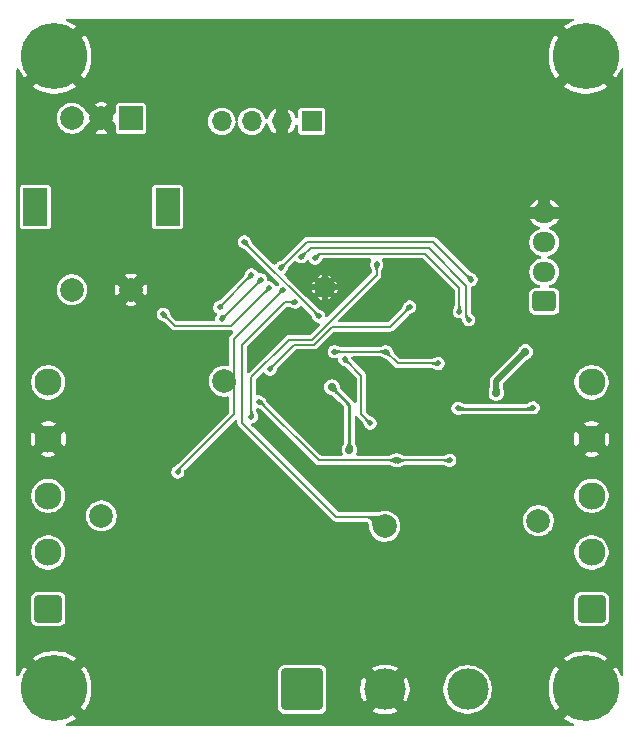
<source format=gbl>
%TF.GenerationSoftware,KiCad,Pcbnew,9.99.0-679-g5f620f0fa1*%
%TF.CreationDate,2025-04-01T17:44:36+06:00*%
%TF.ProjectId,hakko_station,68616b6b-6f5f-4737-9461-74696f6e2e6b,rev?*%
%TF.SameCoordinates,Original*%
%TF.FileFunction,Copper,L2,Bot*%
%TF.FilePolarity,Positive*%
%FSLAX46Y46*%
G04 Gerber Fmt 4.6, Leading zero omitted, Abs format (unit mm)*
G04 Created by KiCad (PCBNEW 9.99.0-679-g5f620f0fa1) date 2025-04-01 17:44:36*
%MOMM*%
%LPD*%
G01*
G04 APERTURE LIST*
G04 Aperture macros list*
%AMRoundRect*
0 Rectangle with rounded corners*
0 $1 Rounding radius*
0 $2 $3 $4 $5 $6 $7 $8 $9 X,Y pos of 4 corners*
0 Add a 4 corners polygon primitive as box body*
4,1,4,$2,$3,$4,$5,$6,$7,$8,$9,$2,$3,0*
0 Add four circle primitives for the rounded corners*
1,1,$1+$1,$2,$3*
1,1,$1+$1,$4,$5*
1,1,$1+$1,$6,$7*
1,1,$1+$1,$8,$9*
0 Add four rect primitives between the rounded corners*
20,1,$1+$1,$2,$3,$4,$5,0*
20,1,$1+$1,$4,$5,$6,$7,0*
20,1,$1+$1,$6,$7,$8,$9,0*
20,1,$1+$1,$8,$9,$2,$3,0*%
%AMRotRect*
0 Rectangle, with rotation*
0 The origin of the aperture is its center*
0 $1 length*
0 $2 width*
0 $3 Rotation angle, in degrees counterclockwise*
0 Add horizontal line*
21,1,$1,$2,0,0,$3*%
G04 Aperture macros list end*
%TA.AperFunction,ComponentPad*%
%ADD10R,2.000000X2.000000*%
%TD*%
%TA.AperFunction,ComponentPad*%
%ADD11C,2.000000*%
%TD*%
%TA.AperFunction,ComponentPad*%
%ADD12R,2.000000X3.200000*%
%TD*%
%TA.AperFunction,ComponentPad*%
%ADD13RoundRect,0.250001X0.899999X-0.899999X0.899999X0.899999X-0.899999X0.899999X-0.899999X-0.899999X0*%
%TD*%
%TA.AperFunction,ComponentPad*%
%ADD14C,2.300000*%
%TD*%
%TA.AperFunction,ComponentPad*%
%ADD15C,5.600000*%
%TD*%
%TA.AperFunction,ComponentPad*%
%ADD16R,1.700000X1.700000*%
%TD*%
%TA.AperFunction,ComponentPad*%
%ADD17O,1.700000X1.700000*%
%TD*%
%TA.AperFunction,HeatsinkPad*%
%ADD18C,0.500000*%
%TD*%
%TA.AperFunction,HeatsinkPad*%
%ADD19RotRect,1.650000X1.650000X135.000000*%
%TD*%
%TA.AperFunction,ComponentPad*%
%ADD20RoundRect,0.250000X0.725000X-0.600000X0.725000X0.600000X-0.725000X0.600000X-0.725000X-0.600000X0*%
%TD*%
%TA.AperFunction,ComponentPad*%
%ADD21O,1.950000X1.700000*%
%TD*%
%TA.AperFunction,ComponentPad*%
%ADD22RoundRect,0.250002X-1.499998X-1.499998X1.499998X-1.499998X1.499998X1.499998X-1.499998X1.499998X0*%
%TD*%
%TA.AperFunction,ComponentPad*%
%ADD23C,3.500000*%
%TD*%
%TA.AperFunction,ViaPad*%
%ADD24C,0.600000*%
%TD*%
%TA.AperFunction,ViaPad*%
%ADD25C,0.700000*%
%TD*%
%TA.AperFunction,ViaPad*%
%ADD26C,0.500000*%
%TD*%
%TA.AperFunction,Conductor*%
%ADD27C,0.250000*%
%TD*%
%TA.AperFunction,Conductor*%
%ADD28C,0.500000*%
%TD*%
%TA.AperFunction,Conductor*%
%ADD29C,0.200000*%
%TD*%
G04 APERTURE END LIST*
D10*
%TO.P,SW1,A,A*%
%TO.N,Net-(R5-Pad2)*%
X81000000Y-76250000D03*
D11*
%TO.P,SW1,B,B*%
%TO.N,Net-(R10-Pad2)*%
X76000000Y-76250000D03*
%TO.P,SW1,C,C*%
%TO.N,GND*%
X78500000Y-76250000D03*
D12*
%TO.P,SW1,MP,MP*%
%TO.N,unconnected-(SW1-PadMP)_1*%
X84100000Y-83750000D03*
%TO.N,unconnected-(SW1-PadMP)*%
X72900000Y-83750000D03*
D11*
%TO.P,SW1,S1,S1*%
%TO.N,Net-(R8-Pad1)*%
X76000000Y-90750000D03*
%TO.P,SW1,S2,S2*%
%TO.N,GND*%
X81000000Y-90750000D03*
%TD*%
D13*
%TO.P,J3,1*%
%TO.N,+24V*%
X74000000Y-117800000D03*
D14*
%TO.P,J3,2*%
%TO.N,/HTR_0-*%
X74000000Y-113000000D03*
%TO.P,J3,3*%
%TO.N,Earth*%
X74000000Y-108200000D03*
%TO.P,J3,4*%
%TO.N,GND*%
X74000000Y-103400000D03*
%TO.P,J3,5*%
%TO.N,/SENS0+*%
X74000000Y-98600000D03*
%TD*%
D15*
%TO.P,H2,1,1*%
%TO.N,GND*%
X119500000Y-71000000D03*
%TD*%
D16*
%TO.P,J5,1,Pin_1*%
%TO.N,+5V*%
X96300000Y-76500000D03*
D17*
%TO.P,J5,2,Pin_2*%
%TO.N,GND*%
X93760000Y-76500000D03*
%TO.P,J5,3,Pin_3*%
%TO.N,/SWIO*%
X91220000Y-76500000D03*
%TO.P,J5,4,Pin_4*%
%TO.N,/NRST*%
X88680000Y-76500000D03*
%TD*%
D15*
%TO.P,H4,1,1*%
%TO.N,GND*%
X74500000Y-124500000D03*
%TD*%
D18*
%TO.P,U7,21,VSS*%
%TO.N,GND*%
X97409010Y-91106066D03*
X97974695Y-90540381D03*
D19*
X97409010Y-90540381D03*
D18*
X96843325Y-90540381D03*
X97409010Y-89974696D03*
%TD*%
D15*
%TO.P,H3,1,1*%
%TO.N,GND*%
X119500000Y-124500000D03*
%TD*%
D11*
%TO.P,TP6,1,1*%
%TO.N,/PWM_HTR1*%
X102497000Y-110800000D03*
%TD*%
D15*
%TO.P,H1,1,1*%
%TO.N,GND*%
X74500000Y-71000000D03*
%TD*%
D20*
%TO.P,J1,1,Pin_1*%
%TO.N,/I2C_SDA*%
X116000000Y-91750000D03*
D21*
%TO.P,J1,2,Pin_2*%
%TO.N,/I2C_SCL*%
X116000000Y-89250000D03*
%TO.P,J1,3,Pin_3*%
%TO.N,+5V*%
X116000000Y-86750000D03*
%TO.P,J1,4,Pin_4*%
%TO.N,GND*%
X116000000Y-84250000D03*
%TD*%
D11*
%TO.P,TP2,1,1*%
%TO.N,/HTR_1-*%
X115500000Y-110300000D03*
%TD*%
D22*
%TO.P,J2,1,Pin_1*%
%TO.N,+24V*%
X95500000Y-124600000D03*
D23*
%TO.P,J2,2,Pin_2*%
%TO.N,GND*%
X102500000Y-124600000D03*
%TO.P,J2,3,Pin_3*%
%TO.N,+24V*%
X109500000Y-124600000D03*
%TD*%
D13*
%TO.P,J4,1*%
%TO.N,+24V*%
X120000000Y-117800000D03*
D14*
%TO.P,J4,2*%
%TO.N,/HTR_1-*%
X120000000Y-113000000D03*
%TO.P,J4,3*%
%TO.N,Earth*%
X120000000Y-108200000D03*
%TO.P,J4,4*%
%TO.N,GND*%
X120000000Y-103400000D03*
%TO.P,J4,5*%
%TO.N,/SENS1+*%
X120000000Y-98600000D03*
%TD*%
D11*
%TO.P,TP1,1,1*%
%TO.N,/HTR_0-*%
X78500000Y-109900000D03*
%TD*%
%TO.P,TP4,1,1*%
%TO.N,/PWM_HTR0*%
X88900000Y-98500000D03*
%TD*%
D24*
%TO.N,GND*%
X75917257Y-78501750D03*
X120917257Y-78501750D03*
X97600000Y-96900000D03*
X90917257Y-108501750D03*
D25*
X104900000Y-90100000D03*
X90000000Y-118400000D03*
D24*
X100917257Y-73501750D03*
X110917257Y-73501750D03*
D25*
X90100000Y-111500000D03*
D24*
X90917257Y-68501750D03*
X105917257Y-78501750D03*
X120917257Y-88501750D03*
X80917257Y-83501750D03*
X115917257Y-73501750D03*
D25*
X78200000Y-100700000D03*
D26*
X90600000Y-78500000D03*
D24*
X95917257Y-83501750D03*
X115917257Y-103501750D03*
X100917257Y-118501750D03*
X85917257Y-83501750D03*
X75917257Y-83501750D03*
X100917257Y-83501750D03*
X75917257Y-108501750D03*
X80917257Y-103501750D03*
D25*
X93850000Y-116300000D03*
D24*
X85917257Y-68501750D03*
X95917257Y-73501750D03*
D25*
X98100000Y-102700000D03*
D24*
X100917257Y-103501750D03*
D26*
X93700000Y-87800000D03*
D25*
X115110000Y-106500000D03*
X101400000Y-99000000D03*
D24*
X80917257Y-88501750D03*
X80917257Y-108501750D03*
X120917257Y-83501750D03*
D25*
X103500000Y-94880000D03*
D24*
X115917257Y-78501750D03*
X75917257Y-88501750D03*
X80917257Y-68501750D03*
D25*
X99600000Y-98700000D03*
D24*
X105917257Y-118501750D03*
X105917257Y-68501750D03*
X120917257Y-93501750D03*
X110917257Y-68501750D03*
D25*
X96300000Y-111000000D03*
D24*
X110917257Y-78501750D03*
D25*
X94500000Y-104500000D03*
D24*
X85917257Y-78501750D03*
X100917257Y-78501750D03*
X85917257Y-98501750D03*
X95917257Y-78501750D03*
X80917257Y-78501750D03*
X105917257Y-83501750D03*
X85917257Y-88501750D03*
D25*
X103000000Y-106900000D03*
D24*
X95917257Y-68501750D03*
D25*
X83200000Y-110500000D03*
D24*
X85917257Y-103501750D03*
X100917257Y-68501750D03*
X105917257Y-73501750D03*
D26*
X94900000Y-88700000D03*
D24*
X93300000Y-94200000D03*
D26*
X92500000Y-101800000D03*
D24*
X85917257Y-73501750D03*
X115917257Y-68501750D03*
X90917257Y-73501750D03*
X110917257Y-83501750D03*
X75917257Y-103501750D03*
D26*
X95300000Y-96300000D03*
D25*
X108900000Y-111000000D03*
X80750000Y-93750000D03*
D26*
X99700000Y-93000000D03*
D25*
X109900000Y-105200000D03*
D24*
X92000000Y-98900000D03*
D25*
X106100000Y-111000000D03*
D24*
X80917257Y-73501750D03*
D25*
X101600000Y-90800000D03*
%TO.N,+5V*%
X99500000Y-104300000D03*
X98000000Y-99000000D03*
X111926000Y-99500000D03*
X114400000Y-96000000D03*
D26*
%TO.N,/SENS1+*%
X108675000Y-100800000D03*
X115050000Y-100750000D03*
%TO.N,/NRST*%
X90600000Y-86700000D03*
X96900000Y-93000000D03*
%TO.N,/SENS0_PTC+*%
X108000000Y-105200000D03*
D24*
X103500000Y-105200000D03*
D26*
X91850000Y-100250000D03*
%TO.N,/PWM_HTR0*%
X93861091Y-90738909D03*
X84950000Y-106200000D03*
%TO.N,/OPA0_OUT*%
X99100000Y-96650000D03*
X101250000Y-102050000D03*
%TO.N,/PWM_HTR1*%
X94900000Y-91800000D03*
%TO.N,/OPA1_OUT*%
X107000000Y-97000000D03*
X98200000Y-96000000D03*
X102600000Y-96000000D03*
%TO.N,/SENS0_CTL*%
X101800000Y-88600000D03*
X91200000Y-101500000D03*
%TO.N,/SPI_CS0*%
X108800000Y-92635000D03*
X96600000Y-88100000D03*
%TO.N,/SPI_SCK*%
X95417158Y-87982842D03*
X109600000Y-93300000D03*
%TO.N,/SPI_MISO*%
X109800000Y-89900000D03*
X93700000Y-88900000D03*
%TO.N,/ENC_CLK*%
X92700000Y-90600000D03*
X83750000Y-92850000D03*
%TO.N,/ENC_SW*%
X88500000Y-92250000D03*
X91200000Y-89500000D03*
%TO.N,/ENC_DT*%
X88700000Y-93200000D03*
X92000000Y-89900000D03*
%TO.N,/SENS0_TH+*%
X92774000Y-97500000D03*
X104600000Y-92200000D03*
%TD*%
D27*
%TO.N,+5V*%
X98000000Y-99000000D02*
X99500000Y-100500000D01*
X99500000Y-100500000D02*
X99500000Y-104300000D01*
D28*
X111926000Y-98474000D02*
X111926000Y-99500000D01*
X114400000Y-96000000D02*
X111926000Y-98474000D01*
D27*
%TO.N,/SENS1+*%
X108700000Y-100825000D02*
X114975000Y-100825000D01*
X108675000Y-100800000D02*
X108700000Y-100825000D01*
X114975000Y-100825000D02*
X115050000Y-100750000D01*
D29*
%TO.N,/NRST*%
X90600000Y-86700000D02*
X96900000Y-93000000D01*
%TO.N,/SENS0_PTC+*%
X91850000Y-100250000D02*
X91950000Y-100250000D01*
X91950000Y-100250000D02*
X96900000Y-105200000D01*
X103500000Y-105200000D02*
X108000000Y-105200000D01*
X96900000Y-105200000D02*
X103500000Y-105200000D01*
%TO.N,/PWM_HTR0*%
X84950000Y-106200000D02*
X84950000Y-106050000D01*
X89700000Y-94900000D02*
X93861091Y-90738909D01*
X89700000Y-101300000D02*
X89700000Y-94900000D01*
X84950000Y-106050000D02*
X89700000Y-101300000D01*
%TO.N,/OPA0_OUT*%
X99100000Y-96650000D02*
X100500000Y-98050000D01*
X100500000Y-98050000D02*
X100500000Y-101300000D01*
X100500000Y-101300000D02*
X101250000Y-102050000D01*
%TO.N,/PWM_HTR1*%
X90400000Y-95400000D02*
X90400000Y-102000000D01*
X94000000Y-91800000D02*
X90400000Y-95400000D01*
X101999000Y-109999000D02*
X102500000Y-110500000D01*
X98399000Y-109999000D02*
X101999000Y-109999000D01*
X94900000Y-91800000D02*
X94000000Y-91800000D01*
X90400000Y-102000000D02*
X98399000Y-109999000D01*
%TO.N,/OPA1_OUT*%
X103600000Y-97000000D02*
X107000000Y-97000000D01*
X98200000Y-96000000D02*
X102600000Y-96000000D01*
X102600000Y-96000000D02*
X103600000Y-97000000D01*
%TO.N,/SENS0_CTL*%
X91200000Y-98150000D02*
X94350000Y-95000000D01*
X91200000Y-101500000D02*
X91200000Y-98150000D01*
X94350000Y-95000000D02*
X96300000Y-95000000D01*
X96300000Y-95000000D02*
X101800000Y-89500000D01*
X101800000Y-89500000D02*
X101800000Y-88600000D01*
%TO.N,/SPI_CS0*%
X108800000Y-92635000D02*
X108800000Y-90600000D01*
X105901000Y-87701000D02*
X96999000Y-87701000D01*
X96999000Y-87701000D02*
X96600000Y-88100000D01*
X108800000Y-90600000D02*
X105901000Y-87701000D01*
%TO.N,/SPI_SCK*%
X96200000Y-87200000D02*
X95417158Y-87982842D01*
X109400000Y-93101762D02*
X109400000Y-90400000D01*
X109494636Y-93196398D02*
X109400000Y-93101762D01*
X106200000Y-87200000D02*
X96200000Y-87200000D01*
X109600000Y-93300000D02*
X109496398Y-93196398D01*
X109400000Y-90400000D02*
X106200000Y-87200000D01*
X109496398Y-93196398D02*
X109494636Y-93196398D01*
%TO.N,/SPI_MISO*%
X109800000Y-89900000D02*
X106600000Y-86700000D01*
X95900000Y-86700000D02*
X93700000Y-88900000D01*
X106600000Y-86700000D02*
X95900000Y-86700000D01*
%TO.N,/ENC_CLK*%
X84700000Y-93800000D02*
X83750000Y-92850000D01*
X89500000Y-93800000D02*
X84700000Y-93800000D01*
X92700000Y-90600000D02*
X89500000Y-93800000D01*
%TO.N,/ENC_SW*%
X91200000Y-89550000D02*
X88500000Y-92250000D01*
X91200000Y-89500000D02*
X91200000Y-89550000D01*
%TO.N,/ENC_DT*%
X88700000Y-93200000D02*
X92000000Y-89900000D01*
%TO.N,/SENS0_TH+*%
X98000000Y-93900000D02*
X102900000Y-93900000D01*
X96500000Y-95400000D02*
X98000000Y-93900000D01*
X94800000Y-95400000D02*
X96500000Y-95400000D01*
X92774000Y-97500000D02*
X92774000Y-97426000D01*
X92774000Y-97426000D02*
X94800000Y-95400000D01*
X102900000Y-93900000D02*
X104600000Y-92200000D01*
%TD*%
%TA.AperFunction,Conductor*%
%TO.N,GND*%
G36*
X95449398Y-92131638D02*
G01*
X95493746Y-92160139D01*
X96236468Y-92902861D01*
X96255017Y-92926579D01*
X96258154Y-92931789D01*
X96271799Y-92947136D01*
X96274211Y-92949848D01*
X96278077Y-92956360D01*
X96281713Y-92959152D01*
X96298247Y-92990334D01*
X96313623Y-93033152D01*
X96315263Y-93038035D01*
X96339767Y-93116360D01*
X96339774Y-93116380D01*
X96339776Y-93116386D01*
X96349685Y-93143494D01*
X96350542Y-93145534D01*
X96350554Y-93145561D01*
X96362993Y-93171633D01*
X96363012Y-93171672D01*
X96376921Y-93197589D01*
X96416880Y-93272049D01*
X96423800Y-93284262D01*
X96424346Y-93285177D01*
X96435920Y-93303098D01*
X96440221Y-93308380D01*
X96439493Y-93308972D01*
X96452227Y-93325435D01*
X96459487Y-93338009D01*
X96459489Y-93338012D01*
X96459491Y-93338015D01*
X96561985Y-93440509D01*
X96561986Y-93440510D01*
X96561988Y-93440511D01*
X96687511Y-93512982D01*
X96687512Y-93512982D01*
X96687515Y-93512984D01*
X96827525Y-93550500D01*
X96827528Y-93550500D01*
X96883745Y-93550500D01*
X96950784Y-93570185D01*
X96996539Y-93622989D01*
X97006483Y-93692147D01*
X96977458Y-93755703D01*
X96971426Y-93762181D01*
X96170426Y-94563181D01*
X96109103Y-94596666D01*
X96082745Y-94599500D01*
X94410339Y-94599500D01*
X94410323Y-94599499D01*
X94402727Y-94599499D01*
X94297273Y-94599499D01*
X94229366Y-94617695D01*
X94195412Y-94626793D01*
X94104084Y-94679522D01*
X91012181Y-97771426D01*
X90950858Y-97804911D01*
X90881166Y-97799927D01*
X90825233Y-97758055D01*
X90800816Y-97692591D01*
X90800500Y-97683745D01*
X90800500Y-95617255D01*
X90820185Y-95550216D01*
X90836819Y-95529574D01*
X94129574Y-92236819D01*
X94156501Y-92222115D01*
X94182320Y-92205523D01*
X94188520Y-92204631D01*
X94190897Y-92203334D01*
X94217255Y-92200500D01*
X94362132Y-92200500D01*
X94392019Y-92204156D01*
X94393933Y-92204631D01*
X94397919Y-92205621D01*
X94422035Y-92207036D01*
X94429372Y-92208905D01*
X94433918Y-92208309D01*
X94467653Y-92218663D01*
X94508849Y-92238088D01*
X94513430Y-92240367D01*
X94586164Y-92278436D01*
X94605184Y-92287274D01*
X94612329Y-92290594D01*
X94613180Y-92290941D01*
X94614372Y-92291428D01*
X94614385Y-92291432D01*
X94614391Y-92291435D01*
X94621530Y-92293962D01*
X94641681Y-92301097D01*
X94641691Y-92301100D01*
X94641696Y-92301102D01*
X94681096Y-92312982D01*
X94750739Y-92333982D01*
X94764443Y-92337769D01*
X94764447Y-92337770D01*
X94765491Y-92338033D01*
X94786117Y-92342467D01*
X94786122Y-92342468D01*
X94786126Y-92342467D01*
X94792892Y-92343161D01*
X94792796Y-92344096D01*
X94813466Y-92346732D01*
X94827525Y-92350500D01*
X94827526Y-92350500D01*
X94972472Y-92350500D01*
X94972475Y-92350500D01*
X95112485Y-92312984D01*
X95238015Y-92240509D01*
X95318387Y-92160136D01*
X95379706Y-92126654D01*
X95449398Y-92131638D01*
G37*
%TD.AperFunction*%
%TA.AperFunction,Conductor*%
G36*
X101243199Y-88103210D02*
G01*
X101249161Y-88102062D01*
X101276331Y-88112939D01*
X101304412Y-88121185D01*
X101308387Y-88125773D01*
X101314025Y-88128030D01*
X101331003Y-88151873D01*
X101350167Y-88173989D01*
X101351031Y-88179998D01*
X101354553Y-88184944D01*
X101355945Y-88214174D01*
X101360111Y-88243147D01*
X101357662Y-88250222D01*
X101357877Y-88254735D01*
X101344761Y-88287496D01*
X101287016Y-88387515D01*
X101249500Y-88527525D01*
X101249500Y-88527527D01*
X101249500Y-88672477D01*
X101262136Y-88719636D01*
X101265439Y-88736637D01*
X101267499Y-88753438D01*
X101267500Y-88753443D01*
X101267500Y-88753445D01*
X101267501Y-88753447D01*
X101284899Y-88808363D01*
X101306530Y-88876640D01*
X101306538Y-88876664D01*
X101316481Y-88903580D01*
X101316495Y-88903614D01*
X101317335Y-88905596D01*
X101317339Y-88905605D01*
X101317344Y-88905616D01*
X101321290Y-88913831D01*
X101329728Y-88931399D01*
X101361068Y-88989515D01*
X101363545Y-88994359D01*
X101379525Y-89027388D01*
X101380528Y-89029460D01*
X101392660Y-89075658D01*
X101394414Y-89103466D01*
X101395837Y-89109189D01*
X101399500Y-89139104D01*
X101399500Y-89282745D01*
X101379815Y-89349784D01*
X101363181Y-89370426D01*
X97662181Y-93071426D01*
X97600858Y-93104911D01*
X97531166Y-93099927D01*
X97475233Y-93058055D01*
X97450816Y-92992591D01*
X97450500Y-92983745D01*
X97450500Y-92927527D01*
X97450500Y-92927525D01*
X97412984Y-92787515D01*
X97412321Y-92786367D01*
X97340511Y-92661988D01*
X97340506Y-92661982D01*
X97238017Y-92559493D01*
X97238015Y-92559491D01*
X97195727Y-92535076D01*
X97181377Y-92525394D01*
X97168029Y-92514962D01*
X97168026Y-92514960D01*
X97053351Y-92455464D01*
X97053328Y-92455453D01*
X97027397Y-92443503D01*
X97025363Y-92442679D01*
X97025361Y-92442678D01*
X96998207Y-92433136D01*
X96934945Y-92414198D01*
X96929768Y-92412524D01*
X96892933Y-92399711D01*
X96851686Y-92375623D01*
X96830784Y-92357201D01*
X96825721Y-92354154D01*
X96801991Y-92335598D01*
X95822459Y-91356066D01*
X96860528Y-91356066D01*
X96928889Y-91474470D01*
X96928893Y-91474476D01*
X97040599Y-91586182D01*
X97040605Y-91586186D01*
X97159009Y-91654548D01*
X97159010Y-91654548D01*
X97659010Y-91654548D01*
X97777414Y-91586186D01*
X97777420Y-91586182D01*
X97889126Y-91474476D01*
X97889130Y-91474470D01*
X97957492Y-91356066D01*
X97659010Y-91356066D01*
X97659010Y-91654548D01*
X97159010Y-91654548D01*
X97159010Y-91356066D01*
X96860528Y-91356066D01*
X95822459Y-91356066D01*
X95256774Y-90790381D01*
X96294843Y-90790381D01*
X96363204Y-90908785D01*
X96363208Y-90908791D01*
X96474914Y-91020497D01*
X96474920Y-91020501D01*
X96593324Y-91088863D01*
X96593325Y-91088863D01*
X96593325Y-91076229D01*
X97259010Y-91076229D01*
X97259010Y-91135903D01*
X97281846Y-91191034D01*
X97324042Y-91233230D01*
X97379173Y-91256066D01*
X97438847Y-91256066D01*
X97493978Y-91233230D01*
X97536174Y-91191034D01*
X97559010Y-91135903D01*
X97559010Y-91088863D01*
X98224695Y-91088863D01*
X98343099Y-91020501D01*
X98343105Y-91020497D01*
X98454811Y-90908791D01*
X98454815Y-90908785D01*
X98523177Y-90790381D01*
X98224695Y-90790381D01*
X98224695Y-91088863D01*
X97559010Y-91088863D01*
X97559010Y-91076229D01*
X97536174Y-91021098D01*
X97493978Y-90978902D01*
X97438847Y-90956066D01*
X97379173Y-90956066D01*
X97324042Y-90978902D01*
X97281846Y-91021098D01*
X97259010Y-91076229D01*
X96593325Y-91076229D01*
X96593325Y-90856066D01*
X97093325Y-90856066D01*
X97159010Y-90856066D01*
X97659010Y-90856066D01*
X97724695Y-90856066D01*
X97724695Y-90790381D01*
X97659010Y-90790381D01*
X97659010Y-90856066D01*
X97159010Y-90856066D01*
X97159010Y-90790381D01*
X97093325Y-90790381D01*
X97093325Y-90856066D01*
X96593325Y-90856066D01*
X96593325Y-90790381D01*
X96294843Y-90790381D01*
X95256774Y-90790381D01*
X94976937Y-90510544D01*
X96693325Y-90510544D01*
X96693325Y-90570218D01*
X96716161Y-90625349D01*
X96758357Y-90667545D01*
X96813488Y-90690381D01*
X96873162Y-90690381D01*
X96928293Y-90667545D01*
X96970489Y-90625349D01*
X96993325Y-90570218D01*
X96993325Y-90510544D01*
X97824695Y-90510544D01*
X97824695Y-90570218D01*
X97847531Y-90625349D01*
X97889727Y-90667545D01*
X97944858Y-90690381D01*
X98004532Y-90690381D01*
X98059663Y-90667545D01*
X98101859Y-90625349D01*
X98124695Y-90570218D01*
X98124695Y-90510544D01*
X98101859Y-90455413D01*
X98059663Y-90413217D01*
X98004532Y-90390381D01*
X97944858Y-90390381D01*
X97889727Y-90413217D01*
X97847531Y-90455413D01*
X97824695Y-90510544D01*
X96993325Y-90510544D01*
X96970489Y-90455413D01*
X96928293Y-90413217D01*
X96873162Y-90390381D01*
X96813488Y-90390381D01*
X96758357Y-90413217D01*
X96716161Y-90455413D01*
X96693325Y-90510544D01*
X94976937Y-90510544D01*
X94756773Y-90290380D01*
X96294842Y-90290380D01*
X96294843Y-90290381D01*
X96593325Y-90290381D01*
X97093325Y-90290381D01*
X97159010Y-90290381D01*
X97659010Y-90290381D01*
X97724695Y-90290381D01*
X98224695Y-90290381D01*
X98523177Y-90290381D01*
X98523177Y-90290380D01*
X98454815Y-90171976D01*
X98454811Y-90171970D01*
X98343105Y-90060264D01*
X98343102Y-90060262D01*
X98224695Y-89991898D01*
X98224695Y-90290381D01*
X97724695Y-90290381D01*
X97724695Y-90224696D01*
X97659010Y-90224696D01*
X97659010Y-90290381D01*
X97159010Y-90290381D01*
X97159010Y-90224696D01*
X97093325Y-90224696D01*
X97093325Y-90290381D01*
X96593325Y-90290381D01*
X96593325Y-89991898D01*
X96474917Y-90060262D01*
X96474914Y-90060264D01*
X96363208Y-90171970D01*
X96363204Y-90171976D01*
X96294842Y-90290380D01*
X94756773Y-90290380D01*
X94411252Y-89944859D01*
X97259010Y-89944859D01*
X97259010Y-90004533D01*
X97281846Y-90059664D01*
X97324042Y-90101860D01*
X97379173Y-90124696D01*
X97438847Y-90124696D01*
X97493978Y-90101860D01*
X97536174Y-90059664D01*
X97559010Y-90004533D01*
X97559010Y-89944859D01*
X97536174Y-89889728D01*
X97493978Y-89847532D01*
X97438847Y-89824696D01*
X97379173Y-89824696D01*
X97324042Y-89847532D01*
X97281846Y-89889728D01*
X97259010Y-89944859D01*
X94411252Y-89944859D01*
X94191088Y-89724695D01*
X96860527Y-89724695D01*
X96860528Y-89724696D01*
X97159010Y-89724696D01*
X97659010Y-89724696D01*
X97957492Y-89724696D01*
X97957492Y-89724695D01*
X97889130Y-89606291D01*
X97889126Y-89606285D01*
X97777420Y-89494579D01*
X97777417Y-89494577D01*
X97659010Y-89426213D01*
X97659010Y-89724696D01*
X97159010Y-89724696D01*
X97159010Y-89426213D01*
X97040602Y-89494577D01*
X97040599Y-89494579D01*
X96928893Y-89606285D01*
X96928889Y-89606291D01*
X96860527Y-89724695D01*
X94191088Y-89724695D01*
X94005763Y-89539370D01*
X93972278Y-89478047D01*
X93977262Y-89408355D01*
X94019134Y-89352422D01*
X94031430Y-89344310D01*
X94038015Y-89340509D01*
X94140509Y-89238015D01*
X94164930Y-89195713D01*
X94174606Y-89181372D01*
X94185037Y-89168027D01*
X94188171Y-89161988D01*
X94244533Y-89053351D01*
X94244544Y-89053328D01*
X94256494Y-89027398D01*
X94257318Y-89025365D01*
X94266858Y-88998221D01*
X94285796Y-88934951D01*
X94287459Y-88929808D01*
X94300287Y-88892933D01*
X94324374Y-88851690D01*
X94342796Y-88830789D01*
X94345836Y-88825735D01*
X94364398Y-88801993D01*
X94823411Y-88342981D01*
X94884734Y-88309496D01*
X94954426Y-88314480D01*
X94998773Y-88342981D01*
X95079143Y-88423351D01*
X95079144Y-88423352D01*
X95079146Y-88423353D01*
X95204669Y-88495824D01*
X95204670Y-88495824D01*
X95204673Y-88495826D01*
X95344683Y-88533342D01*
X95344686Y-88533342D01*
X95489630Y-88533342D01*
X95489633Y-88533342D01*
X95629643Y-88495826D01*
X95755173Y-88423351D01*
X95857667Y-88320857D01*
X95867502Y-88303820D01*
X95918065Y-88255606D01*
X95986672Y-88242380D01*
X96051538Y-88268345D01*
X96080668Y-88306765D01*
X96082952Y-88305447D01*
X96159488Y-88438011D01*
X96159490Y-88438013D01*
X96159491Y-88438015D01*
X96261985Y-88540509D01*
X96261986Y-88540510D01*
X96261988Y-88540511D01*
X96387511Y-88612982D01*
X96387512Y-88612982D01*
X96387515Y-88612984D01*
X96527525Y-88650500D01*
X96527528Y-88650500D01*
X96672472Y-88650500D01*
X96672475Y-88650500D01*
X96812485Y-88612984D01*
X96938015Y-88540509D01*
X97040509Y-88438015D01*
X97064930Y-88395713D01*
X97074606Y-88381372D01*
X97085037Y-88368027D01*
X97094556Y-88349681D01*
X97144533Y-88253351D01*
X97144544Y-88253328D01*
X97156494Y-88227398D01*
X97157318Y-88225365D01*
X97166858Y-88198221D01*
X97169336Y-88189942D01*
X97207416Y-88131364D01*
X97271122Y-88102672D01*
X97288128Y-88101500D01*
X101237373Y-88101500D01*
X101243199Y-88103210D01*
G37*
%TD.AperFunction*%
%TA.AperFunction,Conductor*%
G36*
X118443484Y-67820185D02*
G01*
X118489239Y-67872989D01*
X118499183Y-67942147D01*
X118470158Y-68005703D01*
X118417400Y-68041541D01*
X118292654Y-68085191D01*
X118292640Y-68085197D01*
X117973887Y-68238700D01*
X117674311Y-68426937D01*
X117674308Y-68426939D01*
X117651909Y-68444802D01*
X117651909Y-68444803D01*
X118778835Y-69571728D01*
X118661417Y-69631557D01*
X118457670Y-69779588D01*
X118279588Y-69957670D01*
X118131557Y-70161417D01*
X118071729Y-70278835D01*
X116944803Y-69151909D01*
X116944802Y-69151909D01*
X116926939Y-69174308D01*
X116926937Y-69174311D01*
X116738700Y-69473887D01*
X116585197Y-69792640D01*
X116585191Y-69792654D01*
X116468344Y-70126582D01*
X116468341Y-70126590D01*
X116389613Y-70471524D01*
X116389611Y-70471536D01*
X116350000Y-70823095D01*
X116350000Y-71176904D01*
X116389611Y-71528463D01*
X116389613Y-71528475D01*
X116468341Y-71873409D01*
X116468344Y-71873417D01*
X116585191Y-72207345D01*
X116585197Y-72207359D01*
X116738700Y-72526112D01*
X116926937Y-72825689D01*
X116926939Y-72825693D01*
X116944801Y-72848089D01*
X116944802Y-72848090D01*
X118071728Y-71721163D01*
X118131557Y-71838583D01*
X118279588Y-72042330D01*
X118457670Y-72220412D01*
X118661417Y-72368443D01*
X118778834Y-72428270D01*
X117651908Y-73555196D01*
X117651909Y-73555197D01*
X117674308Y-73573061D01*
X117973887Y-73761299D01*
X118292640Y-73914802D01*
X118292654Y-73914808D01*
X118626582Y-74031655D01*
X118626590Y-74031658D01*
X118971524Y-74110386D01*
X118971536Y-74110388D01*
X119323095Y-74149999D01*
X119323097Y-74150000D01*
X119676903Y-74150000D01*
X119676904Y-74149999D01*
X120028463Y-74110388D01*
X120028475Y-74110386D01*
X120373409Y-74031658D01*
X120373417Y-74031655D01*
X120707345Y-73914808D01*
X120707359Y-73914802D01*
X121026112Y-73761299D01*
X121325687Y-73573063D01*
X121348090Y-73555197D01*
X120221164Y-72428270D01*
X120338583Y-72368443D01*
X120542330Y-72220412D01*
X120720412Y-72042330D01*
X120868443Y-71838583D01*
X120928270Y-71721164D01*
X122055197Y-72848090D01*
X122073063Y-72825687D01*
X122261299Y-72526112D01*
X122414802Y-72207359D01*
X122414808Y-72207345D01*
X122458459Y-72082600D01*
X122499180Y-72025824D01*
X122564133Y-72000077D01*
X122632695Y-72013533D01*
X122683097Y-72061921D01*
X122699500Y-72123555D01*
X122699500Y-123376444D01*
X122679815Y-123443483D01*
X122627011Y-123489238D01*
X122557853Y-123499182D01*
X122494297Y-123470157D01*
X122458459Y-123417399D01*
X122414808Y-123292654D01*
X122414802Y-123292640D01*
X122261299Y-122973887D01*
X122073061Y-122674308D01*
X122055197Y-122651909D01*
X122055196Y-122651908D01*
X120928270Y-123778834D01*
X120868443Y-123661417D01*
X120720412Y-123457670D01*
X120542330Y-123279588D01*
X120338583Y-123131557D01*
X120221164Y-123071728D01*
X121348090Y-121944802D01*
X121348089Y-121944801D01*
X121325693Y-121926939D01*
X121325689Y-121926937D01*
X121026112Y-121738700D01*
X120707359Y-121585197D01*
X120707345Y-121585191D01*
X120373417Y-121468344D01*
X120373409Y-121468341D01*
X120028475Y-121389613D01*
X120028463Y-121389611D01*
X119676904Y-121350000D01*
X119323095Y-121350000D01*
X118971536Y-121389611D01*
X118971524Y-121389613D01*
X118626590Y-121468341D01*
X118626582Y-121468344D01*
X118292654Y-121585191D01*
X118292640Y-121585197D01*
X117973887Y-121738700D01*
X117674311Y-121926937D01*
X117674308Y-121926939D01*
X117651909Y-121944802D01*
X117651909Y-121944803D01*
X118778835Y-123071728D01*
X118661417Y-123131557D01*
X118457670Y-123279588D01*
X118279588Y-123457670D01*
X118131557Y-123661417D01*
X118071729Y-123778835D01*
X116944803Y-122651909D01*
X116944802Y-122651909D01*
X116926939Y-122674308D01*
X116926937Y-122674311D01*
X116738700Y-122973887D01*
X116585197Y-123292640D01*
X116585191Y-123292654D01*
X116468344Y-123626582D01*
X116468341Y-123626590D01*
X116389613Y-123971524D01*
X116389611Y-123971536D01*
X116350000Y-124323095D01*
X116350000Y-124676904D01*
X116389611Y-125028463D01*
X116389613Y-125028475D01*
X116468341Y-125373409D01*
X116468344Y-125373417D01*
X116585191Y-125707345D01*
X116585197Y-125707359D01*
X116738700Y-126026112D01*
X116926937Y-126325689D01*
X116926939Y-126325693D01*
X116944801Y-126348089D01*
X116944802Y-126348090D01*
X118071728Y-125221163D01*
X118131557Y-125338583D01*
X118279588Y-125542330D01*
X118457670Y-125720412D01*
X118661417Y-125868443D01*
X118778834Y-125928270D01*
X117651908Y-127055196D01*
X117651909Y-127055197D01*
X117674308Y-127073061D01*
X117973887Y-127261299D01*
X118292640Y-127414802D01*
X118292654Y-127414808D01*
X118417400Y-127458459D01*
X118474176Y-127499180D01*
X118499923Y-127564133D01*
X118486467Y-127632695D01*
X118438079Y-127683097D01*
X118376445Y-127699500D01*
X75623555Y-127699500D01*
X75556516Y-127679815D01*
X75510761Y-127627011D01*
X75500817Y-127557853D01*
X75529842Y-127494297D01*
X75582600Y-127458459D01*
X75707345Y-127414808D01*
X75707359Y-127414802D01*
X76026112Y-127261299D01*
X76325687Y-127073063D01*
X76348090Y-127055197D01*
X75221164Y-125928270D01*
X75338583Y-125868443D01*
X75542330Y-125720412D01*
X75720412Y-125542330D01*
X75868443Y-125338583D01*
X75928270Y-125221164D01*
X77055197Y-126348090D01*
X77073063Y-126325687D01*
X77261299Y-126026112D01*
X77414802Y-125707359D01*
X77414808Y-125707345D01*
X77531655Y-125373417D01*
X77531658Y-125373409D01*
X77610386Y-125028475D01*
X77610388Y-125028463D01*
X77649999Y-124676904D01*
X77650000Y-124676902D01*
X77650000Y-124323097D01*
X77649999Y-124323095D01*
X77610388Y-123971536D01*
X77610386Y-123971524D01*
X77531658Y-123626590D01*
X77531655Y-123626582D01*
X77414808Y-123292654D01*
X77414802Y-123292640D01*
X77325402Y-123106998D01*
X77301277Y-123056901D01*
X93449500Y-123056901D01*
X93449500Y-126143098D01*
X93460123Y-126231560D01*
X93460124Y-126231563D01*
X93506076Y-126348090D01*
X93515640Y-126372343D01*
X93607077Y-126492922D01*
X93676870Y-126545847D01*
X93727659Y-126584361D01*
X93868437Y-126639876D01*
X93956902Y-126650500D01*
X97043098Y-126650500D01*
X97131563Y-126639876D01*
X97272341Y-126584361D01*
X97392922Y-126492922D01*
X97484361Y-126372341D01*
X97539876Y-126231563D01*
X97550500Y-126143098D01*
X97550500Y-124462358D01*
X100400000Y-124462358D01*
X100400000Y-124737641D01*
X100435930Y-125010565D01*
X100507180Y-125276471D01*
X100612520Y-125530787D01*
X100612527Y-125530801D01*
X100703874Y-125689018D01*
X100703875Y-125689019D01*
X101725000Y-124667894D01*
X101725000Y-124676331D01*
X101754783Y-124826059D01*
X101813204Y-124967100D01*
X101898018Y-125094034D01*
X102005966Y-125201982D01*
X102132900Y-125286796D01*
X102273941Y-125345217D01*
X102423669Y-125375000D01*
X102432106Y-125375000D01*
X101410979Y-126396124D01*
X101410979Y-126396125D01*
X101569193Y-126487470D01*
X101569209Y-126487478D01*
X101823528Y-126592819D01*
X102089434Y-126664069D01*
X102362358Y-126700000D01*
X102637642Y-126700000D01*
X102910565Y-126664069D01*
X103176471Y-126592819D01*
X103430790Y-126487478D01*
X103430806Y-126487470D01*
X103589019Y-126396125D01*
X103589019Y-126396124D01*
X102567894Y-125375000D01*
X102576331Y-125375000D01*
X102726059Y-125345217D01*
X102867100Y-125286796D01*
X102994034Y-125201982D01*
X103101982Y-125094034D01*
X103186796Y-124967100D01*
X103245217Y-124826059D01*
X103275000Y-124676331D01*
X103275000Y-124667894D01*
X104296124Y-125689019D01*
X104296125Y-125689019D01*
X104387470Y-125530806D01*
X104387478Y-125530790D01*
X104492819Y-125276471D01*
X104564069Y-125010565D01*
X104600000Y-124737641D01*
X104600000Y-124465602D01*
X107449500Y-124465602D01*
X107449500Y-124734397D01*
X107484582Y-125000880D01*
X107484583Y-125000885D01*
X107484584Y-125000891D01*
X107491972Y-125028463D01*
X107554152Y-125260524D01*
X107657011Y-125508850D01*
X107657019Y-125508866D01*
X107737830Y-125648832D01*
X107791413Y-125741641D01*
X107791415Y-125741644D01*
X107791416Y-125741645D01*
X107955042Y-125954888D01*
X107955048Y-125954895D01*
X108145104Y-126144951D01*
X108145110Y-126144956D01*
X108358359Y-126308587D01*
X108507968Y-126394964D01*
X108591133Y-126442980D01*
X108591149Y-126442988D01*
X108711702Y-126492922D01*
X108839474Y-126545847D01*
X109099109Y-126615416D01*
X109284897Y-126639875D01*
X109365602Y-126650500D01*
X109365603Y-126650500D01*
X109634398Y-126650500D01*
X109694905Y-126642534D01*
X109900891Y-126615416D01*
X110160526Y-126545847D01*
X110347457Y-126468417D01*
X110408850Y-126442988D01*
X110408853Y-126442986D01*
X110408859Y-126442984D01*
X110641641Y-126308587D01*
X110854890Y-126144956D01*
X111044956Y-125954890D01*
X111208587Y-125741641D01*
X111342984Y-125508859D01*
X111445847Y-125260526D01*
X111515416Y-125000891D01*
X111550500Y-124734397D01*
X111550500Y-124465603D01*
X111548762Y-124452405D01*
X111543577Y-124413022D01*
X111515416Y-124199109D01*
X111445847Y-123939474D01*
X111385131Y-123792893D01*
X111342988Y-123691149D01*
X111342980Y-123691133D01*
X111294964Y-123607968D01*
X111208587Y-123458359D01*
X111044956Y-123245110D01*
X111044951Y-123245104D01*
X110854895Y-123055048D01*
X110854888Y-123055042D01*
X110641645Y-122891416D01*
X110641644Y-122891415D01*
X110641641Y-122891413D01*
X110531216Y-122827659D01*
X110408866Y-122757019D01*
X110408850Y-122757011D01*
X110160524Y-122654152D01*
X110030708Y-122619368D01*
X109900891Y-122584584D01*
X109900885Y-122584583D01*
X109900880Y-122584582D01*
X109634398Y-122549500D01*
X109634397Y-122549500D01*
X109365603Y-122549500D01*
X109365602Y-122549500D01*
X109099119Y-122584582D01*
X109099112Y-122584583D01*
X109099109Y-122584584D01*
X109044239Y-122599286D01*
X108839475Y-122654152D01*
X108591149Y-122757011D01*
X108591133Y-122757019D01*
X108358354Y-122891416D01*
X108145111Y-123055042D01*
X108145104Y-123055048D01*
X107955048Y-123245104D01*
X107955042Y-123245111D01*
X107791416Y-123458354D01*
X107657019Y-123691133D01*
X107657011Y-123691149D01*
X107554152Y-123939475D01*
X107504352Y-124125332D01*
X107487177Y-124189434D01*
X107484585Y-124199106D01*
X107484582Y-124199119D01*
X107449500Y-124465602D01*
X104600000Y-124465602D01*
X104600000Y-124462358D01*
X104564069Y-124189434D01*
X104492819Y-123923528D01*
X104387478Y-123669209D01*
X104387470Y-123669193D01*
X104296124Y-123510979D01*
X103275000Y-124532104D01*
X103275000Y-124523669D01*
X103245217Y-124373941D01*
X103186796Y-124232900D01*
X103101982Y-124105966D01*
X102994034Y-123998018D01*
X102867100Y-123913204D01*
X102726059Y-123854783D01*
X102576331Y-123825000D01*
X102567892Y-123825000D01*
X103589018Y-122803874D01*
X103430801Y-122712527D01*
X103430787Y-122712520D01*
X103176471Y-122607180D01*
X102910565Y-122535930D01*
X102637642Y-122500000D01*
X102362358Y-122500000D01*
X102089434Y-122535930D01*
X101823528Y-122607180D01*
X101569212Y-122712520D01*
X101569202Y-122712525D01*
X101410980Y-122803874D01*
X101410979Y-122803874D01*
X102432106Y-123825000D01*
X102423669Y-123825000D01*
X102273941Y-123854783D01*
X102132900Y-123913204D01*
X102005966Y-123998018D01*
X101898018Y-124105966D01*
X101813204Y-124232900D01*
X101754783Y-124373941D01*
X101725000Y-124523669D01*
X101725000Y-124532105D01*
X100703874Y-123510979D01*
X100703874Y-123510980D01*
X100612525Y-123669202D01*
X100612520Y-123669212D01*
X100507180Y-123923528D01*
X100435930Y-124189434D01*
X100400000Y-124462358D01*
X97550500Y-124462358D01*
X97550500Y-123056902D01*
X97539876Y-122968437D01*
X97484361Y-122827659D01*
X97484359Y-122827656D01*
X97392922Y-122707077D01*
X97272343Y-122615640D01*
X97272341Y-122615639D01*
X97131563Y-122560124D01*
X97131560Y-122560123D01*
X97043098Y-122549500D01*
X93956902Y-122549500D01*
X93868439Y-122560123D01*
X93868438Y-122560123D01*
X93868437Y-122560124D01*
X93772284Y-122598041D01*
X93727656Y-122615640D01*
X93607077Y-122707077D01*
X93515640Y-122827656D01*
X93460124Y-122968438D01*
X93460123Y-122968439D01*
X93449500Y-123056901D01*
X77301277Y-123056901D01*
X77261299Y-122973887D01*
X77073061Y-122674308D01*
X77055197Y-122651909D01*
X77055196Y-122651908D01*
X75928270Y-123778834D01*
X75868443Y-123661417D01*
X75720412Y-123457670D01*
X75542330Y-123279588D01*
X75338583Y-123131557D01*
X75221164Y-123071728D01*
X76348090Y-121944802D01*
X76348089Y-121944801D01*
X76325693Y-121926939D01*
X76325689Y-121926937D01*
X76026112Y-121738700D01*
X75707359Y-121585197D01*
X75707345Y-121585191D01*
X75373417Y-121468344D01*
X75373409Y-121468341D01*
X75028475Y-121389613D01*
X75028463Y-121389611D01*
X74676904Y-121350000D01*
X74323095Y-121350000D01*
X73971536Y-121389611D01*
X73971524Y-121389613D01*
X73626590Y-121468341D01*
X73626582Y-121468344D01*
X73292654Y-121585191D01*
X73292640Y-121585197D01*
X72973887Y-121738700D01*
X72674311Y-121926937D01*
X72674308Y-121926939D01*
X72651909Y-121944802D01*
X72651909Y-121944803D01*
X73778835Y-123071728D01*
X73661417Y-123131557D01*
X73457670Y-123279588D01*
X73279588Y-123457670D01*
X73131557Y-123661417D01*
X73071729Y-123778835D01*
X71944803Y-122651909D01*
X71944802Y-122651909D01*
X71926939Y-122674308D01*
X71926937Y-122674311D01*
X71738700Y-122973887D01*
X71585197Y-123292640D01*
X71585191Y-123292654D01*
X71541541Y-123417399D01*
X71500819Y-123474175D01*
X71435867Y-123499922D01*
X71367305Y-123486466D01*
X71316902Y-123438078D01*
X71300500Y-123376444D01*
X71300500Y-116856900D01*
X72549500Y-116856900D01*
X72549500Y-118743091D01*
X72560123Y-118831562D01*
X72615639Y-118972342D01*
X72615640Y-118972344D01*
X72707077Y-119092922D01*
X72827655Y-119184359D01*
X72827658Y-119184361D01*
X72968436Y-119239876D01*
X73056901Y-119250500D01*
X74943098Y-119250499D01*
X75031564Y-119239876D01*
X75172342Y-119184361D01*
X75292922Y-119092922D01*
X75384361Y-118972342D01*
X75439876Y-118831564D01*
X75450500Y-118743099D01*
X75450499Y-116856902D01*
X75450499Y-116856900D01*
X118549500Y-116856900D01*
X118549500Y-118743091D01*
X118560123Y-118831562D01*
X118615639Y-118972342D01*
X118615640Y-118972344D01*
X118707077Y-119092922D01*
X118827655Y-119184359D01*
X118827658Y-119184361D01*
X118968436Y-119239876D01*
X119056901Y-119250500D01*
X120943098Y-119250499D01*
X121031564Y-119239876D01*
X121172342Y-119184361D01*
X121292922Y-119092922D01*
X121384361Y-118972342D01*
X121439876Y-118831564D01*
X121450500Y-118743099D01*
X121450499Y-116856902D01*
X121439876Y-116768436D01*
X121384361Y-116627658D01*
X121384359Y-116627655D01*
X121292922Y-116507077D01*
X121172344Y-116415640D01*
X121172342Y-116415639D01*
X121031564Y-116360124D01*
X121031561Y-116360123D01*
X120943099Y-116349500D01*
X119056908Y-116349500D01*
X118968437Y-116360123D01*
X118827657Y-116415639D01*
X118827655Y-116415640D01*
X118707077Y-116507077D01*
X118615640Y-116627655D01*
X118560124Y-116768437D01*
X118560123Y-116768438D01*
X118549500Y-116856900D01*
X75450499Y-116856900D01*
X75439876Y-116768436D01*
X75384361Y-116627658D01*
X75384359Y-116627655D01*
X75292922Y-116507077D01*
X75172344Y-116415640D01*
X75172342Y-116415639D01*
X75031564Y-116360124D01*
X75031561Y-116360123D01*
X74943099Y-116349500D01*
X73056908Y-116349500D01*
X72968437Y-116360123D01*
X72827657Y-116415639D01*
X72827655Y-116415640D01*
X72707077Y-116507077D01*
X72615640Y-116627655D01*
X72560124Y-116768437D01*
X72560123Y-116768438D01*
X72549500Y-116856900D01*
X71300500Y-116856900D01*
X71300500Y-112885837D01*
X72549500Y-112885837D01*
X72549500Y-113114162D01*
X72585215Y-113339660D01*
X72655770Y-113556803D01*
X72759421Y-113760228D01*
X72893621Y-113944937D01*
X73055063Y-114106379D01*
X73239772Y-114240579D01*
X73335884Y-114289550D01*
X73443196Y-114344229D01*
X73443198Y-114344229D01*
X73443201Y-114344231D01*
X73559592Y-114382049D01*
X73660339Y-114414784D01*
X73885838Y-114450500D01*
X73885843Y-114450500D01*
X74114162Y-114450500D01*
X74339660Y-114414784D01*
X74556799Y-114344231D01*
X74760228Y-114240579D01*
X74944937Y-114106379D01*
X75106379Y-113944937D01*
X75240579Y-113760228D01*
X75344231Y-113556799D01*
X75414784Y-113339660D01*
X75450500Y-113114162D01*
X75450500Y-112885837D01*
X118549500Y-112885837D01*
X118549500Y-113114162D01*
X118585215Y-113339660D01*
X118655770Y-113556803D01*
X118759421Y-113760228D01*
X118893621Y-113944937D01*
X119055063Y-114106379D01*
X119239772Y-114240579D01*
X119335884Y-114289550D01*
X119443196Y-114344229D01*
X119443198Y-114344229D01*
X119443201Y-114344231D01*
X119559592Y-114382049D01*
X119660339Y-114414784D01*
X119885838Y-114450500D01*
X119885843Y-114450500D01*
X120114162Y-114450500D01*
X120339660Y-114414784D01*
X120556799Y-114344231D01*
X120760228Y-114240579D01*
X120944937Y-114106379D01*
X121106379Y-113944937D01*
X121240579Y-113760228D01*
X121344231Y-113556799D01*
X121414784Y-113339660D01*
X121450500Y-113114162D01*
X121450500Y-112885837D01*
X121414784Y-112660339D01*
X121344229Y-112443196D01*
X121240578Y-112239771D01*
X121139391Y-112100500D01*
X121106379Y-112055063D01*
X120944937Y-111893621D01*
X120760228Y-111759421D01*
X120556803Y-111655770D01*
X120339660Y-111585215D01*
X120114162Y-111549500D01*
X120114157Y-111549500D01*
X119885843Y-111549500D01*
X119885838Y-111549500D01*
X119660339Y-111585215D01*
X119443196Y-111655770D01*
X119239771Y-111759421D01*
X119055061Y-111893622D01*
X118893622Y-112055061D01*
X118759421Y-112239771D01*
X118655770Y-112443196D01*
X118585215Y-112660339D01*
X118549500Y-112885837D01*
X75450500Y-112885837D01*
X75414784Y-112660339D01*
X75344229Y-112443196D01*
X75240578Y-112239771D01*
X75139391Y-112100500D01*
X75106379Y-112055063D01*
X74944937Y-111893621D01*
X74760228Y-111759421D01*
X74556803Y-111655770D01*
X74339660Y-111585215D01*
X74114162Y-111549500D01*
X74114157Y-111549500D01*
X73885843Y-111549500D01*
X73885838Y-111549500D01*
X73660339Y-111585215D01*
X73443196Y-111655770D01*
X73239771Y-111759421D01*
X73055061Y-111893622D01*
X72893622Y-112055061D01*
X72759421Y-112239771D01*
X72655770Y-112443196D01*
X72585215Y-112660339D01*
X72549500Y-112885837D01*
X71300500Y-112885837D01*
X71300500Y-109797648D01*
X77199500Y-109797648D01*
X77199500Y-110002351D01*
X77231522Y-110204534D01*
X77294781Y-110399223D01*
X77325967Y-110460427D01*
X77374901Y-110556466D01*
X77387715Y-110581613D01*
X77508028Y-110747213D01*
X77652786Y-110891971D01*
X77807749Y-111004556D01*
X77818390Y-111012287D01*
X77914071Y-111061039D01*
X78000776Y-111105218D01*
X78000778Y-111105218D01*
X78000781Y-111105220D01*
X78105137Y-111139127D01*
X78195465Y-111168477D01*
X78296557Y-111184488D01*
X78397648Y-111200500D01*
X78397649Y-111200500D01*
X78602351Y-111200500D01*
X78602352Y-111200500D01*
X78804534Y-111168477D01*
X78999219Y-111105220D01*
X79181610Y-111012287D01*
X79332924Y-110902352D01*
X79347213Y-110891971D01*
X79347215Y-110891968D01*
X79347219Y-110891966D01*
X79491966Y-110747219D01*
X79491968Y-110747215D01*
X79491971Y-110747213D01*
X79544732Y-110674590D01*
X79612287Y-110581610D01*
X79705220Y-110399219D01*
X79768477Y-110204534D01*
X79800500Y-110002352D01*
X79800500Y-109797648D01*
X79768593Y-109596196D01*
X79768477Y-109595465D01*
X79705218Y-109400776D01*
X79657960Y-109308028D01*
X79612287Y-109218390D01*
X79604556Y-109207749D01*
X79491971Y-109052786D01*
X79347213Y-108908028D01*
X79181613Y-108787715D01*
X79181612Y-108787714D01*
X79181610Y-108787713D01*
X79120938Y-108756799D01*
X78999223Y-108694781D01*
X78804534Y-108631522D01*
X78629995Y-108603878D01*
X78602352Y-108599500D01*
X78397648Y-108599500D01*
X78373329Y-108603351D01*
X78195465Y-108631522D01*
X78000776Y-108694781D01*
X77818386Y-108787715D01*
X77652786Y-108908028D01*
X77508028Y-109052786D01*
X77387715Y-109218386D01*
X77294781Y-109400776D01*
X77231522Y-109595465D01*
X77199500Y-109797648D01*
X71300500Y-109797648D01*
X71300500Y-108085837D01*
X72549500Y-108085837D01*
X72549500Y-108314162D01*
X72585215Y-108539660D01*
X72655770Y-108756803D01*
X72671520Y-108787713D01*
X72759421Y-108960228D01*
X72893621Y-109144937D01*
X73055063Y-109306379D01*
X73239772Y-109440579D01*
X73263730Y-109452786D01*
X73443196Y-109544229D01*
X73443198Y-109544229D01*
X73443201Y-109544231D01*
X73527474Y-109571613D01*
X73660339Y-109614784D01*
X73885838Y-109650500D01*
X73885843Y-109650500D01*
X74114162Y-109650500D01*
X74339660Y-109614784D01*
X74556799Y-109544231D01*
X74760228Y-109440579D01*
X74944937Y-109306379D01*
X75106379Y-109144937D01*
X75240579Y-108960228D01*
X75344231Y-108756799D01*
X75414784Y-108539660D01*
X75450500Y-108314162D01*
X75450500Y-108085837D01*
X75414784Y-107860339D01*
X75344229Y-107643196D01*
X75240578Y-107439771D01*
X75106379Y-107255063D01*
X74944937Y-107093621D01*
X74760228Y-106959421D01*
X74556803Y-106855770D01*
X74339660Y-106785215D01*
X74114162Y-106749500D01*
X74114157Y-106749500D01*
X73885843Y-106749500D01*
X73885838Y-106749500D01*
X73660339Y-106785215D01*
X73443196Y-106855770D01*
X73239771Y-106959421D01*
X73055061Y-107093622D01*
X72893622Y-107255061D01*
X72759421Y-107439771D01*
X72655770Y-107643196D01*
X72585215Y-107860339D01*
X72549500Y-108085837D01*
X71300500Y-108085837D01*
X71300500Y-104753919D01*
X73353184Y-104753919D01*
X73424197Y-104790102D01*
X73648752Y-104863065D01*
X73648751Y-104863065D01*
X73881948Y-104900000D01*
X74118052Y-104900000D01*
X74351247Y-104863065D01*
X74575797Y-104790104D01*
X74646814Y-104753919D01*
X74000001Y-104107106D01*
X74000000Y-104107106D01*
X73353184Y-104753919D01*
X71300500Y-104753919D01*
X71300500Y-103281947D01*
X72500000Y-103281947D01*
X72500000Y-103518052D01*
X72536934Y-103751247D01*
X72609898Y-103975805D01*
X72646078Y-104046813D01*
X72646079Y-104046814D01*
X73292894Y-103400000D01*
X73220485Y-103327591D01*
X73450000Y-103327591D01*
X73450000Y-103472409D01*
X73487482Y-103612292D01*
X73559890Y-103737708D01*
X73662292Y-103840110D01*
X73787708Y-103912518D01*
X73927591Y-103950000D01*
X74072409Y-103950000D01*
X74212292Y-103912518D01*
X74337708Y-103840110D01*
X74440110Y-103737708D01*
X74512518Y-103612292D01*
X74550000Y-103472409D01*
X74550000Y-103399999D01*
X74707106Y-103399999D01*
X74707106Y-103400001D01*
X75353919Y-104046814D01*
X75390104Y-103975797D01*
X75463065Y-103751247D01*
X75500000Y-103518052D01*
X75500000Y-103281947D01*
X75463065Y-103048752D01*
X75390102Y-102824197D01*
X75353919Y-102753184D01*
X74707106Y-103399999D01*
X74550000Y-103399999D01*
X74550000Y-103327591D01*
X74512518Y-103187708D01*
X74440110Y-103062292D01*
X74337708Y-102959890D01*
X74212292Y-102887482D01*
X74072409Y-102850000D01*
X73927591Y-102850000D01*
X73787708Y-102887482D01*
X73662292Y-102959890D01*
X73559890Y-103062292D01*
X73487482Y-103187708D01*
X73450000Y-103327591D01*
X73220485Y-103327591D01*
X72646078Y-102753184D01*
X72609894Y-102824202D01*
X72609894Y-102824203D01*
X72536934Y-103048751D01*
X72500000Y-103281947D01*
X71300500Y-103281947D01*
X71300500Y-102046078D01*
X73353184Y-102046078D01*
X74000000Y-102692894D01*
X74000001Y-102692894D01*
X74646814Y-102046079D01*
X74646813Y-102046078D01*
X74575805Y-102009898D01*
X74351247Y-101936934D01*
X74351248Y-101936934D01*
X74118052Y-101900000D01*
X73881948Y-101900000D01*
X73648751Y-101936934D01*
X73424203Y-102009894D01*
X73424202Y-102009894D01*
X73353184Y-102046078D01*
X71300500Y-102046078D01*
X71300500Y-98485837D01*
X72549500Y-98485837D01*
X72549500Y-98714162D01*
X72585215Y-98939660D01*
X72655770Y-99156803D01*
X72757022Y-99355519D01*
X72759421Y-99360228D01*
X72893621Y-99544937D01*
X73055063Y-99706379D01*
X73239772Y-99840579D01*
X73335884Y-99889550D01*
X73443196Y-99944229D01*
X73443198Y-99944229D01*
X73443201Y-99944231D01*
X73559592Y-99982049D01*
X73660339Y-100014784D01*
X73885838Y-100050500D01*
X73885843Y-100050500D01*
X74114162Y-100050500D01*
X74339660Y-100014784D01*
X74556799Y-99944231D01*
X74760228Y-99840579D01*
X74944937Y-99706379D01*
X75106379Y-99544937D01*
X75240579Y-99360228D01*
X75344231Y-99156799D01*
X75414784Y-98939660D01*
X75426615Y-98864964D01*
X75450500Y-98714162D01*
X75450500Y-98485837D01*
X75414784Y-98260339D01*
X75360587Y-98093540D01*
X75344231Y-98043201D01*
X75344229Y-98043198D01*
X75344229Y-98043196D01*
X75240578Y-97839771D01*
X75239302Y-97838015D01*
X75106379Y-97655063D01*
X74944937Y-97493621D01*
X74760228Y-97359421D01*
X74759027Y-97358809D01*
X74556803Y-97255770D01*
X74339660Y-97185215D01*
X74114162Y-97149500D01*
X74114157Y-97149500D01*
X73885843Y-97149500D01*
X73885838Y-97149500D01*
X73660339Y-97185215D01*
X73443196Y-97255770D01*
X73239771Y-97359421D01*
X73055061Y-97493622D01*
X72893622Y-97655061D01*
X72759421Y-97839771D01*
X72655770Y-98043196D01*
X72585215Y-98260339D01*
X72549500Y-98485837D01*
X71300500Y-98485837D01*
X71300500Y-92777525D01*
X83199500Y-92777525D01*
X83199500Y-92922475D01*
X83216927Y-92987511D01*
X83237017Y-93062488D01*
X83309488Y-93188011D01*
X83309490Y-93188013D01*
X83309491Y-93188015D01*
X83411985Y-93290509D01*
X83454271Y-93314922D01*
X83468622Y-93324604D01*
X83481972Y-93335038D01*
X83596672Y-93394545D01*
X83622650Y-93406514D01*
X83624679Y-93407336D01*
X83651779Y-93416858D01*
X83683294Y-93426292D01*
X83715053Y-93435799D01*
X83720232Y-93437474D01*
X83757062Y-93450285D01*
X83798311Y-93474374D01*
X83819211Y-93492795D01*
X83824267Y-93495838D01*
X83848006Y-93514399D01*
X84454087Y-94120480D01*
X84545412Y-94173207D01*
X84647273Y-94200500D01*
X84647275Y-94200500D01*
X89533745Y-94200500D01*
X89600784Y-94220185D01*
X89646539Y-94272989D01*
X89656483Y-94342147D01*
X89627458Y-94405703D01*
X89621426Y-94412181D01*
X89379522Y-94654084D01*
X89379518Y-94654090D01*
X89326792Y-94745412D01*
X89326793Y-94745413D01*
X89299500Y-94847273D01*
X89299500Y-97101378D01*
X89279815Y-97168417D01*
X89227011Y-97214172D01*
X89157853Y-97224116D01*
X89156103Y-97223851D01*
X89002352Y-97199500D01*
X88797648Y-97199500D01*
X88773329Y-97203351D01*
X88595465Y-97231522D01*
X88400776Y-97294781D01*
X88218386Y-97387715D01*
X88052786Y-97508028D01*
X87908028Y-97652786D01*
X87787715Y-97818386D01*
X87694781Y-98000776D01*
X87631522Y-98195465D01*
X87599500Y-98397648D01*
X87599500Y-98602351D01*
X87631522Y-98804534D01*
X87694781Y-98999223D01*
X87751689Y-99110910D01*
X87776345Y-99159300D01*
X87787715Y-99181613D01*
X87908028Y-99347213D01*
X88052786Y-99491971D01*
X88181292Y-99585334D01*
X88218390Y-99612287D01*
X88320438Y-99664283D01*
X88400776Y-99705218D01*
X88400778Y-99705218D01*
X88400781Y-99705220D01*
X88454059Y-99722531D01*
X88595465Y-99768477D01*
X88696557Y-99784488D01*
X88797648Y-99800500D01*
X88797649Y-99800500D01*
X89002351Y-99800500D01*
X89002352Y-99800500D01*
X89156102Y-99776148D01*
X89225395Y-99785103D01*
X89278847Y-99830099D01*
X89299487Y-99896850D01*
X89299500Y-99898621D01*
X89299500Y-101082744D01*
X89279815Y-101149783D01*
X89263181Y-101170425D01*
X84943867Y-105489738D01*
X84935184Y-105497636D01*
X84930889Y-105501185D01*
X84913293Y-105513249D01*
X84902097Y-105524452D01*
X84897819Y-105528518D01*
X84897811Y-105528525D01*
X84789773Y-105631220D01*
X84776055Y-105642504D01*
X84643681Y-105736343D01*
X84641840Y-105737659D01*
X84637436Y-105741482D01*
X84636911Y-105740877D01*
X84616669Y-105756786D01*
X84611985Y-105759490D01*
X84509490Y-105861986D01*
X84509488Y-105861988D01*
X84437017Y-105987511D01*
X84437016Y-105987515D01*
X84399500Y-106127525D01*
X84399500Y-106272475D01*
X84437016Y-106412485D01*
X84437017Y-106412488D01*
X84509488Y-106538011D01*
X84509490Y-106538013D01*
X84509491Y-106538015D01*
X84611985Y-106640509D01*
X84611986Y-106640510D01*
X84611988Y-106640511D01*
X84737511Y-106712982D01*
X84737512Y-106712982D01*
X84737515Y-106712984D01*
X84877525Y-106750500D01*
X84877528Y-106750500D01*
X85022472Y-106750500D01*
X85022475Y-106750500D01*
X85162485Y-106712984D01*
X85288015Y-106640509D01*
X85390509Y-106538015D01*
X85462984Y-106412485D01*
X85500500Y-106272475D01*
X85500500Y-106267923D01*
X85500710Y-106260709D01*
X85500790Y-106259331D01*
X85500796Y-106259310D01*
X85509366Y-106148872D01*
X85510276Y-106127070D01*
X85510286Y-106125404D01*
X85509717Y-106106146D01*
X85510034Y-106100715D01*
X85520048Y-106072744D01*
X85527575Y-106043998D01*
X85532677Y-106037471D01*
X85533586Y-106034934D01*
X85536284Y-106032857D01*
X85546139Y-106020252D01*
X89787821Y-101778571D01*
X89849142Y-101745088D01*
X89918834Y-101750072D01*
X89974767Y-101791944D01*
X89999184Y-101857408D01*
X89999500Y-101866254D01*
X89999500Y-101947273D01*
X89999500Y-102052727D01*
X90007652Y-102083152D01*
X90026793Y-102154589D01*
X90033617Y-102166408D01*
X90079520Y-102245913D01*
X98153087Y-110319480D01*
X98244412Y-110372207D01*
X98346273Y-110399500D01*
X98451727Y-110399500D01*
X100871202Y-110399500D01*
X100881624Y-110399939D01*
X100890797Y-110400712D01*
X100907585Y-110404685D01*
X100977106Y-110407992D01*
X100979361Y-110408183D01*
X100979997Y-110408429D01*
X100989040Y-110409385D01*
X100994498Y-110410282D01*
X101034687Y-110429625D01*
X101044509Y-110433432D01*
X101045542Y-110434850D01*
X101057452Y-110440582D01*
X101093694Y-110498886D01*
X101108081Y-110549746D01*
X101111115Y-110563346D01*
X101134363Y-110704497D01*
X101149576Y-110799219D01*
X101160605Y-110867895D01*
X101162299Y-110877472D01*
X101162423Y-110878114D01*
X101164490Y-110887937D01*
X101192781Y-111012284D01*
X101203877Y-111061051D01*
X101208380Y-111078459D01*
X101208386Y-111078479D01*
X101208765Y-111079786D01*
X101214325Y-111097012D01*
X101277798Y-111275401D01*
X101286838Y-111297930D01*
X101287601Y-111299633D01*
X101298483Y-111321520D01*
X101348234Y-111412287D01*
X101364655Y-111442244D01*
X101384713Y-111481610D01*
X101390901Y-111490127D01*
X101391504Y-111491227D01*
X101394587Y-111496570D01*
X101394608Y-111496607D01*
X101398231Y-111502883D01*
X101398242Y-111502902D01*
X101398764Y-111503762D01*
X101406122Y-111515028D01*
X101409801Y-111520660D01*
X101413676Y-111524450D01*
X101427290Y-111540213D01*
X101505030Y-111647215D01*
X101649786Y-111791971D01*
X101804749Y-111904556D01*
X101815390Y-111912287D01*
X101931607Y-111971503D01*
X101997776Y-112005218D01*
X101997778Y-112005218D01*
X101997781Y-112005220D01*
X102102137Y-112039127D01*
X102192465Y-112068477D01*
X102293557Y-112084488D01*
X102394648Y-112100500D01*
X102394649Y-112100500D01*
X102599351Y-112100500D01*
X102599352Y-112100500D01*
X102801534Y-112068477D01*
X102996219Y-112005220D01*
X103178610Y-111912287D01*
X103271590Y-111844732D01*
X103344213Y-111791971D01*
X103344215Y-111791968D01*
X103344219Y-111791966D01*
X103488966Y-111647219D01*
X103488968Y-111647215D01*
X103488971Y-111647213D01*
X103559962Y-111549500D01*
X103609287Y-111481610D01*
X103702220Y-111299219D01*
X103765477Y-111104534D01*
X103797500Y-110902352D01*
X103797500Y-110697648D01*
X103765477Y-110495466D01*
X103702220Y-110300781D01*
X103702217Y-110300777D01*
X103702217Y-110300774D01*
X103675873Y-110249072D01*
X103675872Y-110249071D01*
X103649671Y-110197648D01*
X114199500Y-110197648D01*
X114199500Y-110402352D01*
X114202865Y-110423597D01*
X114231522Y-110604534D01*
X114294781Y-110799223D01*
X114387715Y-110981613D01*
X114508028Y-111147213D01*
X114652786Y-111291971D01*
X114807749Y-111404556D01*
X114818390Y-111412287D01*
X114934607Y-111471503D01*
X115000776Y-111505218D01*
X115000778Y-111505218D01*
X115000781Y-111505220D01*
X115048304Y-111520661D01*
X115195465Y-111568477D01*
X115296557Y-111584488D01*
X115397648Y-111600500D01*
X115397649Y-111600500D01*
X115602351Y-111600500D01*
X115602352Y-111600500D01*
X115804534Y-111568477D01*
X115999219Y-111505220D01*
X116002081Y-111503762D01*
X116016123Y-111496607D01*
X116181610Y-111412287D01*
X116274590Y-111344732D01*
X116347213Y-111291971D01*
X116347215Y-111291968D01*
X116347219Y-111291966D01*
X116491966Y-111147219D01*
X116491968Y-111147215D01*
X116491971Y-111147213D01*
X116554579Y-111061039D01*
X116612287Y-110981610D01*
X116705220Y-110799219D01*
X116768477Y-110604534D01*
X116800500Y-110402352D01*
X116800500Y-110197648D01*
X116769568Y-110002352D01*
X116768477Y-109995465D01*
X116739127Y-109905137D01*
X116705220Y-109800781D01*
X116705218Y-109800778D01*
X116705218Y-109800776D01*
X116647610Y-109687715D01*
X116612287Y-109618390D01*
X116595134Y-109594781D01*
X116491971Y-109452786D01*
X116347213Y-109308028D01*
X116181613Y-109187715D01*
X116181612Y-109187714D01*
X116181610Y-109187713D01*
X116124653Y-109158691D01*
X115999223Y-109094781D01*
X115804534Y-109031522D01*
X115629995Y-109003878D01*
X115602352Y-108999500D01*
X115397648Y-108999500D01*
X115373329Y-109003351D01*
X115195465Y-109031522D01*
X115000776Y-109094781D01*
X114818386Y-109187715D01*
X114652786Y-109308028D01*
X114508028Y-109452786D01*
X114387715Y-109618386D01*
X114294781Y-109800776D01*
X114231522Y-109995465D01*
X114212054Y-110118385D01*
X114199500Y-110197648D01*
X103649671Y-110197648D01*
X103609287Y-110118390D01*
X103609285Y-110118387D01*
X103609284Y-110118385D01*
X103488971Y-109952786D01*
X103344213Y-109808028D01*
X103178613Y-109687715D01*
X103178612Y-109687714D01*
X103178610Y-109687713D01*
X103121653Y-109658691D01*
X102996223Y-109594781D01*
X102801534Y-109531522D01*
X102626995Y-109503878D01*
X102599352Y-109499500D01*
X102394648Y-109499500D01*
X102394643Y-109499500D01*
X102270125Y-109519222D01*
X102250067Y-109520747D01*
X102236064Y-109520672D01*
X101960898Y-109570597D01*
X101954289Y-109571613D01*
X101765451Y-109595447D01*
X101753547Y-109596370D01*
X101686393Y-109598333D01*
X101682492Y-109598447D01*
X101678872Y-109598500D01*
X101216791Y-109598500D01*
X101214740Y-109598483D01*
X101212564Y-109598447D01*
X100927789Y-109593736D01*
X100922736Y-109593694D01*
X100922660Y-109593694D01*
X100916280Y-109593768D01*
X100915594Y-109593776D01*
X100905866Y-109595829D01*
X100880267Y-109598500D01*
X98616255Y-109598500D01*
X98549216Y-109578815D01*
X98528574Y-109562181D01*
X97052230Y-108085837D01*
X118549500Y-108085837D01*
X118549500Y-108314162D01*
X118585215Y-108539660D01*
X118655770Y-108756803D01*
X118671520Y-108787713D01*
X118759421Y-108960228D01*
X118893621Y-109144937D01*
X119055063Y-109306379D01*
X119239772Y-109440579D01*
X119263730Y-109452786D01*
X119443196Y-109544229D01*
X119443198Y-109544229D01*
X119443201Y-109544231D01*
X119527474Y-109571613D01*
X119660339Y-109614784D01*
X119885838Y-109650500D01*
X119885843Y-109650500D01*
X120114162Y-109650500D01*
X120339660Y-109614784D01*
X120556799Y-109544231D01*
X120760228Y-109440579D01*
X120944937Y-109306379D01*
X121106379Y-109144937D01*
X121240579Y-108960228D01*
X121344231Y-108756799D01*
X121414784Y-108539660D01*
X121450500Y-108314162D01*
X121450500Y-108085837D01*
X121414784Y-107860339D01*
X121344229Y-107643196D01*
X121240578Y-107439771D01*
X121106379Y-107255063D01*
X120944937Y-107093621D01*
X120760228Y-106959421D01*
X120556803Y-106855770D01*
X120339660Y-106785215D01*
X120114162Y-106749500D01*
X120114157Y-106749500D01*
X119885843Y-106749500D01*
X119885838Y-106749500D01*
X119660339Y-106785215D01*
X119443196Y-106855770D01*
X119239771Y-106959421D01*
X119055061Y-107093622D01*
X118893622Y-107255061D01*
X118759421Y-107439771D01*
X118655770Y-107643196D01*
X118585215Y-107860339D01*
X118549500Y-108085837D01*
X97052230Y-108085837D01*
X91222771Y-102256378D01*
X91189286Y-102195055D01*
X91194270Y-102125363D01*
X91236142Y-102069430D01*
X91278352Y-102048925D01*
X91412485Y-102012984D01*
X91538015Y-101940509D01*
X91640509Y-101838015D01*
X91712984Y-101712485D01*
X91750500Y-101572475D01*
X91750500Y-101427525D01*
X91739266Y-101385598D01*
X91737861Y-101380354D01*
X91734558Y-101363355D01*
X91732497Y-101346547D01*
X91730856Y-101341369D01*
X91724573Y-101321539D01*
X91693469Y-101223361D01*
X91683501Y-101196381D01*
X91682645Y-101194362D01*
X91671148Y-101170426D01*
X91670283Y-101168624D01*
X91670272Y-101168604D01*
X91653775Y-101138011D01*
X91638935Y-101110491D01*
X91636464Y-101105658D01*
X91619472Y-101070539D01*
X91607339Y-101024334D01*
X91605587Y-100996547D01*
X91605586Y-100996543D01*
X91605586Y-100996538D01*
X91604161Y-100990803D01*
X91600500Y-100960896D01*
X91600500Y-100914665D01*
X91620185Y-100847626D01*
X91672989Y-100801871D01*
X91742147Y-100791927D01*
X91756576Y-100794886D01*
X91777525Y-100800500D01*
X91777528Y-100800500D01*
X91779856Y-100800806D01*
X91788946Y-100801335D01*
X91905657Y-100814950D01*
X91917340Y-100819129D01*
X91926184Y-100819127D01*
X91950270Y-100830908D01*
X91958294Y-100833779D01*
X91963474Y-100837106D01*
X91964757Y-100838217D01*
X91970618Y-100841694D01*
X91972473Y-100842885D01*
X91974056Y-100844711D01*
X91993147Y-100859540D01*
X96654087Y-105520480D01*
X96745412Y-105573207D01*
X96847273Y-105600500D01*
X102863645Y-105600500D01*
X102877000Y-105601221D01*
X102885230Y-105602112D01*
X102899547Y-105605636D01*
X102937652Y-105607791D01*
X102940796Y-105608132D01*
X102946793Y-105610621D01*
X102978227Y-105618289D01*
X102998017Y-105627175D01*
X103014720Y-105636276D01*
X103026880Y-105644169D01*
X103032141Y-105647508D01*
X103032552Y-105647763D01*
X103038013Y-105651073D01*
X103135282Y-105708642D01*
X103135295Y-105708649D01*
X103156025Y-105719862D01*
X103157623Y-105720648D01*
X103157630Y-105720651D01*
X103157642Y-105720657D01*
X103179211Y-105730252D01*
X103179225Y-105730257D01*
X103179235Y-105730262D01*
X103243425Y-105755894D01*
X103243431Y-105755896D01*
X103261489Y-105762456D01*
X103262885Y-105762914D01*
X103262893Y-105762916D01*
X103262895Y-105762917D01*
X103281488Y-105768370D01*
X103352859Y-105786864D01*
X103352876Y-105786868D01*
X103352887Y-105786871D01*
X103360788Y-105788806D01*
X103361156Y-105788891D01*
X103361402Y-105788948D01*
X103365286Y-105789742D01*
X103376513Y-105792038D01*
X103376520Y-105792037D01*
X103383008Y-105792668D01*
X103382931Y-105793453D01*
X103405257Y-105796297D01*
X103413975Y-105798632D01*
X103420943Y-105800500D01*
X103420944Y-105800500D01*
X103579055Y-105800500D01*
X103579057Y-105800500D01*
X103611651Y-105791765D01*
X103635522Y-105787815D01*
X103646359Y-105787096D01*
X103714616Y-105769589D01*
X103732398Y-105764450D01*
X103733742Y-105764017D01*
X103751068Y-105757853D01*
X103813413Y-105733537D01*
X103835447Y-105723928D01*
X103835452Y-105723926D01*
X103837103Y-105723127D01*
X103837105Y-105723125D01*
X103837111Y-105723123D01*
X103858505Y-105711704D01*
X103960856Y-105651737D01*
X103966096Y-105648596D01*
X103966463Y-105648371D01*
X103970824Y-105645647D01*
X103998438Y-105628070D01*
X104010360Y-105623886D01*
X104017434Y-105618173D01*
X104045750Y-105611466D01*
X104051622Y-105609406D01*
X104053901Y-105609158D01*
X104105130Y-105605500D01*
X104118159Y-105602175D01*
X104126900Y-105601226D01*
X104130036Y-105601788D01*
X104140295Y-105600500D01*
X107462132Y-105600500D01*
X107492019Y-105604156D01*
X107494067Y-105604664D01*
X107497919Y-105605621D01*
X107522035Y-105607036D01*
X107529372Y-105608905D01*
X107533918Y-105608309D01*
X107567653Y-105618663D01*
X107608849Y-105638088D01*
X107613430Y-105640367D01*
X107686164Y-105678436D01*
X107707636Y-105688413D01*
X107712329Y-105690594D01*
X107713180Y-105690941D01*
X107714372Y-105691428D01*
X107714385Y-105691432D01*
X107714391Y-105691435D01*
X107721530Y-105693962D01*
X107741681Y-105701097D01*
X107741691Y-105701100D01*
X107741696Y-105701102D01*
X107776857Y-105711704D01*
X107850739Y-105733982D01*
X107864038Y-105737657D01*
X107864447Y-105737770D01*
X107865491Y-105738033D01*
X107886117Y-105742467D01*
X107886122Y-105742468D01*
X107886126Y-105742467D01*
X107892892Y-105743161D01*
X107892796Y-105744096D01*
X107913466Y-105746732D01*
X107927525Y-105750500D01*
X107927526Y-105750500D01*
X108072472Y-105750500D01*
X108072475Y-105750500D01*
X108212485Y-105712984D01*
X108338015Y-105640509D01*
X108440509Y-105538015D01*
X108512984Y-105412485D01*
X108550500Y-105272475D01*
X108550500Y-105127525D01*
X108512984Y-104987515D01*
X108440509Y-104861985D01*
X108338015Y-104759491D01*
X108338013Y-104759490D01*
X108338011Y-104759488D01*
X108328365Y-104753919D01*
X119353184Y-104753919D01*
X119424197Y-104790102D01*
X119648752Y-104863065D01*
X119648751Y-104863065D01*
X119881948Y-104900000D01*
X120118052Y-104900000D01*
X120351247Y-104863065D01*
X120575797Y-104790104D01*
X120646814Y-104753919D01*
X120000001Y-104107106D01*
X120000000Y-104107106D01*
X119353184Y-104753919D01*
X108328365Y-104753919D01*
X108212488Y-104687017D01*
X108212489Y-104687017D01*
X108186820Y-104680139D01*
X108072475Y-104649500D01*
X107927525Y-104649500D01*
X107927521Y-104649500D01*
X107880368Y-104662135D01*
X107863373Y-104665437D01*
X107846557Y-104667499D01*
X107846546Y-104667502D01*
X107723361Y-104706529D01*
X107696400Y-104716488D01*
X107694423Y-104717326D01*
X107694361Y-104717354D01*
X107668630Y-104729711D01*
X107668601Y-104729726D01*
X107610462Y-104761077D01*
X107605614Y-104763555D01*
X107570536Y-104780527D01*
X107524338Y-104792660D01*
X107496539Y-104794413D01*
X107496527Y-104794415D01*
X107490811Y-104795837D01*
X107460894Y-104799500D01*
X104136359Y-104799500D01*
X104123001Y-104798778D01*
X104114764Y-104797885D01*
X104100450Y-104794363D01*
X104062383Y-104792209D01*
X104059201Y-104791865D01*
X104053208Y-104789377D01*
X104021767Y-104781707D01*
X104001999Y-104772831D01*
X103985286Y-104763726D01*
X103973051Y-104755785D01*
X103967592Y-104752326D01*
X103967537Y-104752292D01*
X103967507Y-104752273D01*
X103967098Y-104752020D01*
X103966435Y-104751619D01*
X103962045Y-104748962D01*
X103962021Y-104748948D01*
X103961985Y-104748926D01*
X103864716Y-104691357D01*
X103864710Y-104691353D01*
X103864702Y-104691349D01*
X103843972Y-104680136D01*
X103842364Y-104679345D01*
X103820783Y-104669745D01*
X103756552Y-104644096D01*
X103738362Y-104637493D01*
X103736990Y-104637044D01*
X103736982Y-104637041D01*
X103736977Y-104637040D01*
X103731895Y-104635551D01*
X103718532Y-104631635D01*
X103647033Y-104613108D01*
X103639221Y-104611194D01*
X103638649Y-104611062D01*
X103635164Y-104610349D01*
X103623486Y-104607961D01*
X103623484Y-104607961D01*
X103623480Y-104607960D01*
X103616994Y-104607331D01*
X103617069Y-104606551D01*
X103594750Y-104603704D01*
X103579061Y-104599500D01*
X103579057Y-104599500D01*
X103420943Y-104599500D01*
X103388356Y-104608231D01*
X103364485Y-104612182D01*
X103353649Y-104612901D01*
X103353636Y-104612903D01*
X103285364Y-104630414D01*
X103267583Y-104635553D01*
X103266283Y-104635972D01*
X103248952Y-104642137D01*
X103186591Y-104666458D01*
X103164506Y-104676090D01*
X103162860Y-104676886D01*
X103141513Y-104688282D01*
X103039098Y-104748287D01*
X103033815Y-104751454D01*
X103033565Y-104751607D01*
X103029289Y-104754280D01*
X103029234Y-104754314D01*
X103029218Y-104754325D01*
X103001559Y-104771929D01*
X102989637Y-104776112D01*
X102982567Y-104781824D01*
X102954248Y-104788532D01*
X102948379Y-104790592D01*
X102946093Y-104790840D01*
X102894864Y-104794500D01*
X102881838Y-104797823D01*
X102873093Y-104798774D01*
X102869955Y-104798211D01*
X102859696Y-104799500D01*
X100180582Y-104799500D01*
X100113543Y-104779815D01*
X100067788Y-104727011D01*
X100057844Y-104657853D01*
X100074626Y-104614054D01*
X100073592Y-104613502D01*
X100076461Y-104608131D01*
X100076465Y-104608127D01*
X100125501Y-104489744D01*
X100150500Y-104364069D01*
X100150500Y-104235931D01*
X100140061Y-104183453D01*
X100137910Y-104166831D01*
X100136605Y-104145472D01*
X100126978Y-104107106D01*
X100117197Y-104068124D01*
X100115627Y-104062518D01*
X100112742Y-104052206D01*
X100112366Y-104050990D01*
X100106980Y-104035126D01*
X100080865Y-103964621D01*
X100071872Y-103942939D01*
X100071125Y-103941317D01*
X100060637Y-103920646D01*
X99990928Y-103795282D01*
X99988301Y-103790654D01*
X99988074Y-103790262D01*
X99986914Y-103788307D01*
X99984767Y-103784687D01*
X99960637Y-103744995D01*
X99953704Y-103731883D01*
X99949335Y-103722269D01*
X99941826Y-103700633D01*
X99941734Y-103700260D01*
X99938607Y-103687569D01*
X99935299Y-103666393D01*
X99930533Y-103596760D01*
X99929282Y-103591814D01*
X99925500Y-103561420D01*
X99925500Y-103281947D01*
X118500000Y-103281947D01*
X118500000Y-103518052D01*
X118536934Y-103751247D01*
X118609898Y-103975805D01*
X118646078Y-104046813D01*
X118646079Y-104046814D01*
X119292894Y-103400000D01*
X119220485Y-103327591D01*
X119450000Y-103327591D01*
X119450000Y-103472409D01*
X119487482Y-103612292D01*
X119559890Y-103737708D01*
X119662292Y-103840110D01*
X119787708Y-103912518D01*
X119927591Y-103950000D01*
X120072409Y-103950000D01*
X120212292Y-103912518D01*
X120337708Y-103840110D01*
X120440110Y-103737708D01*
X120512518Y-103612292D01*
X120550000Y-103472409D01*
X120550000Y-103399999D01*
X120707106Y-103399999D01*
X120707106Y-103400001D01*
X121353919Y-104046814D01*
X121390104Y-103975797D01*
X121463065Y-103751247D01*
X121500000Y-103518052D01*
X121500000Y-103281947D01*
X121463065Y-103048752D01*
X121390102Y-102824197D01*
X121353919Y-102753184D01*
X120707106Y-103399999D01*
X120550000Y-103399999D01*
X120550000Y-103327591D01*
X120512518Y-103187708D01*
X120440110Y-103062292D01*
X120337708Y-102959890D01*
X120212292Y-102887482D01*
X120072409Y-102850000D01*
X119927591Y-102850000D01*
X119787708Y-102887482D01*
X119662292Y-102959890D01*
X119559890Y-103062292D01*
X119487482Y-103187708D01*
X119450000Y-103327591D01*
X119220485Y-103327591D01*
X118646078Y-102753184D01*
X118609894Y-102824202D01*
X118609894Y-102824203D01*
X118536934Y-103048751D01*
X118500000Y-103281947D01*
X99925500Y-103281947D01*
X99925500Y-101568712D01*
X99945185Y-101501673D01*
X99997989Y-101455918D01*
X100067147Y-101445974D01*
X100130703Y-101474999D01*
X100156885Y-101506709D01*
X100179520Y-101545913D01*
X100179522Y-101545915D01*
X100586468Y-101952861D01*
X100596299Y-101963943D01*
X100601051Y-101969992D01*
X100608154Y-101981789D01*
X100626726Y-102002676D01*
X100629056Y-102005643D01*
X100631950Y-102012884D01*
X100648247Y-102040334D01*
X100663623Y-102083152D01*
X100665263Y-102088035D01*
X100689767Y-102166360D01*
X100689774Y-102166380D01*
X100689776Y-102166386D01*
X100699685Y-102193494D01*
X100700341Y-102195055D01*
X100700542Y-102195534D01*
X100700554Y-102195561D01*
X100712993Y-102221633D01*
X100713012Y-102221672D01*
X100713022Y-102221690D01*
X100766880Y-102322049D01*
X100773800Y-102334262D01*
X100774346Y-102335177D01*
X100785920Y-102353098D01*
X100790221Y-102358380D01*
X100789493Y-102358972D01*
X100802227Y-102375435D01*
X100809487Y-102388009D01*
X100809489Y-102388011D01*
X100809491Y-102388015D01*
X100911985Y-102490509D01*
X100911986Y-102490510D01*
X100911988Y-102490511D01*
X101037511Y-102562982D01*
X101037512Y-102562982D01*
X101037515Y-102562984D01*
X101177525Y-102600500D01*
X101177528Y-102600500D01*
X101322472Y-102600500D01*
X101322475Y-102600500D01*
X101462485Y-102562984D01*
X101588015Y-102490509D01*
X101690509Y-102388015D01*
X101762984Y-102262485D01*
X101800500Y-102122475D01*
X101800500Y-102046078D01*
X119353184Y-102046078D01*
X120000000Y-102692894D01*
X120000001Y-102692894D01*
X120646814Y-102046079D01*
X120646813Y-102046078D01*
X120575805Y-102009898D01*
X120351247Y-101936934D01*
X120351248Y-101936934D01*
X120118052Y-101900000D01*
X119881948Y-101900000D01*
X119648751Y-101936934D01*
X119424203Y-102009894D01*
X119424202Y-102009894D01*
X119353184Y-102046078D01*
X101800500Y-102046078D01*
X101800500Y-101977525D01*
X101762984Y-101837515D01*
X101736673Y-101791944D01*
X101690511Y-101711988D01*
X101690506Y-101711982D01*
X101588017Y-101609493D01*
X101588015Y-101609491D01*
X101545727Y-101585076D01*
X101531377Y-101575394D01*
X101518029Y-101564962D01*
X101518026Y-101564960D01*
X101403351Y-101505464D01*
X101403328Y-101505453D01*
X101377397Y-101493503D01*
X101375363Y-101492679D01*
X101375361Y-101492678D01*
X101348207Y-101483136D01*
X101284945Y-101464198D01*
X101279768Y-101462524D01*
X101242933Y-101449711D01*
X101201686Y-101425623D01*
X101180784Y-101407201D01*
X101175721Y-101404154D01*
X101151991Y-101385598D01*
X100936819Y-101170426D01*
X100903334Y-101109103D01*
X100900500Y-101082745D01*
X100900500Y-100727525D01*
X108124500Y-100727525D01*
X108124500Y-100872475D01*
X108162016Y-101012485D01*
X108162017Y-101012488D01*
X108234488Y-101138011D01*
X108234490Y-101138013D01*
X108234491Y-101138015D01*
X108336985Y-101240509D01*
X108336986Y-101240510D01*
X108336988Y-101240511D01*
X108462511Y-101312982D01*
X108462512Y-101312982D01*
X108462515Y-101312984D01*
X108602525Y-101350500D01*
X108602528Y-101350500D01*
X108747474Y-101350500D01*
X108747475Y-101350500D01*
X108781598Y-101341355D01*
X108782531Y-101341110D01*
X108792764Y-101338457D01*
X108816852Y-101336441D01*
X108979327Y-101291762D01*
X108989553Y-101288756D01*
X108990336Y-101288511D01*
X109000557Y-101285114D01*
X109004219Y-101283824D01*
X109057969Y-101267999D01*
X109083181Y-101263342D01*
X109183525Y-101255400D01*
X109185732Y-101254822D01*
X109186859Y-101254529D01*
X109218210Y-101250500D01*
X114531369Y-101250500D01*
X114537326Y-101250643D01*
X114547506Y-101251132D01*
X114568699Y-101255697D01*
X114739499Y-101260366D01*
X114740783Y-101260428D01*
X114741425Y-101260650D01*
X114755933Y-101262094D01*
X114915481Y-101289656D01*
X114918454Y-101290209D01*
X114930102Y-101292530D01*
X114936499Y-101293733D01*
X114936501Y-101293732D01*
X114936502Y-101293733D01*
X114942538Y-101294267D01*
X114942497Y-101294725D01*
X114968073Y-101297967D01*
X114977525Y-101300500D01*
X114977528Y-101300500D01*
X115122472Y-101300500D01*
X115122475Y-101300500D01*
X115262485Y-101262984D01*
X115388015Y-101190509D01*
X115490509Y-101088015D01*
X115562984Y-100962485D01*
X115600500Y-100822475D01*
X115600500Y-100677525D01*
X115562984Y-100537515D01*
X115519378Y-100461988D01*
X115490511Y-100411988D01*
X115490506Y-100411982D01*
X115388017Y-100309493D01*
X115388011Y-100309488D01*
X115262488Y-100237017D01*
X115262489Y-100237017D01*
X115251006Y-100233940D01*
X115122475Y-100199500D01*
X114977525Y-100199500D01*
X114893519Y-100222009D01*
X114837513Y-100237016D01*
X114742279Y-100291998D01*
X114742265Y-100292007D01*
X114733914Y-100296829D01*
X114719656Y-100303750D01*
X114631157Y-100369180D01*
X114628941Y-100370836D01*
X114627173Y-100372067D01*
X114595939Y-100382492D01*
X114565076Y-100393966D01*
X114563894Y-100394043D01*
X114558139Y-100394393D01*
X114558135Y-100394394D01*
X114552065Y-100395891D01*
X114522369Y-100399500D01*
X109212872Y-100399500D01*
X109182988Y-100395845D01*
X109177084Y-100394379D01*
X109177080Y-100394378D01*
X109169857Y-100393954D01*
X109152956Y-100392962D01*
X109145619Y-100391091D01*
X109141077Y-100391688D01*
X109107337Y-100381331D01*
X109066187Y-100361927D01*
X109061571Y-100359632D01*
X108988871Y-100321580D01*
X108988857Y-100321573D01*
X108988836Y-100321562D01*
X108962602Y-100309377D01*
X108962594Y-100309373D01*
X108962586Y-100309370D01*
X108960546Y-100308538D01*
X108933330Y-100298905D01*
X108933317Y-100298901D01*
X108933314Y-100298900D01*
X108893685Y-100286951D01*
X108824229Y-100266008D01*
X108810461Y-100262205D01*
X108809449Y-100261951D01*
X108788875Y-100257530D01*
X108782103Y-100256837D01*
X108782197Y-100255911D01*
X108761533Y-100253266D01*
X108747480Y-100249500D01*
X108747475Y-100249500D01*
X108602525Y-100249500D01*
X108473993Y-100283940D01*
X108462511Y-100287017D01*
X108336988Y-100359488D01*
X108336982Y-100359493D01*
X108234493Y-100461982D01*
X108234488Y-100461988D01*
X108162017Y-100587511D01*
X108162016Y-100587515D01*
X108124500Y-100727525D01*
X100900500Y-100727525D01*
X100900500Y-99564071D01*
X111275499Y-99564071D01*
X111300497Y-99689738D01*
X111300499Y-99689744D01*
X111349533Y-99808124D01*
X111349538Y-99808133D01*
X111420723Y-99914668D01*
X111420726Y-99914672D01*
X111511327Y-100005273D01*
X111511331Y-100005276D01*
X111617866Y-100076461D01*
X111617872Y-100076464D01*
X111617873Y-100076465D01*
X111736256Y-100125501D01*
X111736260Y-100125501D01*
X111736261Y-100125502D01*
X111861928Y-100150500D01*
X111861931Y-100150500D01*
X111990071Y-100150500D01*
X112074615Y-100133682D01*
X112115744Y-100125501D01*
X112234127Y-100076465D01*
X112340669Y-100005276D01*
X112431276Y-99914669D01*
X112502465Y-99808127D01*
X112551501Y-99689744D01*
X112576500Y-99564069D01*
X112576500Y-99435931D01*
X112567188Y-99389122D01*
X112565846Y-99382368D01*
X112564848Y-99353559D01*
X112521520Y-99159300D01*
X112493646Y-99021771D01*
X112491319Y-99003109D01*
X112489179Y-98958709D01*
X112481683Y-98803156D01*
X112479835Y-98795349D01*
X112476500Y-98766785D01*
X112476500Y-98753386D01*
X112496185Y-98686347D01*
X112512814Y-98665710D01*
X112692687Y-98485837D01*
X118549500Y-98485837D01*
X118549500Y-98714162D01*
X118585215Y-98939660D01*
X118655770Y-99156803D01*
X118757022Y-99355519D01*
X118759421Y-99360228D01*
X118893621Y-99544937D01*
X119055063Y-99706379D01*
X119239772Y-99840579D01*
X119335884Y-99889550D01*
X119443196Y-99944229D01*
X119443198Y-99944229D01*
X119443201Y-99944231D01*
X119559592Y-99982049D01*
X119660339Y-100014784D01*
X119885838Y-100050500D01*
X119885843Y-100050500D01*
X120114162Y-100050500D01*
X120339660Y-100014784D01*
X120556799Y-99944231D01*
X120760228Y-99840579D01*
X120944937Y-99706379D01*
X121106379Y-99544937D01*
X121240579Y-99360228D01*
X121344231Y-99156799D01*
X121414784Y-98939660D01*
X121426615Y-98864964D01*
X121450500Y-98714162D01*
X121450500Y-98485837D01*
X121414784Y-98260339D01*
X121360587Y-98093540D01*
X121344231Y-98043201D01*
X121344229Y-98043198D01*
X121344229Y-98043196D01*
X121240578Y-97839771D01*
X121239302Y-97838015D01*
X121106379Y-97655063D01*
X120944937Y-97493621D01*
X120760228Y-97359421D01*
X120759027Y-97358809D01*
X120556803Y-97255770D01*
X120339660Y-97185215D01*
X120114162Y-97149500D01*
X120114157Y-97149500D01*
X119885843Y-97149500D01*
X119885838Y-97149500D01*
X119660339Y-97185215D01*
X119443196Y-97255770D01*
X119239771Y-97359421D01*
X119055061Y-97493622D01*
X118893622Y-97655061D01*
X118759421Y-97839771D01*
X118655770Y-98043196D01*
X118585215Y-98260339D01*
X118549500Y-98485837D01*
X112692687Y-98485837D01*
X114274594Y-96903929D01*
X114279254Y-96899506D01*
X114286693Y-96892802D01*
X114304615Y-96881262D01*
X114410015Y-96781690D01*
X114411082Y-96780730D01*
X114411441Y-96780557D01*
X114417798Y-96775096D01*
X114481218Y-96725606D01*
X114490941Y-96718745D01*
X114575612Y-96664912D01*
X114577681Y-96663597D01*
X114577684Y-96663597D01*
X114748186Y-96555282D01*
X114751452Y-96553178D01*
X114751651Y-96553048D01*
X114759404Y-96547812D01*
X114759411Y-96547805D01*
X114766512Y-96540579D01*
X114786072Y-96524383D01*
X114791574Y-96520707D01*
X114814669Y-96505276D01*
X114905276Y-96414669D01*
X114976465Y-96308127D01*
X115025501Y-96189744D01*
X115043390Y-96099812D01*
X115050500Y-96064071D01*
X115050500Y-95935928D01*
X115025502Y-95810261D01*
X115025501Y-95810260D01*
X115025501Y-95810256D01*
X114976465Y-95691873D01*
X114976464Y-95691872D01*
X114976461Y-95691866D01*
X114905276Y-95585331D01*
X114905273Y-95585327D01*
X114814672Y-95494726D01*
X114814668Y-95494723D01*
X114708133Y-95423538D01*
X114708124Y-95423533D01*
X114589744Y-95374499D01*
X114589738Y-95374497D01*
X114464071Y-95349500D01*
X114464069Y-95349500D01*
X114335931Y-95349500D01*
X114335929Y-95349500D01*
X114210261Y-95374497D01*
X114210255Y-95374499D01*
X114091875Y-95423533D01*
X114091866Y-95423538D01*
X113985331Y-95494723D01*
X113985327Y-95494726D01*
X113894728Y-95585325D01*
X113894722Y-95585333D01*
X113869975Y-95622369D01*
X113869964Y-95622386D01*
X113864386Y-95630729D01*
X113844717Y-95651813D01*
X113737995Y-95819807D01*
X113737278Y-95820887D01*
X113737152Y-95821077D01*
X113660453Y-95936768D01*
X113648904Y-95951608D01*
X113514330Y-96099812D01*
X113514324Y-96099819D01*
X113510112Y-96106646D01*
X113492272Y-96129201D01*
X111485491Y-98135983D01*
X111485489Y-98135985D01*
X111460324Y-98179574D01*
X111441428Y-98212304D01*
X111413016Y-98261515D01*
X111375500Y-98401525D01*
X111375500Y-98401527D01*
X111375500Y-98772121D01*
X111375332Y-98778571D01*
X111374810Y-98788577D01*
X111370301Y-98809405D01*
X111366178Y-98954298D01*
X111366101Y-98955786D01*
X111365969Y-98956161D01*
X111365336Y-98964519D01*
X111355491Y-99044320D01*
X111353460Y-99056085D01*
X111331111Y-99156465D01*
X111331101Y-99156511D01*
X111287149Y-99353562D01*
X111286720Y-99355519D01*
X111286681Y-99355701D01*
X111286631Y-99355933D01*
X111286626Y-99355956D01*
X111284493Y-99366810D01*
X111284582Y-99376943D01*
X111282848Y-99395375D01*
X111282723Y-99399451D01*
X111282477Y-99400850D01*
X111275500Y-99435931D01*
X111275500Y-99564069D01*
X111275500Y-99564071D01*
X111275499Y-99564071D01*
X100900500Y-99564071D01*
X100900500Y-97997275D01*
X100900500Y-97997273D01*
X100873207Y-97895413D01*
X100873207Y-97895412D01*
X100820480Y-97804087D01*
X99763529Y-96747136D01*
X99753698Y-96736054D01*
X99748947Y-96730006D01*
X99741843Y-96718207D01*
X99723269Y-96697317D01*
X99720940Y-96694352D01*
X99718047Y-96687114D01*
X99701750Y-96659664D01*
X99686362Y-96616814D01*
X99684734Y-96611968D01*
X99668952Y-96561520D01*
X99667725Y-96491662D01*
X99704460Y-96432229D01*
X99767496Y-96402091D01*
X99787298Y-96400500D01*
X102062132Y-96400500D01*
X102076918Y-96401385D01*
X102084556Y-96402302D01*
X102097919Y-96405621D01*
X102125821Y-96407258D01*
X102129559Y-96407707D01*
X102136725Y-96410780D01*
X102167654Y-96418663D01*
X102208849Y-96438088D01*
X102213430Y-96440367D01*
X102286164Y-96478436D01*
X102304629Y-96487016D01*
X102312329Y-96490594D01*
X102313180Y-96490941D01*
X102314372Y-96491428D01*
X102341681Y-96501097D01*
X102381369Y-96513063D01*
X102391198Y-96516485D01*
X102397059Y-96518805D01*
X102446672Y-96544545D01*
X102472650Y-96556514D01*
X102474679Y-96557336D01*
X102501779Y-96566858D01*
X102567663Y-96586580D01*
X102572694Y-96588330D01*
X102572699Y-96588332D01*
X102607062Y-96600285D01*
X102648311Y-96624374D01*
X102669211Y-96642795D01*
X102674269Y-96645839D01*
X102698008Y-96664400D01*
X103279518Y-97245910D01*
X103279520Y-97245913D01*
X103354087Y-97320480D01*
X103411924Y-97353872D01*
X103420471Y-97358806D01*
X103420474Y-97358809D01*
X103445407Y-97373204D01*
X103445410Y-97373206D01*
X103445412Y-97373206D01*
X103445413Y-97373207D01*
X103547273Y-97400501D01*
X103547275Y-97400501D01*
X103660323Y-97400501D01*
X103660339Y-97400500D01*
X106462132Y-97400500D01*
X106476918Y-97401385D01*
X106484556Y-97402302D01*
X106497919Y-97405621D01*
X106525821Y-97407258D01*
X106529559Y-97407707D01*
X106536725Y-97410780D01*
X106567654Y-97418663D01*
X106608849Y-97438088D01*
X106613430Y-97440367D01*
X106686164Y-97478436D01*
X106707636Y-97488413D01*
X106712329Y-97490594D01*
X106713180Y-97490941D01*
X106714372Y-97491428D01*
X106714385Y-97491432D01*
X106714391Y-97491435D01*
X106720566Y-97493621D01*
X106741681Y-97501097D01*
X106741691Y-97501100D01*
X106741696Y-97501102D01*
X106764686Y-97508034D01*
X106850739Y-97533982D01*
X106864443Y-97537769D01*
X106864447Y-97537770D01*
X106865491Y-97538033D01*
X106886117Y-97542467D01*
X106886122Y-97542468D01*
X106886126Y-97542467D01*
X106892892Y-97543161D01*
X106892796Y-97544096D01*
X106913466Y-97546732D01*
X106927525Y-97550500D01*
X106927526Y-97550500D01*
X107072472Y-97550500D01*
X107072475Y-97550500D01*
X107212485Y-97512984D01*
X107338015Y-97440509D01*
X107440509Y-97338015D01*
X107512984Y-97212485D01*
X107550500Y-97072475D01*
X107550500Y-96927525D01*
X107512984Y-96787515D01*
X107483478Y-96736410D01*
X107440511Y-96661988D01*
X107440506Y-96661982D01*
X107338017Y-96559493D01*
X107338011Y-96559488D01*
X107212488Y-96487017D01*
X107212489Y-96487017D01*
X107180050Y-96478325D01*
X107072475Y-96449500D01*
X106927525Y-96449500D01*
X106927521Y-96449500D01*
X106880368Y-96462135D01*
X106863373Y-96465437D01*
X106846557Y-96467499D01*
X106846546Y-96467502D01*
X106723361Y-96506529D01*
X106696400Y-96516488D01*
X106694423Y-96517326D01*
X106694361Y-96517354D01*
X106668630Y-96529711D01*
X106668601Y-96529726D01*
X106610462Y-96561077D01*
X106605614Y-96563555D01*
X106570536Y-96580527D01*
X106524338Y-96592660D01*
X106496539Y-96594413D01*
X106496527Y-96594415D01*
X106490811Y-96595837D01*
X106460894Y-96599500D01*
X103817254Y-96599500D01*
X103750215Y-96579815D01*
X103729573Y-96563181D01*
X103504409Y-96338017D01*
X103263529Y-96097136D01*
X103253698Y-96086054D01*
X103248948Y-96080007D01*
X103241843Y-96068207D01*
X103223269Y-96047317D01*
X103220940Y-96044352D01*
X103218047Y-96037114D01*
X103201750Y-96009664D01*
X103186362Y-95966814D01*
X103184726Y-95961940D01*
X103160225Y-95883620D01*
X103160219Y-95883603D01*
X103150318Y-95856514D01*
X103150314Y-95856504D01*
X103149457Y-95854464D01*
X103149450Y-95854451D01*
X103149448Y-95854444D01*
X103136987Y-95828326D01*
X103136987Y-95828325D01*
X103083122Y-95727955D01*
X103083121Y-95727953D01*
X103076212Y-95715759D01*
X103075648Y-95714815D01*
X103075644Y-95714808D01*
X103064080Y-95696903D01*
X103064079Y-95696902D01*
X103064078Y-95696900D01*
X103059778Y-95691619D01*
X103060505Y-95691026D01*
X103047770Y-95674562D01*
X103040509Y-95661985D01*
X102938015Y-95559491D01*
X102938013Y-95559490D01*
X102938011Y-95559488D01*
X102812488Y-95487017D01*
X102812489Y-95487017D01*
X102801006Y-95483940D01*
X102672475Y-95449500D01*
X102527525Y-95449500D01*
X102527521Y-95449500D01*
X102480368Y-95462135D01*
X102463373Y-95465437D01*
X102446557Y-95467499D01*
X102446546Y-95467502D01*
X102323361Y-95506529D01*
X102296400Y-95516488D01*
X102294423Y-95517326D01*
X102294361Y-95517354D01*
X102268630Y-95529711D01*
X102268601Y-95529726D01*
X102210462Y-95561077D01*
X102205614Y-95563555D01*
X102170536Y-95580527D01*
X102124338Y-95592660D01*
X102096539Y-95594413D01*
X102096527Y-95594415D01*
X102090811Y-95595837D01*
X102060894Y-95599500D01*
X98737872Y-95599500D01*
X98723082Y-95598615D01*
X98715448Y-95597697D01*
X98702080Y-95594378D01*
X98674188Y-95592741D01*
X98670433Y-95592290D01*
X98663269Y-95589217D01*
X98632337Y-95581331D01*
X98591187Y-95561927D01*
X98586571Y-95559632D01*
X98513871Y-95521580D01*
X98513857Y-95521573D01*
X98513836Y-95521562D01*
X98487602Y-95509377D01*
X98487594Y-95509373D01*
X98487586Y-95509370D01*
X98485546Y-95508538D01*
X98458330Y-95498905D01*
X98458317Y-95498901D01*
X98458314Y-95498900D01*
X98418901Y-95487016D01*
X98349229Y-95466008D01*
X98335461Y-95462205D01*
X98334449Y-95461951D01*
X98313875Y-95457530D01*
X98307103Y-95456837D01*
X98307197Y-95455911D01*
X98286533Y-95453266D01*
X98272480Y-95449500D01*
X98272475Y-95449500D01*
X98127525Y-95449500D01*
X97998993Y-95483940D01*
X97987511Y-95487017D01*
X97861988Y-95559488D01*
X97861982Y-95559493D01*
X97759493Y-95661982D01*
X97759488Y-95661988D01*
X97687017Y-95787511D01*
X97687016Y-95787515D01*
X97649500Y-95927525D01*
X97649500Y-96072475D01*
X97687016Y-96212485D01*
X97687017Y-96212488D01*
X97759488Y-96338011D01*
X97759490Y-96338013D01*
X97759491Y-96338015D01*
X97861985Y-96440509D01*
X97861986Y-96440510D01*
X97861988Y-96440511D01*
X97987511Y-96512982D01*
X97987512Y-96512982D01*
X97987515Y-96512984D01*
X98127525Y-96550500D01*
X98127528Y-96550500D01*
X98272474Y-96550500D01*
X98272475Y-96550500D01*
X98319683Y-96537850D01*
X98322510Y-96537129D01*
X98329496Y-96535434D01*
X98353453Y-96532497D01*
X98392121Y-96520245D01*
X98396273Y-96519239D01*
X98427075Y-96520707D01*
X98457901Y-96520053D01*
X98461659Y-96522357D01*
X98466063Y-96522567D01*
X98491179Y-96540454D01*
X98517468Y-96556571D01*
X98519384Y-96560541D01*
X98522975Y-96563099D01*
X98534434Y-96591727D01*
X98547835Y-96619496D01*
X98548425Y-96626683D01*
X98548939Y-96627965D01*
X98548653Y-96629447D01*
X98549500Y-96639745D01*
X98549500Y-96722475D01*
X98565110Y-96780730D01*
X98587017Y-96862488D01*
X98659488Y-96988011D01*
X98659490Y-96988013D01*
X98659491Y-96988015D01*
X98761985Y-97090509D01*
X98804271Y-97114922D01*
X98818622Y-97124604D01*
X98831972Y-97135038D01*
X98946672Y-97194545D01*
X98972650Y-97206514D01*
X98974679Y-97207336D01*
X99001779Y-97216858D01*
X99033294Y-97226292D01*
X99065053Y-97235799D01*
X99070232Y-97237474D01*
X99107062Y-97250285D01*
X99148311Y-97274374D01*
X99169211Y-97292795D01*
X99172509Y-97294780D01*
X99174267Y-97295838D01*
X99198006Y-97314399D01*
X100063181Y-98179574D01*
X100096666Y-98240897D01*
X100099500Y-98267255D01*
X100099500Y-100224590D01*
X100079815Y-100291629D01*
X100027011Y-100337384D01*
X99957853Y-100347328D01*
X99894297Y-100318303D01*
X99880236Y-100303967D01*
X99873428Y-100295797D01*
X99840485Y-100238737D01*
X99761263Y-100159515D01*
X99761260Y-100159513D01*
X98819864Y-99218117D01*
X98801800Y-99195197D01*
X98797923Y-99188866D01*
X98791373Y-99181610D01*
X98761271Y-99148265D01*
X98751678Y-99136210D01*
X98749714Y-99133400D01*
X98737248Y-99110910D01*
X98721606Y-99074145D01*
X98715186Y-99054760D01*
X98707307Y-99022197D01*
X98707293Y-99022138D01*
X98706107Y-99017404D01*
X98706013Y-99017041D01*
X98704744Y-99012296D01*
X98704733Y-99012254D01*
X98669962Y-98886358D01*
X98669959Y-98886346D01*
X98663201Y-98864970D01*
X98662627Y-98863362D01*
X98662621Y-98863345D01*
X98654415Y-98842751D01*
X98621982Y-98769247D01*
X98614184Y-98752905D01*
X98613541Y-98751654D01*
X98604676Y-98735615D01*
X98604673Y-98735609D01*
X98575484Y-98686347D01*
X98560101Y-98660384D01*
X98555916Y-98653530D01*
X98555632Y-98653077D01*
X98554089Y-98650748D01*
X98547498Y-98640803D01*
X98541572Y-98634980D01*
X98525391Y-98615436D01*
X98505276Y-98585331D01*
X98505275Y-98585329D01*
X98414672Y-98494726D01*
X98414668Y-98494723D01*
X98308133Y-98423538D01*
X98308124Y-98423533D01*
X98189744Y-98374499D01*
X98189738Y-98374497D01*
X98064071Y-98349500D01*
X98064069Y-98349500D01*
X97935931Y-98349500D01*
X97935929Y-98349500D01*
X97810261Y-98374497D01*
X97810255Y-98374499D01*
X97691875Y-98423533D01*
X97691866Y-98423538D01*
X97585331Y-98494723D01*
X97585327Y-98494726D01*
X97494726Y-98585327D01*
X97494723Y-98585331D01*
X97423538Y-98691866D01*
X97423533Y-98691875D01*
X97374499Y-98810255D01*
X97374497Y-98810261D01*
X97349500Y-98935928D01*
X97349500Y-98935931D01*
X97349500Y-99064069D01*
X97349500Y-99064071D01*
X97349499Y-99064071D01*
X97374497Y-99189738D01*
X97374499Y-99189744D01*
X97423533Y-99308124D01*
X97423538Y-99308133D01*
X97494723Y-99414668D01*
X97494726Y-99414672D01*
X97585328Y-99505274D01*
X97585331Y-99505276D01*
X97629812Y-99534997D01*
X97643086Y-99545229D01*
X97659120Y-99559416D01*
X97689793Y-99577782D01*
X97727557Y-99600396D01*
X97741963Y-99608501D01*
X97743089Y-99609095D01*
X97743111Y-99609106D01*
X97743117Y-99609109D01*
X97758083Y-99616488D01*
X97758090Y-99616491D01*
X97826408Y-99647879D01*
X97848052Y-99656835D01*
X97849727Y-99657454D01*
X97871812Y-99664673D01*
X98009771Y-99704032D01*
X98015372Y-99705573D01*
X98015810Y-99705689D01*
X98021646Y-99707173D01*
X98066737Y-99718168D01*
X98080877Y-99722527D01*
X98090782Y-99726242D01*
X98111394Y-99736233D01*
X98122912Y-99743198D01*
X98140235Y-99755841D01*
X98192827Y-99801693D01*
X98192835Y-99801699D01*
X98197213Y-99804310D01*
X98221379Y-99823127D01*
X98636989Y-100238737D01*
X99038181Y-100639928D01*
X99071666Y-100701251D01*
X99074500Y-100727609D01*
X99074500Y-103566029D01*
X99073975Y-103577428D01*
X99073153Y-103586321D01*
X99069330Y-103602232D01*
X99066408Y-103659392D01*
X99066174Y-103661929D01*
X99065874Y-103662683D01*
X99064796Y-103672170D01*
X99064198Y-103675544D01*
X99057110Y-103700260D01*
X99042174Y-103737316D01*
X99033010Y-103755558D01*
X99015542Y-103784179D01*
X99013231Y-103788028D01*
X99013066Y-103788307D01*
X99010402Y-103792908D01*
X99010375Y-103792956D01*
X98945898Y-103906637D01*
X98945893Y-103906647D01*
X98935646Y-103926352D01*
X98934922Y-103927876D01*
X98926065Y-103948449D01*
X98897023Y-104023361D01*
X98890912Y-104040644D01*
X98890500Y-104041928D01*
X98885485Y-104059358D01*
X98863808Y-104144074D01*
X98861993Y-104151557D01*
X98861862Y-104152132D01*
X98861856Y-104152159D01*
X98860473Y-104158959D01*
X98858862Y-104166884D01*
X98858935Y-104175174D01*
X98856558Y-104200445D01*
X98849500Y-104235931D01*
X98849500Y-104364069D01*
X98849500Y-104364071D01*
X98849499Y-104364071D01*
X98874497Y-104489738D01*
X98874499Y-104489744D01*
X98923533Y-104608124D01*
X98926408Y-104613502D01*
X98924926Y-104614293D01*
X98943398Y-104673287D01*
X98924913Y-104740667D01*
X98872934Y-104787357D01*
X98819418Y-104799500D01*
X97117255Y-104799500D01*
X97050216Y-104779815D01*
X97029574Y-104763181D01*
X92553344Y-100286951D01*
X92547335Y-100280499D01*
X92541138Y-100273352D01*
X92530987Y-100257232D01*
X92470634Y-100192032D01*
X92469310Y-100190505D01*
X92469030Y-100189893D01*
X92462714Y-100182206D01*
X92439550Y-100150353D01*
X92432985Y-100140342D01*
X92409295Y-100100099D01*
X92407592Y-100097242D01*
X92407487Y-100097068D01*
X92406458Y-100095375D01*
X92324735Y-99961913D01*
X92321938Y-99957432D01*
X92321714Y-99957080D01*
X92321703Y-99957063D01*
X92314687Y-99946527D01*
X92310625Y-99941609D01*
X92311097Y-99941218D01*
X92296465Y-99922302D01*
X92290509Y-99911985D01*
X92188015Y-99809491D01*
X92188013Y-99809490D01*
X92188011Y-99809488D01*
X92062488Y-99737017D01*
X92062489Y-99737017D01*
X92022261Y-99726238D01*
X91922475Y-99699500D01*
X91777525Y-99699500D01*
X91756592Y-99705108D01*
X91686743Y-99703446D01*
X91628881Y-99664283D01*
X91601377Y-99600055D01*
X91600500Y-99585334D01*
X91600500Y-98367254D01*
X91620185Y-98300215D01*
X91636819Y-98279573D01*
X91873196Y-98043196D01*
X92125846Y-97790545D01*
X92187167Y-97757062D01*
X92256858Y-97762046D01*
X92312792Y-97803917D01*
X92320909Y-97816222D01*
X92333491Y-97838015D01*
X92435985Y-97940509D01*
X92435986Y-97940510D01*
X92435988Y-97940511D01*
X92561511Y-98012982D01*
X92561512Y-98012982D01*
X92561515Y-98012984D01*
X92701525Y-98050500D01*
X92701528Y-98050500D01*
X92846472Y-98050500D01*
X92846475Y-98050500D01*
X92986485Y-98012984D01*
X93112015Y-97940509D01*
X93214509Y-97838015D01*
X93286984Y-97712485D01*
X93317384Y-97599031D01*
X93323028Y-97582899D01*
X93339785Y-97473319D01*
X93340202Y-97470509D01*
X93340781Y-97466468D01*
X93341198Y-97464186D01*
X93355866Y-97435031D01*
X93369397Y-97405333D01*
X93370299Y-97404301D01*
X93378008Y-97395616D01*
X93381323Y-97390138D01*
X93399717Y-97366674D01*
X94929573Y-95836819D01*
X94990896Y-95803334D01*
X95017254Y-95800500D01*
X96552725Y-95800500D01*
X96552727Y-95800500D01*
X96654588Y-95773207D01*
X96745913Y-95720480D01*
X98129574Y-94336819D01*
X98190897Y-94303334D01*
X98217255Y-94300500D01*
X102952725Y-94300500D01*
X102952727Y-94300500D01*
X103054588Y-94273207D01*
X103145913Y-94220480D01*
X104502874Y-92863517D01*
X104513949Y-92853693D01*
X104519991Y-92848946D01*
X104531796Y-92841839D01*
X104552682Y-92823267D01*
X104555645Y-92820940D01*
X104562889Y-92818044D01*
X104590331Y-92801750D01*
X104633183Y-92786362D01*
X104638014Y-92784739D01*
X104716385Y-92760223D01*
X104716417Y-92760211D01*
X104716424Y-92760209D01*
X104743484Y-92750318D01*
X104743483Y-92750318D01*
X104743495Y-92750314D01*
X104745535Y-92749457D01*
X104771674Y-92736987D01*
X104872044Y-92683122D01*
X104884262Y-92676199D01*
X104885191Y-92675644D01*
X104903096Y-92664080D01*
X104903102Y-92664073D01*
X104908382Y-92659776D01*
X104908979Y-92660509D01*
X104925439Y-92647768D01*
X104938015Y-92640509D01*
X105040509Y-92538015D01*
X105112984Y-92412485D01*
X105150500Y-92272475D01*
X105150500Y-92127525D01*
X105112984Y-91987515D01*
X105094338Y-91955220D01*
X105040511Y-91861988D01*
X105040506Y-91861982D01*
X104938017Y-91759493D01*
X104938011Y-91759488D01*
X104812488Y-91687017D01*
X104812489Y-91687017D01*
X104801006Y-91683940D01*
X104672475Y-91649500D01*
X104527525Y-91649500D01*
X104398993Y-91683940D01*
X104387511Y-91687017D01*
X104261988Y-91759488D01*
X104261982Y-91759493D01*
X104159493Y-91861982D01*
X104159491Y-91861985D01*
X104135081Y-91904263D01*
X104125401Y-91918611D01*
X104114968Y-91931961D01*
X104114961Y-91931972D01*
X104055460Y-92046657D01*
X104043533Y-92072527D01*
X104043527Y-92072540D01*
X104042712Y-92074550D01*
X104033133Y-92101798D01*
X104014197Y-92165055D01*
X104012523Y-92170231D01*
X103999711Y-92207064D01*
X103975622Y-92248312D01*
X103957208Y-92269205D01*
X103957203Y-92269212D01*
X103954152Y-92274281D01*
X103935600Y-92298005D01*
X102770426Y-93463181D01*
X102709103Y-93496666D01*
X102682745Y-93499500D01*
X98666255Y-93499500D01*
X98599216Y-93479815D01*
X98553461Y-93427011D01*
X98543517Y-93357853D01*
X98572542Y-93294297D01*
X98578574Y-93287819D01*
X99152794Y-92713599D01*
X102035703Y-89830687D01*
X102035708Y-89830684D01*
X102045911Y-89820480D01*
X102045913Y-89820480D01*
X102120480Y-89745913D01*
X102173207Y-89654587D01*
X102176230Y-89643304D01*
X102200501Y-89552727D01*
X102200501Y-89447273D01*
X102200500Y-89447269D01*
X102200500Y-89137866D01*
X102204156Y-89107977D01*
X102205621Y-89102080D01*
X102207036Y-89077959D01*
X102208906Y-89070623D01*
X102208309Y-89066076D01*
X102218662Y-89032346D01*
X102238103Y-88991118D01*
X102240344Y-88986611D01*
X102278435Y-88913837D01*
X102290591Y-88887676D01*
X102291427Y-88885629D01*
X102301096Y-88858321D01*
X102333982Y-88749261D01*
X102337769Y-88735556D01*
X102338033Y-88734506D01*
X102342468Y-88713877D01*
X102342467Y-88713871D01*
X102343161Y-88707107D01*
X102344096Y-88707202D01*
X102346734Y-88686527D01*
X102350500Y-88672475D01*
X102350500Y-88527527D01*
X102350500Y-88527525D01*
X102312984Y-88387515D01*
X102255239Y-88287498D01*
X102238767Y-88219601D01*
X102261619Y-88153574D01*
X102316540Y-88110383D01*
X102362627Y-88101500D01*
X105683745Y-88101500D01*
X105750784Y-88121185D01*
X105771426Y-88137819D01*
X108363181Y-90729574D01*
X108396666Y-90790897D01*
X108399500Y-90817255D01*
X108399500Y-92097128D01*
X108398615Y-92111920D01*
X108397698Y-92119551D01*
X108394379Y-92132916D01*
X108392741Y-92160803D01*
X108392290Y-92164565D01*
X108389218Y-92171727D01*
X108381331Y-92202659D01*
X108361927Y-92243809D01*
X108359633Y-92248424D01*
X108321566Y-92321154D01*
X108321555Y-92321176D01*
X108309424Y-92347279D01*
X108309417Y-92347297D01*
X108308584Y-92349336D01*
X108299276Y-92375623D01*
X108298897Y-92376692D01*
X108289009Y-92409488D01*
X108267277Y-92481564D01*
X108266002Y-92485791D01*
X108262162Y-92499707D01*
X108261900Y-92500755D01*
X108257531Y-92521121D01*
X108256840Y-92527883D01*
X108255912Y-92527788D01*
X108253267Y-92548464D01*
X108249500Y-92562522D01*
X108249500Y-92562525D01*
X108249500Y-92707475D01*
X108285503Y-92841839D01*
X108287017Y-92847488D01*
X108359488Y-92973011D01*
X108359490Y-92973013D01*
X108359491Y-92973015D01*
X108461985Y-93075509D01*
X108461986Y-93075510D01*
X108461988Y-93075511D01*
X108587511Y-93147982D01*
X108587512Y-93147982D01*
X108587515Y-93147984D01*
X108727525Y-93185500D01*
X108727528Y-93185500D01*
X108872473Y-93185500D01*
X108872475Y-93185500D01*
X108876120Y-93184523D01*
X108879316Y-93184599D01*
X108880532Y-93184439D01*
X108880556Y-93184628D01*
X108890252Y-93184859D01*
X108903661Y-93180381D01*
X108924487Y-93185673D01*
X108945969Y-93186184D01*
X108957675Y-93194106D01*
X108971379Y-93197589D01*
X108986038Y-93213301D01*
X109003832Y-93225344D01*
X109010336Y-93239346D01*
X109019042Y-93248677D01*
X109029847Y-93281344D01*
X109030223Y-93282153D01*
X109030312Y-93282647D01*
X109034296Y-93305346D01*
X109035109Y-93309786D01*
X109035175Y-93310132D01*
X109036088Y-93314726D01*
X109036190Y-93315222D01*
X109036506Y-93316775D01*
X109036507Y-93316778D01*
X109053123Y-93398328D01*
X109054336Y-93404006D01*
X109054338Y-93404012D01*
X109060500Y-93418403D01*
X109066284Y-93435117D01*
X109087015Y-93512483D01*
X109087017Y-93512488D01*
X109159488Y-93638011D01*
X109159490Y-93638013D01*
X109159491Y-93638015D01*
X109261985Y-93740509D01*
X109261986Y-93740510D01*
X109261988Y-93740511D01*
X109387511Y-93812982D01*
X109387512Y-93812982D01*
X109387515Y-93812984D01*
X109527525Y-93850500D01*
X109527528Y-93850500D01*
X109672472Y-93850500D01*
X109672475Y-93850500D01*
X109812485Y-93812984D01*
X109938015Y-93740509D01*
X110040509Y-93638015D01*
X110112984Y-93512485D01*
X110150500Y-93372475D01*
X110150500Y-93227525D01*
X110112984Y-93087515D01*
X110106053Y-93075511D01*
X110040511Y-92961988D01*
X110040506Y-92961982D01*
X109938016Y-92859492D01*
X109938015Y-92859491D01*
X109889442Y-92831448D01*
X109879593Y-92825123D01*
X109878180Y-92824118D01*
X109862968Y-92812649D01*
X109859908Y-92811128D01*
X109852650Y-92805968D01*
X109833404Y-92781533D01*
X109812623Y-92758381D01*
X109811594Y-92753842D01*
X109809418Y-92751080D01*
X109808274Y-92739198D01*
X109800500Y-92704906D01*
X109800500Y-90564933D01*
X109820185Y-90497894D01*
X109872989Y-90452139D01*
X109892394Y-90445162D01*
X110012485Y-90412984D01*
X110138015Y-90340509D01*
X110240509Y-90238015D01*
X110312984Y-90112485D01*
X110350500Y-89972475D01*
X110350500Y-89827525D01*
X110312984Y-89687515D01*
X110291859Y-89650926D01*
X110240511Y-89561988D01*
X110240506Y-89561982D01*
X110138017Y-89459493D01*
X110138015Y-89459491D01*
X110095727Y-89435076D01*
X110081377Y-89425394D01*
X110068029Y-89414962D01*
X110068026Y-89414960D01*
X109953351Y-89355464D01*
X109953328Y-89355453D01*
X109927397Y-89343503D01*
X109925363Y-89342679D01*
X109925361Y-89342678D01*
X109898207Y-89333136D01*
X109834945Y-89314198D01*
X109829768Y-89312524D01*
X109792933Y-89299711D01*
X109751686Y-89275623D01*
X109744311Y-89269123D01*
X109730784Y-89257201D01*
X109725721Y-89254154D01*
X109701991Y-89235598D01*
X107125841Y-86659448D01*
X114724500Y-86659448D01*
X114724500Y-86840551D01*
X114752829Y-87019410D01*
X114808787Y-87191636D01*
X114808788Y-87191639D01*
X114847115Y-87266858D01*
X114885807Y-87342795D01*
X114891006Y-87352997D01*
X114997441Y-87499494D01*
X114997445Y-87499499D01*
X115125500Y-87627554D01*
X115125505Y-87627558D01*
X115253287Y-87720396D01*
X115272006Y-87733996D01*
X115377484Y-87787740D01*
X115433360Y-87816211D01*
X115433363Y-87816212D01*
X115519476Y-87844191D01*
X115605591Y-87872171D01*
X115630291Y-87876083D01*
X115639406Y-87877527D01*
X115702540Y-87907457D01*
X115739471Y-87966768D01*
X115738473Y-88036631D01*
X115699863Y-88094863D01*
X115639406Y-88122473D01*
X115605589Y-88127829D01*
X115433363Y-88183787D01*
X115433360Y-88183788D01*
X115272002Y-88266006D01*
X115125505Y-88372441D01*
X115125500Y-88372445D01*
X114997445Y-88500500D01*
X114997441Y-88500505D01*
X114891006Y-88647002D01*
X114808788Y-88808360D01*
X114808787Y-88808363D01*
X114752829Y-88980589D01*
X114724500Y-89159448D01*
X114724500Y-89340551D01*
X114752829Y-89519410D01*
X114808787Y-89691636D01*
X114808788Y-89691639D01*
X114842616Y-89758028D01*
X114879640Y-89830692D01*
X114891006Y-89852997D01*
X114997441Y-89999494D01*
X114997445Y-89999499D01*
X115125500Y-90127554D01*
X115125505Y-90127558D01*
X115186634Y-90171970D01*
X115272006Y-90233996D01*
X115370291Y-90284075D01*
X115433360Y-90316211D01*
X115433363Y-90316212D01*
X115560649Y-90357569D01*
X115618324Y-90397006D01*
X115645523Y-90461364D01*
X115633609Y-90530211D01*
X115586365Y-90581687D01*
X115522331Y-90599500D01*
X115231898Y-90599500D01*
X115192853Y-90604188D01*
X115143438Y-90610122D01*
X115002656Y-90665639D01*
X114882077Y-90757077D01*
X114790639Y-90877656D01*
X114735122Y-91018438D01*
X114734803Y-91021098D01*
X114724500Y-91106898D01*
X114724500Y-92393102D01*
X114729308Y-92433136D01*
X114735122Y-92481561D01*
X114790639Y-92622343D01*
X114882077Y-92742922D01*
X115002656Y-92834360D01*
X115002657Y-92834360D01*
X115002658Y-92834361D01*
X115143436Y-92889877D01*
X115231898Y-92900500D01*
X115231903Y-92900500D01*
X116768097Y-92900500D01*
X116768102Y-92900500D01*
X116856564Y-92889877D01*
X116997342Y-92834361D01*
X117117922Y-92742922D01*
X117209361Y-92622342D01*
X117264877Y-92481564D01*
X117275500Y-92393102D01*
X117275500Y-91106898D01*
X117264877Y-91018436D01*
X117209361Y-90877658D01*
X117209360Y-90877657D01*
X117209360Y-90877656D01*
X117117922Y-90757077D01*
X116997343Y-90665639D01*
X116856561Y-90610122D01*
X116810926Y-90604642D01*
X116768102Y-90599500D01*
X116477669Y-90599500D01*
X116410630Y-90579815D01*
X116364875Y-90527011D01*
X116354931Y-90457853D01*
X116383956Y-90394297D01*
X116439351Y-90357569D01*
X116566636Y-90316212D01*
X116566639Y-90316211D01*
X116727994Y-90233996D01*
X116874501Y-90127553D01*
X117002553Y-89999501D01*
X117108996Y-89852994D01*
X117191211Y-89691639D01*
X117247171Y-89519409D01*
X117264760Y-89408355D01*
X117275500Y-89340551D01*
X117275500Y-89159448D01*
X117258059Y-89049338D01*
X117247171Y-88980591D01*
X117216322Y-88885646D01*
X117191212Y-88808363D01*
X117191211Y-88808360D01*
X117161089Y-88749244D01*
X117108996Y-88647006D01*
X117082844Y-88611011D01*
X117002558Y-88500505D01*
X117002554Y-88500500D01*
X116874499Y-88372445D01*
X116874494Y-88372441D01*
X116727997Y-88266006D01*
X116727996Y-88266005D01*
X116727994Y-88266004D01*
X116652226Y-88227398D01*
X116566639Y-88183788D01*
X116566636Y-88183787D01*
X116394410Y-88127829D01*
X116360594Y-88122473D01*
X116297459Y-88092544D01*
X116260528Y-88033232D01*
X116261526Y-87963370D01*
X116300136Y-87905137D01*
X116360594Y-87877527D01*
X116368388Y-87876292D01*
X116394409Y-87872171D01*
X116566639Y-87816211D01*
X116727994Y-87733996D01*
X116874501Y-87627553D01*
X117002553Y-87499501D01*
X117108996Y-87352994D01*
X117191211Y-87191639D01*
X117247171Y-87019409D01*
X117264106Y-86912485D01*
X117275500Y-86840551D01*
X117275500Y-86659448D01*
X117254731Y-86528325D01*
X117247171Y-86480591D01*
X117191211Y-86308361D01*
X117191211Y-86308360D01*
X117162740Y-86252484D01*
X117108996Y-86147006D01*
X117095396Y-86128287D01*
X117002558Y-86000505D01*
X117002554Y-86000500D01*
X116874499Y-85872445D01*
X116874494Y-85872441D01*
X116727997Y-85766006D01*
X116727996Y-85766005D01*
X116727994Y-85766004D01*
X116676300Y-85739664D01*
X116566639Y-85683788D01*
X116566636Y-85683787D01*
X116444040Y-85643954D01*
X116386365Y-85604517D01*
X116359166Y-85540158D01*
X116371081Y-85471312D01*
X116418325Y-85419836D01*
X116444041Y-85408092D01*
X116585635Y-85362086D01*
X116753940Y-85276329D01*
X116906741Y-85165314D01*
X116906746Y-85165310D01*
X117040310Y-85031746D01*
X117040314Y-85031741D01*
X117151329Y-84878941D01*
X117217028Y-84750000D01*
X114782971Y-84750000D01*
X114848670Y-84878941D01*
X114959685Y-85031741D01*
X114959689Y-85031746D01*
X115093253Y-85165310D01*
X115093258Y-85165314D01*
X115246059Y-85276329D01*
X115414364Y-85362086D01*
X115555958Y-85408092D01*
X115613634Y-85447529D01*
X115640833Y-85511887D01*
X115628919Y-85580734D01*
X115581675Y-85632210D01*
X115555959Y-85643954D01*
X115433363Y-85683787D01*
X115433360Y-85683788D01*
X115272002Y-85766006D01*
X115125505Y-85872441D01*
X115125500Y-85872445D01*
X114997445Y-86000500D01*
X114997441Y-86000505D01*
X114891006Y-86147002D01*
X114808788Y-86308360D01*
X114808787Y-86308363D01*
X114752829Y-86480589D01*
X114724500Y-86659448D01*
X107125841Y-86659448D01*
X106845915Y-86379522D01*
X106845913Y-86379520D01*
X106800250Y-86353156D01*
X106754589Y-86326793D01*
X106685797Y-86308361D01*
X106652727Y-86299500D01*
X95952727Y-86299500D01*
X95847273Y-86299500D01*
X95745410Y-86326793D01*
X95654087Y-86379520D01*
X95654084Y-86379522D01*
X93797137Y-88236468D01*
X93786054Y-88246300D01*
X93780003Y-88251052D01*
X93768206Y-88258157D01*
X93747327Y-88276720D01*
X93744353Y-88279057D01*
X93737115Y-88281949D01*
X93709664Y-88298247D01*
X93666861Y-88313618D01*
X93661977Y-88315258D01*
X93648827Y-88319372D01*
X93648792Y-88319383D01*
X93648640Y-88319431D01*
X93583586Y-88339784D01*
X93556530Y-88349674D01*
X93556511Y-88349681D01*
X93554485Y-88350532D01*
X93554479Y-88350534D01*
X93554450Y-88350547D01*
X93528370Y-88362989D01*
X93528300Y-88363024D01*
X93427964Y-88416871D01*
X93415476Y-88423954D01*
X93414567Y-88424499D01*
X93396904Y-88435918D01*
X93396289Y-88436419D01*
X93388270Y-88444313D01*
X93361985Y-88459491D01*
X93259491Y-88561985D01*
X93247290Y-88583116D01*
X93235306Y-88594916D01*
X93218733Y-88603798D01*
X93205125Y-88616773D01*
X93188578Y-88619961D01*
X93173724Y-88627923D01*
X93154979Y-88626435D01*
X93136517Y-88629993D01*
X93120872Y-88623729D01*
X93104074Y-88622396D01*
X93089109Y-88611011D01*
X93071654Y-88604022D01*
X93060629Y-88594236D01*
X91263529Y-86797136D01*
X91244982Y-86773420D01*
X91241843Y-86768207D01*
X91225782Y-86750144D01*
X91221917Y-86743633D01*
X91218283Y-86740843D01*
X91201750Y-86709666D01*
X91186362Y-86666814D01*
X91184726Y-86661940D01*
X91160225Y-86583620D01*
X91160219Y-86583603D01*
X91150318Y-86556514D01*
X91150314Y-86556504D01*
X91149457Y-86554464D01*
X91149450Y-86554451D01*
X91149448Y-86554444D01*
X91136987Y-86528326D01*
X91136987Y-86528325D01*
X91083122Y-86427955D01*
X91083121Y-86427953D01*
X91076212Y-86415759D01*
X91075648Y-86414815D01*
X91075644Y-86414808D01*
X91064080Y-86396903D01*
X91064079Y-86396902D01*
X91064078Y-86396900D01*
X91059778Y-86391619D01*
X91060505Y-86391026D01*
X91047770Y-86374562D01*
X91040509Y-86361985D01*
X90938015Y-86259491D01*
X90938013Y-86259490D01*
X90938011Y-86259488D01*
X90812488Y-86187017D01*
X90812489Y-86187017D01*
X90801006Y-86183940D01*
X90672475Y-86149500D01*
X90527525Y-86149500D01*
X90398993Y-86183940D01*
X90387511Y-86187017D01*
X90261988Y-86259488D01*
X90261982Y-86259493D01*
X90159493Y-86361982D01*
X90159488Y-86361988D01*
X90087017Y-86487511D01*
X90087016Y-86487515D01*
X90049500Y-86627525D01*
X90049500Y-86772475D01*
X90087016Y-86912485D01*
X90087017Y-86912488D01*
X90159488Y-87038011D01*
X90159490Y-87038013D01*
X90159491Y-87038015D01*
X90261985Y-87140509D01*
X90304271Y-87164922D01*
X90318622Y-87174604D01*
X90331972Y-87185038D01*
X90446672Y-87244545D01*
X90472650Y-87256514D01*
X90474679Y-87257336D01*
X90501779Y-87266858D01*
X90533294Y-87276292D01*
X90565053Y-87285799D01*
X90570232Y-87287474D01*
X90607062Y-87300285D01*
X90648311Y-87324374D01*
X90669211Y-87342795D01*
X90674267Y-87345838D01*
X90698006Y-87364399D01*
X93489860Y-90156253D01*
X93523345Y-90217576D01*
X93518361Y-90287268D01*
X93489861Y-90331615D01*
X93420577Y-90400899D01*
X93419491Y-90402315D01*
X93418272Y-90403204D01*
X93414836Y-90406641D01*
X93414299Y-90406104D01*
X93363058Y-90443512D01*
X93293312Y-90447659D01*
X93232395Y-90413440D01*
X93213736Y-90388818D01*
X93204125Y-90372171D01*
X93140509Y-90261985D01*
X93038015Y-90159491D01*
X93038013Y-90159490D01*
X93038011Y-90159488D01*
X92912488Y-90087017D01*
X92912489Y-90087017D01*
X92877691Y-90077693D01*
X92772475Y-90049500D01*
X92674500Y-90049500D01*
X92607461Y-90029815D01*
X92561706Y-89977011D01*
X92550500Y-89925500D01*
X92550500Y-89827527D01*
X92550500Y-89827525D01*
X92512984Y-89687515D01*
X92491859Y-89650926D01*
X92440511Y-89561988D01*
X92440506Y-89561982D01*
X92338017Y-89459493D01*
X92338011Y-89459488D01*
X92212488Y-89387017D01*
X92212489Y-89387017D01*
X92201006Y-89383940D01*
X92072475Y-89349500D01*
X91927525Y-89349500D01*
X91862565Y-89366906D01*
X91792715Y-89365243D01*
X91734853Y-89326080D01*
X91715907Y-89294574D01*
X91712984Y-89287518D01*
X91712984Y-89287515D01*
X91706118Y-89275623D01*
X91640511Y-89161988D01*
X91640506Y-89161982D01*
X91538017Y-89059493D01*
X91538011Y-89059488D01*
X91412488Y-88987017D01*
X91412489Y-88987017D01*
X91388499Y-88980589D01*
X91272475Y-88949500D01*
X91127525Y-88949500D01*
X91011501Y-88980589D01*
X90987511Y-88987017D01*
X90861988Y-89059488D01*
X90861986Y-89059490D01*
X90759492Y-89161983D01*
X90743140Y-89190305D01*
X90729800Y-89209119D01*
X90721571Y-89218694D01*
X90692352Y-89269123D01*
X90682220Y-89288119D01*
X90681499Y-89289593D01*
X90672634Y-89309496D01*
X90651389Y-89362171D01*
X90642107Y-89388628D01*
X90642093Y-89388671D01*
X90641487Y-89390692D01*
X90634652Y-89417986D01*
X90634645Y-89418020D01*
X90615528Y-89512699D01*
X90614877Y-89515728D01*
X90609260Y-89540358D01*
X90582800Y-89593147D01*
X90578475Y-89598229D01*
X90578470Y-89598236D01*
X90576834Y-89601036D01*
X90557459Y-89626147D01*
X88597137Y-91586468D01*
X88586054Y-91596300D01*
X88580003Y-91601052D01*
X88568206Y-91608157D01*
X88547327Y-91626720D01*
X88544353Y-91629057D01*
X88537115Y-91631949D01*
X88509664Y-91648247D01*
X88466861Y-91663618D01*
X88461977Y-91665258D01*
X88448827Y-91669372D01*
X88448792Y-91669383D01*
X88448640Y-91669431D01*
X88383586Y-91689784D01*
X88356530Y-91699674D01*
X88356511Y-91699681D01*
X88354485Y-91700532D01*
X88354479Y-91700534D01*
X88354450Y-91700547D01*
X88328370Y-91712989D01*
X88328300Y-91713024D01*
X88227964Y-91766871D01*
X88215476Y-91773954D01*
X88214567Y-91774499D01*
X88196904Y-91785918D01*
X88191632Y-91790212D01*
X88191047Y-91789493D01*
X88174571Y-91802222D01*
X88161994Y-91809484D01*
X88161981Y-91809494D01*
X88059493Y-91911982D01*
X88059488Y-91911988D01*
X87987017Y-92037511D01*
X87987016Y-92037515D01*
X87949500Y-92177525D01*
X87949500Y-92322475D01*
X87979152Y-92433136D01*
X87987017Y-92462488D01*
X88059488Y-92588011D01*
X88059490Y-92588013D01*
X88059491Y-92588015D01*
X88161985Y-92690509D01*
X88191366Y-92707472D01*
X88201978Y-92713599D01*
X88250194Y-92764166D01*
X88263417Y-92832773D01*
X88247365Y-92882986D01*
X88187017Y-92987511D01*
X88187016Y-92987515D01*
X88149500Y-93127525D01*
X88149500Y-93127527D01*
X88149500Y-93275500D01*
X88129815Y-93342539D01*
X88077011Y-93388294D01*
X88025500Y-93399500D01*
X84917255Y-93399500D01*
X84850216Y-93379815D01*
X84829574Y-93363181D01*
X84413529Y-92947136D01*
X84403698Y-92936054D01*
X84398947Y-92930006D01*
X84391843Y-92918207D01*
X84373269Y-92897317D01*
X84370940Y-92894352D01*
X84368047Y-92887114D01*
X84351750Y-92859664D01*
X84336362Y-92816814D01*
X84334726Y-92811940D01*
X84310225Y-92733620D01*
X84310219Y-92733603D01*
X84300318Y-92706514D01*
X84300314Y-92706504D01*
X84299457Y-92704464D01*
X84299450Y-92704451D01*
X84299448Y-92704444D01*
X84286987Y-92678326D01*
X84286987Y-92678325D01*
X84233122Y-92577955D01*
X84233121Y-92577953D01*
X84226212Y-92565759D01*
X84225648Y-92564815D01*
X84225644Y-92564808D01*
X84214080Y-92546903D01*
X84214079Y-92546902D01*
X84214078Y-92546900D01*
X84209778Y-92541619D01*
X84210505Y-92541026D01*
X84197770Y-92524562D01*
X84190509Y-92511985D01*
X84088015Y-92409491D01*
X84088013Y-92409490D01*
X84088011Y-92409488D01*
X83962488Y-92337017D01*
X83962489Y-92337017D01*
X83951006Y-92333940D01*
X83822475Y-92299500D01*
X83677525Y-92299500D01*
X83548993Y-92333940D01*
X83537511Y-92337017D01*
X83411988Y-92409488D01*
X83411982Y-92409493D01*
X83309493Y-92511982D01*
X83309488Y-92511988D01*
X83237017Y-92637511D01*
X83237016Y-92637515D01*
X83199500Y-92777525D01*
X71300500Y-92777525D01*
X71300500Y-90647648D01*
X74699500Y-90647648D01*
X74699500Y-90852351D01*
X74731522Y-91054534D01*
X74794781Y-91249223D01*
X74849221Y-91356066D01*
X74866585Y-91390145D01*
X74887715Y-91431613D01*
X75008028Y-91597213D01*
X75152786Y-91741971D01*
X75300201Y-91849072D01*
X75318390Y-91862287D01*
X75415922Y-91911982D01*
X75500776Y-91955218D01*
X75500778Y-91955218D01*
X75500781Y-91955220D01*
X75600175Y-91987515D01*
X75695465Y-92018477D01*
X75796557Y-92034488D01*
X75897648Y-92050500D01*
X75897649Y-92050500D01*
X76102351Y-92050500D01*
X76102352Y-92050500D01*
X76304534Y-92018477D01*
X76384803Y-91992396D01*
X80464708Y-91992396D01*
X80481780Y-92001094D01*
X80683871Y-92066757D01*
X80893754Y-92100000D01*
X81106246Y-92100000D01*
X81316127Y-92066757D01*
X81316130Y-92066757D01*
X81518218Y-92001094D01*
X81518220Y-92001093D01*
X81535289Y-91992395D01*
X81535290Y-91992395D01*
X81000001Y-91457106D01*
X81000000Y-91457106D01*
X80464708Y-91992396D01*
X76384803Y-91992396D01*
X76499219Y-91955220D01*
X76681610Y-91862287D01*
X76689584Y-91856493D01*
X76699800Y-91849072D01*
X76699800Y-91849071D01*
X76754288Y-91809484D01*
X76847219Y-91741966D01*
X76991966Y-91597219D01*
X76991968Y-91597215D01*
X76991971Y-91597213D01*
X77044732Y-91524590D01*
X77112287Y-91431610D01*
X77205220Y-91249219D01*
X77268477Y-91054534D01*
X77300500Y-90852352D01*
X77300500Y-90647648D01*
X77299883Y-90643753D01*
X79650000Y-90643753D01*
X79650000Y-90856246D01*
X79683242Y-91066127D01*
X79683242Y-91066130D01*
X79748903Y-91268213D01*
X79748908Y-91268225D01*
X79757602Y-91285289D01*
X79757603Y-91285290D01*
X80292894Y-90750000D01*
X80227068Y-90684174D01*
X80500000Y-90684174D01*
X80500000Y-90815826D01*
X80534075Y-90942993D01*
X80599901Y-91057007D01*
X80692993Y-91150099D01*
X80807007Y-91215925D01*
X80934174Y-91250000D01*
X81065826Y-91250000D01*
X81192993Y-91215925D01*
X81307007Y-91150099D01*
X81400099Y-91057007D01*
X81465925Y-90942993D01*
X81500000Y-90815826D01*
X81500000Y-90749999D01*
X81707106Y-90749999D01*
X81707106Y-90750001D01*
X82242395Y-91285290D01*
X82242395Y-91285289D01*
X82251093Y-91268220D01*
X82251094Y-91268218D01*
X82316757Y-91066130D01*
X82316757Y-91066127D01*
X82350000Y-90856246D01*
X82350000Y-90643753D01*
X82316757Y-90433872D01*
X82316757Y-90433869D01*
X82251094Y-90231781D01*
X82251094Y-90231780D01*
X82242396Y-90214708D01*
X81707106Y-90749999D01*
X81500000Y-90749999D01*
X81500000Y-90684174D01*
X81465925Y-90557007D01*
X81400099Y-90442993D01*
X81307007Y-90349901D01*
X81192993Y-90284075D01*
X81065826Y-90250000D01*
X80934174Y-90250000D01*
X80807007Y-90284075D01*
X80692993Y-90349901D01*
X80599901Y-90442993D01*
X80534075Y-90557007D01*
X80500000Y-90684174D01*
X80227068Y-90684174D01*
X79757603Y-90214709D01*
X79748904Y-90231783D01*
X79683242Y-90433869D01*
X79683242Y-90433872D01*
X79650000Y-90643753D01*
X77299883Y-90643753D01*
X77270439Y-90457853D01*
X77268477Y-90445465D01*
X77234373Y-90340506D01*
X77205220Y-90250781D01*
X77205218Y-90250778D01*
X77205218Y-90250776D01*
X77165064Y-90171970D01*
X77112287Y-90068390D01*
X77062237Y-89999501D01*
X76991971Y-89902786D01*
X76847213Y-89758028D01*
X76699819Y-89650941D01*
X76699796Y-89650926D01*
X76681609Y-89637712D01*
X76499223Y-89544781D01*
X76384802Y-89507603D01*
X80464709Y-89507603D01*
X81000000Y-90042894D01*
X81000001Y-90042894D01*
X81535290Y-89507603D01*
X81535289Y-89507602D01*
X81518225Y-89498908D01*
X81518213Y-89498903D01*
X81316128Y-89433242D01*
X81106246Y-89400000D01*
X80893754Y-89400000D01*
X80683872Y-89433242D01*
X80683869Y-89433242D01*
X80481783Y-89498904D01*
X80464709Y-89507603D01*
X76384802Y-89507603D01*
X76304534Y-89481522D01*
X76129995Y-89453878D01*
X76102352Y-89449500D01*
X75897648Y-89449500D01*
X75873329Y-89453351D01*
X75695465Y-89481522D01*
X75500776Y-89544781D01*
X75318386Y-89637715D01*
X75152786Y-89758028D01*
X75008028Y-89902786D01*
X74887715Y-90068386D01*
X74794781Y-90250776D01*
X74731522Y-90445465D01*
X74699500Y-90647648D01*
X71300500Y-90647648D01*
X71300500Y-82105131D01*
X71599500Y-82105131D01*
X71599500Y-85394856D01*
X71599502Y-85394882D01*
X71602413Y-85419987D01*
X71602415Y-85419991D01*
X71647793Y-85522764D01*
X71647794Y-85522765D01*
X71727235Y-85602206D01*
X71830009Y-85647585D01*
X71855135Y-85650500D01*
X73944864Y-85650499D01*
X73944879Y-85650497D01*
X73944882Y-85650497D01*
X73969987Y-85647586D01*
X73969988Y-85647585D01*
X73969991Y-85647585D01*
X74072765Y-85602206D01*
X74152206Y-85522765D01*
X74197585Y-85419991D01*
X74200500Y-85394865D01*
X74200499Y-82105136D01*
X74200499Y-82105135D01*
X74200499Y-82105131D01*
X82799500Y-82105131D01*
X82799500Y-85394856D01*
X82799502Y-85394882D01*
X82802413Y-85419987D01*
X82802415Y-85419991D01*
X82847793Y-85522764D01*
X82847794Y-85522765D01*
X82927235Y-85602206D01*
X83030009Y-85647585D01*
X83055135Y-85650500D01*
X85144864Y-85650499D01*
X85144879Y-85650497D01*
X85144882Y-85650497D01*
X85169987Y-85647586D01*
X85169988Y-85647585D01*
X85169991Y-85647585D01*
X85272765Y-85602206D01*
X85352206Y-85522765D01*
X85397585Y-85419991D01*
X85400500Y-85394865D01*
X85400499Y-84187465D01*
X115525000Y-84187465D01*
X115525000Y-84312535D01*
X115557370Y-84433343D01*
X115619905Y-84541657D01*
X115708343Y-84630095D01*
X115816657Y-84692630D01*
X115937465Y-84725000D01*
X116062535Y-84725000D01*
X116183343Y-84692630D01*
X116291657Y-84630095D01*
X116380095Y-84541657D01*
X116442630Y-84433343D01*
X116475000Y-84312535D01*
X116475000Y-84187465D01*
X116442630Y-84066657D01*
X116380095Y-83958343D01*
X116291657Y-83869905D01*
X116183343Y-83807370D01*
X116062535Y-83775000D01*
X115937465Y-83775000D01*
X115816657Y-83807370D01*
X115708343Y-83869905D01*
X115619905Y-83958343D01*
X115557370Y-84066657D01*
X115525000Y-84187465D01*
X85400499Y-84187465D01*
X85400499Y-83750000D01*
X85400499Y-83749999D01*
X114782971Y-83749999D01*
X114782972Y-83750000D01*
X115500000Y-83750000D01*
X116500000Y-83750000D01*
X117217028Y-83750000D01*
X117217028Y-83749999D01*
X117151329Y-83621058D01*
X117040314Y-83468258D01*
X117040310Y-83468253D01*
X116906746Y-83334689D01*
X116906741Y-83334685D01*
X116753941Y-83223670D01*
X116585638Y-83137916D01*
X116500000Y-83110089D01*
X116500000Y-83750000D01*
X115500000Y-83750000D01*
X115500000Y-83110089D01*
X115414361Y-83137916D01*
X115246058Y-83223670D01*
X115093258Y-83334685D01*
X115093253Y-83334689D01*
X114959689Y-83468253D01*
X114959685Y-83468258D01*
X114848670Y-83621058D01*
X114782971Y-83749999D01*
X85400499Y-83749999D01*
X85400499Y-82105143D01*
X85400499Y-82105136D01*
X85400497Y-82105117D01*
X85397586Y-82080012D01*
X85397585Y-82080010D01*
X85397585Y-82080009D01*
X85352206Y-81977235D01*
X85272765Y-81897794D01*
X85272763Y-81897793D01*
X85169992Y-81852415D01*
X85144865Y-81849500D01*
X83055143Y-81849500D01*
X83055117Y-81849502D01*
X83030012Y-81852413D01*
X83030008Y-81852415D01*
X82927235Y-81897793D01*
X82847794Y-81977234D01*
X82802415Y-82080006D01*
X82802415Y-82080008D01*
X82799500Y-82105131D01*
X74200499Y-82105131D01*
X74200499Y-82105130D01*
X74197586Y-82080012D01*
X74197585Y-82080010D01*
X74197585Y-82080009D01*
X74152206Y-81977235D01*
X74072765Y-81897794D01*
X74072763Y-81897793D01*
X73969992Y-81852415D01*
X73944865Y-81849500D01*
X71855143Y-81849500D01*
X71855117Y-81849502D01*
X71830012Y-81852413D01*
X71830008Y-81852415D01*
X71727235Y-81897793D01*
X71647794Y-81977234D01*
X71602415Y-82080006D01*
X71602415Y-82080008D01*
X71599500Y-82105131D01*
X71300500Y-82105131D01*
X71300500Y-76147648D01*
X74699500Y-76147648D01*
X74699500Y-76352351D01*
X74731522Y-76554534D01*
X74794781Y-76749223D01*
X74858691Y-76874653D01*
X74871657Y-76900099D01*
X74887715Y-76931613D01*
X75008028Y-77097213D01*
X75152786Y-77241971D01*
X75300201Y-77349072D01*
X75318390Y-77362287D01*
X75422461Y-77415314D01*
X75500776Y-77455218D01*
X75500778Y-77455218D01*
X75500781Y-77455220D01*
X75605137Y-77489127D01*
X75695465Y-77518477D01*
X75745009Y-77526324D01*
X75897648Y-77550500D01*
X75897649Y-77550500D01*
X76102351Y-77550500D01*
X76102352Y-77550500D01*
X76304534Y-77518477D01*
X76384803Y-77492396D01*
X77964708Y-77492396D01*
X77981780Y-77501094D01*
X78183871Y-77566757D01*
X78393754Y-77600000D01*
X78606246Y-77600000D01*
X78816127Y-77566757D01*
X78816130Y-77566757D01*
X79018218Y-77501094D01*
X79018220Y-77501093D01*
X79035289Y-77492395D01*
X79035290Y-77492395D01*
X78500001Y-76957106D01*
X78500000Y-76957106D01*
X77964708Y-77492396D01*
X76384803Y-77492396D01*
X76499219Y-77455220D01*
X76681610Y-77362287D01*
X76689584Y-77356493D01*
X76699800Y-77349072D01*
X76699800Y-77349071D01*
X76774411Y-77294864D01*
X76847219Y-77241966D01*
X76991966Y-77097219D01*
X76991968Y-77097215D01*
X76991971Y-77097213D01*
X77112284Y-76931614D01*
X77112285Y-76931613D01*
X77112287Y-76931610D01*
X77151225Y-76855189D01*
X77199198Y-76804395D01*
X77251434Y-76791459D01*
X77792894Y-76250000D01*
X77727068Y-76184174D01*
X78000000Y-76184174D01*
X78000000Y-76315826D01*
X78034075Y-76442993D01*
X78099901Y-76557007D01*
X78192993Y-76650099D01*
X78307007Y-76715925D01*
X78434174Y-76750000D01*
X78565826Y-76750000D01*
X78692993Y-76715925D01*
X78807007Y-76650099D01*
X78900099Y-76557007D01*
X78965925Y-76442993D01*
X79000000Y-76315826D01*
X79000000Y-76249999D01*
X79207106Y-76249999D01*
X79207106Y-76250000D01*
X79663181Y-76706075D01*
X79696666Y-76767398D01*
X79699500Y-76793756D01*
X79699500Y-77294856D01*
X79699502Y-77294882D01*
X79702413Y-77319987D01*
X79702415Y-77319991D01*
X79747793Y-77422764D01*
X79747794Y-77422765D01*
X79827235Y-77502206D01*
X79930009Y-77547585D01*
X79955135Y-77550500D01*
X82044864Y-77550499D01*
X82044879Y-77550497D01*
X82044882Y-77550497D01*
X82069987Y-77547586D01*
X82069988Y-77547585D01*
X82069991Y-77547585D01*
X82172765Y-77502206D01*
X82252206Y-77422765D01*
X82297585Y-77319991D01*
X82300500Y-77294865D01*
X82300499Y-76409448D01*
X87529500Y-76409448D01*
X87529500Y-76590551D01*
X87557829Y-76769410D01*
X87613787Y-76941636D01*
X87613788Y-76941639D01*
X87669664Y-77051300D01*
X87693061Y-77097219D01*
X87696006Y-77102997D01*
X87802441Y-77249494D01*
X87802445Y-77249499D01*
X87930500Y-77377554D01*
X87930505Y-77377558D01*
X87992728Y-77422765D01*
X88077006Y-77483996D01*
X88153094Y-77522765D01*
X88238360Y-77566211D01*
X88238363Y-77566212D01*
X88317816Y-77592027D01*
X88410591Y-77622171D01*
X88493429Y-77635291D01*
X88589449Y-77650500D01*
X88589454Y-77650500D01*
X88770551Y-77650500D01*
X88857259Y-77636765D01*
X88949409Y-77622171D01*
X89121639Y-77566211D01*
X89282994Y-77483996D01*
X89429501Y-77377553D01*
X89557553Y-77249501D01*
X89663996Y-77102994D01*
X89746211Y-76941639D01*
X89802171Y-76769409D01*
X89821068Y-76650099D01*
X89827527Y-76609321D01*
X89857456Y-76546186D01*
X89916768Y-76509255D01*
X89986630Y-76510253D01*
X90044863Y-76548863D01*
X90072473Y-76609321D01*
X90097829Y-76769410D01*
X90153787Y-76941636D01*
X90153788Y-76941639D01*
X90209664Y-77051300D01*
X90233061Y-77097219D01*
X90236006Y-77102997D01*
X90342441Y-77249494D01*
X90342445Y-77249499D01*
X90470500Y-77377554D01*
X90470505Y-77377558D01*
X90532728Y-77422765D01*
X90617006Y-77483996D01*
X90693094Y-77522765D01*
X90778360Y-77566211D01*
X90778363Y-77566212D01*
X90857816Y-77592027D01*
X90950591Y-77622171D01*
X91033429Y-77635291D01*
X91129449Y-77650500D01*
X91129454Y-77650500D01*
X91310551Y-77650500D01*
X91397259Y-77636765D01*
X91489409Y-77622171D01*
X91661639Y-77566211D01*
X91822994Y-77483996D01*
X91969501Y-77377553D01*
X92097553Y-77249501D01*
X92203996Y-77102994D01*
X92286211Y-76941639D01*
X92342171Y-76769409D01*
X92342467Y-76767539D01*
X92342777Y-76766885D01*
X92343307Y-76764678D01*
X92343770Y-76764789D01*
X92372390Y-76704404D01*
X92431698Y-76667468D01*
X92501561Y-76668460D01*
X92559797Y-76707065D01*
X92587414Y-76767528D01*
X92589548Y-76781004D01*
X92647914Y-76960637D01*
X92733670Y-77128940D01*
X92844685Y-77281741D01*
X92844689Y-77281746D01*
X92978253Y-77415310D01*
X92978258Y-77415314D01*
X93131052Y-77526324D01*
X93131066Y-77526333D01*
X93260000Y-77592027D01*
X93260000Y-76565826D01*
X93294075Y-76692993D01*
X93359901Y-76807007D01*
X93452993Y-76900099D01*
X93567007Y-76965925D01*
X93694174Y-77000000D01*
X93825826Y-77000000D01*
X93952993Y-76965925D01*
X94067007Y-76900099D01*
X94160099Y-76807007D01*
X94225925Y-76692993D01*
X94260000Y-76565826D01*
X94260000Y-77592027D01*
X94388933Y-77526333D01*
X94388947Y-77526324D01*
X94541741Y-77415314D01*
X94541746Y-77415310D01*
X94675310Y-77281746D01*
X94675314Y-77281741D01*
X94786329Y-77128940D01*
X94872086Y-76960635D01*
X94907569Y-76851428D01*
X94947006Y-76793752D01*
X95011364Y-76766553D01*
X95080210Y-76778467D01*
X95131687Y-76825711D01*
X95149500Y-76889745D01*
X95149500Y-77394856D01*
X95149502Y-77394882D01*
X95152413Y-77419987D01*
X95152415Y-77419991D01*
X95197793Y-77522764D01*
X95197794Y-77522765D01*
X95277235Y-77602206D01*
X95380009Y-77647585D01*
X95405135Y-77650500D01*
X97194864Y-77650499D01*
X97194879Y-77650497D01*
X97194882Y-77650497D01*
X97219987Y-77647586D01*
X97219988Y-77647585D01*
X97219991Y-77647585D01*
X97322765Y-77602206D01*
X97402206Y-77522765D01*
X97447585Y-77419991D01*
X97450500Y-77394865D01*
X97450499Y-75605136D01*
X97448128Y-75584689D01*
X97447586Y-75580012D01*
X97447585Y-75580010D01*
X97447585Y-75580009D01*
X97402206Y-75477235D01*
X97322765Y-75397794D01*
X97322763Y-75397793D01*
X97219992Y-75352415D01*
X97194865Y-75349500D01*
X95405143Y-75349500D01*
X95405117Y-75349502D01*
X95380012Y-75352413D01*
X95380008Y-75352415D01*
X95277235Y-75397793D01*
X95197794Y-75477234D01*
X95152415Y-75580006D01*
X95152415Y-75580008D01*
X95149500Y-75605131D01*
X95149500Y-76110253D01*
X95129815Y-76177292D01*
X95077011Y-76223047D01*
X95007853Y-76232991D01*
X94944297Y-76203966D01*
X94907569Y-76148571D01*
X94872085Y-76039362D01*
X94786329Y-75871059D01*
X94675314Y-75718258D01*
X94675310Y-75718253D01*
X94541746Y-75584689D01*
X94541741Y-75584685D01*
X94388941Y-75473670D01*
X94260000Y-75407971D01*
X94260000Y-76434174D01*
X94225925Y-76307007D01*
X94160099Y-76192993D01*
X94067007Y-76099901D01*
X93952993Y-76034075D01*
X93825826Y-76000000D01*
X93694174Y-76000000D01*
X93567007Y-76034075D01*
X93452993Y-76099901D01*
X93359901Y-76192993D01*
X93294075Y-76307007D01*
X93260000Y-76434174D01*
X93260000Y-75407972D01*
X93259999Y-75407971D01*
X93131058Y-75473670D01*
X92978258Y-75584685D01*
X92978253Y-75584689D01*
X92844689Y-75718253D01*
X92844685Y-75718258D01*
X92733670Y-75871059D01*
X92647914Y-76039362D01*
X92589548Y-76218994D01*
X92587414Y-76232472D01*
X92557482Y-76295605D01*
X92498170Y-76332535D01*
X92428307Y-76331535D01*
X92370076Y-76292923D01*
X92343726Y-76235221D01*
X92343307Y-76235322D01*
X92342790Y-76233171D01*
X92342467Y-76232463D01*
X92342171Y-76230591D01*
X92312307Y-76138679D01*
X92286212Y-76058363D01*
X92286211Y-76058360D01*
X92256474Y-76000000D01*
X92203996Y-75897006D01*
X92185145Y-75871059D01*
X92097558Y-75750505D01*
X92097554Y-75750500D01*
X91969499Y-75622445D01*
X91969494Y-75622441D01*
X91822997Y-75516006D01*
X91822996Y-75516005D01*
X91822994Y-75516004D01*
X91746906Y-75477235D01*
X91661639Y-75433788D01*
X91661636Y-75433787D01*
X91489410Y-75377829D01*
X91310551Y-75349500D01*
X91310546Y-75349500D01*
X91129454Y-75349500D01*
X91129449Y-75349500D01*
X90950589Y-75377829D01*
X90778363Y-75433787D01*
X90778360Y-75433788D01*
X90617002Y-75516006D01*
X90470505Y-75622441D01*
X90470500Y-75622445D01*
X90342445Y-75750500D01*
X90342441Y-75750505D01*
X90236006Y-75897002D01*
X90153788Y-76058360D01*
X90153787Y-76058363D01*
X90097829Y-76230589D01*
X90072473Y-76390678D01*
X90042544Y-76453813D01*
X89983232Y-76490744D01*
X89913369Y-76489746D01*
X89855137Y-76451136D01*
X89827527Y-76390678D01*
X89805245Y-76250000D01*
X89802171Y-76230591D01*
X89774191Y-76144476D01*
X89746212Y-76058363D01*
X89746211Y-76058360D01*
X89716474Y-76000000D01*
X89663996Y-75897006D01*
X89645145Y-75871059D01*
X89557558Y-75750505D01*
X89557554Y-75750500D01*
X89429499Y-75622445D01*
X89429494Y-75622441D01*
X89282997Y-75516006D01*
X89282996Y-75516005D01*
X89282994Y-75516004D01*
X89206906Y-75477235D01*
X89121639Y-75433788D01*
X89121636Y-75433787D01*
X88949410Y-75377829D01*
X88770551Y-75349500D01*
X88770546Y-75349500D01*
X88589454Y-75349500D01*
X88589449Y-75349500D01*
X88410589Y-75377829D01*
X88238363Y-75433787D01*
X88238360Y-75433788D01*
X88077002Y-75516006D01*
X87930505Y-75622441D01*
X87930500Y-75622445D01*
X87802445Y-75750500D01*
X87802441Y-75750505D01*
X87696006Y-75897002D01*
X87613788Y-76058360D01*
X87613787Y-76058363D01*
X87557829Y-76230589D01*
X87529500Y-76409448D01*
X82300499Y-76409448D01*
X82300499Y-76250000D01*
X82300499Y-75205143D01*
X82300499Y-75205136D01*
X82300497Y-75205117D01*
X82297586Y-75180012D01*
X82297585Y-75180010D01*
X82297585Y-75180009D01*
X82252206Y-75077235D01*
X82172765Y-74997794D01*
X82135915Y-74981523D01*
X82069992Y-74952415D01*
X82044865Y-74949500D01*
X79955143Y-74949500D01*
X79955117Y-74949502D01*
X79930012Y-74952413D01*
X79930008Y-74952415D01*
X79827235Y-74997793D01*
X79747794Y-75077234D01*
X79702415Y-75180006D01*
X79702415Y-75180008D01*
X79699500Y-75205131D01*
X79699500Y-75706243D01*
X79679815Y-75773282D01*
X79663181Y-75793924D01*
X79207106Y-76249999D01*
X79000000Y-76249999D01*
X79000000Y-76184174D01*
X78965925Y-76057007D01*
X78900099Y-75942993D01*
X78807007Y-75849901D01*
X78692993Y-75784075D01*
X78565826Y-75750000D01*
X78434174Y-75750000D01*
X78307007Y-75784075D01*
X78192993Y-75849901D01*
X78099901Y-75942993D01*
X78034075Y-76057007D01*
X78000000Y-76184174D01*
X77727068Y-76184174D01*
X77249838Y-75706944D01*
X77211812Y-75702030D01*
X77158360Y-75657034D01*
X77151223Y-75644807D01*
X77131013Y-75605143D01*
X77112287Y-75568390D01*
X77112285Y-75568387D01*
X77112284Y-75568385D01*
X76991971Y-75402786D01*
X76847213Y-75258028D01*
X76699819Y-75150941D01*
X76699796Y-75150926D01*
X76681609Y-75137712D01*
X76499223Y-75044781D01*
X76384802Y-75007603D01*
X77964709Y-75007603D01*
X78500000Y-75542894D01*
X78500001Y-75542894D01*
X79035290Y-75007603D01*
X79035289Y-75007602D01*
X79018225Y-74998908D01*
X79018213Y-74998903D01*
X78816128Y-74933242D01*
X78606246Y-74900000D01*
X78393754Y-74900000D01*
X78183872Y-74933242D01*
X78183869Y-74933242D01*
X77981783Y-74998904D01*
X77964709Y-75007603D01*
X76384802Y-75007603D01*
X76304534Y-74981522D01*
X76120756Y-74952415D01*
X76102352Y-74949500D01*
X75897648Y-74949500D01*
X75879244Y-74952415D01*
X75695465Y-74981522D01*
X75500776Y-75044781D01*
X75318386Y-75137715D01*
X75152786Y-75258028D01*
X75008028Y-75402786D01*
X74887715Y-75568386D01*
X74794781Y-75750776D01*
X74731522Y-75945465D01*
X74699500Y-76147648D01*
X71300500Y-76147648D01*
X71300500Y-72123555D01*
X71320185Y-72056516D01*
X71372989Y-72010761D01*
X71442147Y-72000817D01*
X71505703Y-72029842D01*
X71541541Y-72082600D01*
X71585191Y-72207345D01*
X71585197Y-72207359D01*
X71738700Y-72526112D01*
X71926937Y-72825689D01*
X71926939Y-72825693D01*
X71944801Y-72848089D01*
X71944802Y-72848090D01*
X73071728Y-71721164D01*
X73131557Y-71838583D01*
X73279588Y-72042330D01*
X73457670Y-72220412D01*
X73661417Y-72368443D01*
X73778834Y-72428270D01*
X72651908Y-73555196D01*
X72651909Y-73555197D01*
X72674308Y-73573061D01*
X72973887Y-73761299D01*
X73292640Y-73914802D01*
X73292654Y-73914808D01*
X73626582Y-74031655D01*
X73626590Y-74031658D01*
X73971524Y-74110386D01*
X73971536Y-74110388D01*
X74323095Y-74149999D01*
X74323097Y-74150000D01*
X74676903Y-74150000D01*
X74676904Y-74149999D01*
X75028463Y-74110388D01*
X75028475Y-74110386D01*
X75373409Y-74031658D01*
X75373417Y-74031655D01*
X75707345Y-73914808D01*
X75707359Y-73914802D01*
X76026112Y-73761299D01*
X76325687Y-73573063D01*
X76348090Y-73555197D01*
X75221164Y-72428270D01*
X75338583Y-72368443D01*
X75542330Y-72220412D01*
X75720412Y-72042330D01*
X75868443Y-71838583D01*
X75928270Y-71721164D01*
X77055197Y-72848090D01*
X77073063Y-72825687D01*
X77261299Y-72526112D01*
X77414802Y-72207359D01*
X77414808Y-72207345D01*
X77531655Y-71873417D01*
X77531658Y-71873409D01*
X77610386Y-71528475D01*
X77610388Y-71528463D01*
X77649999Y-71176904D01*
X77650000Y-71176902D01*
X77650000Y-70823097D01*
X77649999Y-70823095D01*
X77610388Y-70471536D01*
X77610386Y-70471524D01*
X77531658Y-70126590D01*
X77531655Y-70126582D01*
X77414808Y-69792654D01*
X77414802Y-69792640D01*
X77261299Y-69473887D01*
X77073061Y-69174308D01*
X77055197Y-69151909D01*
X77055196Y-69151908D01*
X75928270Y-70278834D01*
X75868443Y-70161417D01*
X75720412Y-69957670D01*
X75542330Y-69779588D01*
X75338583Y-69631557D01*
X75221163Y-69571728D01*
X76348090Y-68444802D01*
X76348089Y-68444801D01*
X76325693Y-68426939D01*
X76325689Y-68426937D01*
X76026112Y-68238700D01*
X75707359Y-68085197D01*
X75707345Y-68085191D01*
X75582600Y-68041541D01*
X75525824Y-68000820D01*
X75500077Y-67935867D01*
X75513533Y-67867305D01*
X75561921Y-67816903D01*
X75623555Y-67800500D01*
X118376445Y-67800500D01*
X118443484Y-67820185D01*
G37*
%TD.AperFunction*%
%TD*%
%TA.AperFunction,Conductor*%
%TO.N,+5V*%
G36*
X98296972Y-98815637D02*
G01*
X98297292Y-98816146D01*
X98341846Y-98891340D01*
X98342484Y-98892581D01*
X98374909Y-98966067D01*
X98375483Y-98967675D01*
X98410268Y-99093625D01*
X98410362Y-99093988D01*
X98426601Y-99161098D01*
X98473655Y-99271695D01*
X98473659Y-99271702D01*
X98516575Y-99333117D01*
X98571157Y-99393579D01*
X98574157Y-99402016D01*
X98570745Y-99409692D01*
X98409557Y-99570880D01*
X98401284Y-99574307D01*
X98393595Y-99571426D01*
X98312893Y-99501067D01*
X98261218Y-99469819D01*
X98235380Y-99454195D01*
X98235378Y-99454194D01*
X98235376Y-99454193D01*
X98164085Y-99427455D01*
X98094022Y-99410370D01*
X98093584Y-99410254D01*
X97955625Y-99370895D01*
X97953950Y-99370276D01*
X97885632Y-99338888D01*
X97884506Y-99338294D01*
X97816067Y-99297312D01*
X97810730Y-99290122D01*
X97812040Y-99281263D01*
X97812315Y-99280827D01*
X97997989Y-99001255D01*
X98001255Y-98997989D01*
X98280754Y-98812363D01*
X98289541Y-98810641D01*
X98296972Y-98815637D01*
G37*
%TD.AperFunction*%
%TD*%
%TA.AperFunction,Conductor*%
%TO.N,+5V*%
G36*
X99622346Y-103610152D02*
G01*
X99625746Y-103617626D01*
X99633059Y-103724445D01*
X99654724Y-103812391D01*
X99654726Y-103812396D01*
X99686228Y-103881712D01*
X99723702Y-103943355D01*
X99723929Y-103943747D01*
X99793638Y-104069111D01*
X99794385Y-104070733D01*
X99820500Y-104141238D01*
X99820876Y-104142454D01*
X99840291Y-104219826D01*
X99838981Y-104228685D01*
X99831791Y-104234022D01*
X99831258Y-104234143D01*
X99502315Y-104300532D01*
X99497685Y-104300532D01*
X99168798Y-104234154D01*
X99161367Y-104229158D01*
X99159644Y-104220370D01*
X99159778Y-104219785D01*
X99181447Y-104135098D01*
X99181862Y-104133802D01*
X99210911Y-104058874D01*
X99211632Y-104057355D01*
X99276109Y-103943674D01*
X99276288Y-103943371D01*
X99312253Y-103884446D01*
X99312252Y-103884446D01*
X99312258Y-103884438D01*
X99357194Y-103772952D01*
X99370274Y-103699175D01*
X99374432Y-103617827D01*
X99378277Y-103609740D01*
X99386117Y-103606725D01*
X99614073Y-103606725D01*
X99622346Y-103610152D01*
G37*
%TD.AperFunction*%
%TD*%
%TA.AperFunction,Conductor*%
%TO.N,+5V*%
G36*
X112173124Y-98810152D02*
G01*
X112176537Y-98817862D01*
X112187746Y-99050436D01*
X112187746Y-99050439D01*
X112222701Y-99222907D01*
X112266675Y-99420064D01*
X112265132Y-99428885D01*
X112257803Y-99434030D01*
X112257571Y-99434080D01*
X111928315Y-99500532D01*
X111923685Y-99500532D01*
X111594428Y-99434080D01*
X111586997Y-99429084D01*
X111585274Y-99420296D01*
X111585324Y-99420064D01*
X111629299Y-99222907D01*
X111656154Y-99102295D01*
X111656154Y-99102291D01*
X111656158Y-99102276D01*
X111671020Y-98981807D01*
X111675677Y-98818092D01*
X111679337Y-98809920D01*
X111687372Y-98806725D01*
X112164851Y-98806725D01*
X112173124Y-98810152D01*
G37*
%TD.AperFunction*%
%TD*%
%TA.AperFunction,Conductor*%
%TO.N,+5V*%
G36*
X114118733Y-95812026D02*
G01*
X114118932Y-95812156D01*
X114239287Y-95892088D01*
X114398741Y-95997987D01*
X114402013Y-96001259D01*
X114587843Y-96281067D01*
X114589566Y-96289855D01*
X114584570Y-96297286D01*
X114584371Y-96297416D01*
X114413869Y-96405731D01*
X114413868Y-96405730D01*
X114309585Y-96472032D01*
X114309574Y-96472040D01*
X114213881Y-96546715D01*
X114213873Y-96546723D01*
X114094824Y-96659186D01*
X114086456Y-96662376D01*
X114078516Y-96658954D01*
X113740887Y-96321325D01*
X113737460Y-96313052D01*
X113740496Y-96305190D01*
X113897030Y-96132802D01*
X113994268Y-95986132D01*
X114102584Y-95815627D01*
X114109912Y-95810483D01*
X114118733Y-95812026D01*
G37*
%TD.AperFunction*%
%TD*%
%TA.AperFunction,Conductor*%
%TO.N,/SENS1+*%
G36*
X108736048Y-100558505D02*
G01*
X108845121Y-100591393D01*
X108847167Y-100592228D01*
X108927813Y-100634439D01*
X109030069Y-100682658D01*
X109090664Y-100695332D01*
X109159182Y-100699353D01*
X109167240Y-100703259D01*
X109170196Y-100711033D01*
X109170196Y-100939189D01*
X109166769Y-100947462D01*
X109159419Y-100950853D01*
X109106250Y-100955061D01*
X109014538Y-100962321D01*
X108910317Y-100993005D01*
X108910304Y-100993009D01*
X108899107Y-100996951D01*
X108898324Y-100997196D01*
X108735849Y-101041875D01*
X108726964Y-101040765D01*
X108721466Y-101033696D01*
X108721281Y-101032922D01*
X108714007Y-100997087D01*
X108674472Y-100802325D01*
X108674472Y-100797674D01*
X108721219Y-100567381D01*
X108726223Y-100559957D01*
X108735013Y-100558245D01*
X108736048Y-100558505D01*
G37*
%TD.AperFunction*%
%TD*%
%TA.AperFunction,Conductor*%
%TO.N,/SENS1+*%
G36*
X114917636Y-100551855D02*
G01*
X114917935Y-100552279D01*
X115048266Y-100745938D01*
X115050042Y-100754714D01*
X115050025Y-100754798D01*
X115003546Y-100983771D01*
X114998542Y-100991197D01*
X114989794Y-100992918D01*
X114978583Y-100990685D01*
X114972871Y-100989547D01*
X114972864Y-100989545D01*
X114972845Y-100989542D01*
X114777467Y-100955790D01*
X114577048Y-100950311D01*
X114568872Y-100946659D01*
X114565668Y-100938615D01*
X114565668Y-100711010D01*
X114569095Y-100702737D01*
X114576658Y-100699332D01*
X114653062Y-100694691D01*
X114653068Y-100694689D01*
X114653071Y-100694689D01*
X114677064Y-100688474D01*
X114714630Y-100678746D01*
X114763493Y-100652136D01*
X114812775Y-100614832D01*
X114901274Y-100549402D01*
X114909962Y-100547240D01*
X114917636Y-100551855D01*
G37*
%TD.AperFunction*%
%TD*%
%TA.AperFunction,Conductor*%
%TO.N,/NRST*%
G36*
X90813381Y-86571488D02*
G01*
X90813936Y-86572417D01*
X90867801Y-86672787D01*
X90868658Y-86674827D01*
X90895835Y-86761699D01*
X90934045Y-86868099D01*
X90950511Y-86893274D01*
X90967930Y-86919908D01*
X91013536Y-86971201D01*
X91016472Y-86979659D01*
X91013065Y-86987247D01*
X90887213Y-87113099D01*
X90878940Y-87116526D01*
X90871205Y-87113604D01*
X90816059Y-87065002D01*
X90816054Y-87064999D01*
X90816051Y-87064996D01*
X90761269Y-87030473D01*
X90761256Y-87030467D01*
X90661713Y-86995840D01*
X90589389Y-86974190D01*
X90587360Y-86973368D01*
X90472660Y-86913861D01*
X90466896Y-86907011D01*
X90467664Y-86898089D01*
X90468290Y-86897025D01*
X90597981Y-86701272D01*
X90601273Y-86697981D01*
X90639300Y-86672787D01*
X90797167Y-86568195D01*
X90805954Y-86566484D01*
X90813381Y-86571488D01*
G37*
%TD.AperFunction*%
%TD*%
%TA.AperFunction,Conductor*%
%TO.N,/NRST*%
G36*
X96628792Y-92586394D02*
G01*
X96683941Y-92634998D01*
X96683945Y-92635000D01*
X96683948Y-92635003D01*
X96738729Y-92669526D01*
X96738731Y-92669526D01*
X96738735Y-92669529D01*
X96838303Y-92704164D01*
X96910610Y-92725808D01*
X96912643Y-92726632D01*
X97027337Y-92786137D01*
X97033103Y-92792988D01*
X97032334Y-92801910D01*
X97031703Y-92802984D01*
X96902018Y-92998726D01*
X96898726Y-93002018D01*
X96702834Y-93131803D01*
X96694045Y-93133515D01*
X96686618Y-93128511D01*
X96686063Y-93127582D01*
X96632198Y-93027211D01*
X96631341Y-93025171D01*
X96623687Y-93000707D01*
X96619572Y-92987554D01*
X96604163Y-92938298D01*
X96565955Y-92831904D01*
X96565954Y-92831901D01*
X96532069Y-92780092D01*
X96486462Y-92728797D01*
X96483527Y-92720339D01*
X96486933Y-92712753D01*
X96612787Y-92586899D01*
X96621059Y-92583473D01*
X96628792Y-92586394D01*
G37*
%TD.AperFunction*%
%TD*%
%TA.AperFunction,Conductor*%
%TO.N,/SENS0_PTC+*%
G36*
X92063975Y-100121095D02*
G01*
X92064199Y-100121447D01*
X92145922Y-100254909D01*
X92146027Y-100255083D01*
X92180253Y-100313222D01*
X92230563Y-100382406D01*
X92306794Y-100464759D01*
X92309899Y-100473157D01*
X92306481Y-100480979D01*
X92180721Y-100606739D01*
X92172448Y-100610166D01*
X92164787Y-100607309D01*
X92109143Y-100559106D01*
X92054764Y-100529447D01*
X92054762Y-100529446D01*
X92002449Y-100516661D01*
X92002450Y-100516661D01*
X91944949Y-100511956D01*
X91944547Y-100511916D01*
X91813777Y-100496660D01*
X91805957Y-100492298D01*
X91803512Y-100483683D01*
X91803645Y-100482823D01*
X91848354Y-100254094D01*
X91853303Y-100246636D01*
X92047760Y-100117802D01*
X92056549Y-100116091D01*
X92063975Y-100121095D01*
G37*
%TD.AperFunction*%
%TD*%
%TA.AperFunction,Conductor*%
%TO.N,/SENS0_PTC+*%
G36*
X103570459Y-104908856D02*
G01*
X103641889Y-104927365D01*
X103643266Y-104927816D01*
X103707495Y-104953464D01*
X103709115Y-104954261D01*
X103806384Y-105011830D01*
X103806793Y-105012083D01*
X103846690Y-105037978D01*
X103846694Y-105037980D01*
X103846693Y-105037980D01*
X103945481Y-105082336D01*
X103945482Y-105082337D01*
X103945485Y-105082337D01*
X103945486Y-105082338D01*
X104011011Y-105095292D01*
X104083198Y-105099375D01*
X104091263Y-105103263D01*
X104094236Y-105111056D01*
X104094236Y-105289106D01*
X104090809Y-105297379D01*
X104083369Y-105300776D01*
X103993426Y-105307199D01*
X103918228Y-105326534D01*
X103918226Y-105326534D01*
X103859112Y-105354618D01*
X103806787Y-105387922D01*
X103806420Y-105388147D01*
X103704069Y-105448114D01*
X103702405Y-105448919D01*
X103640060Y-105473235D01*
X103638716Y-105473668D01*
X103570459Y-105491175D01*
X103561594Y-105489911D01*
X103556219Y-105482749D01*
X103556084Y-105482162D01*
X103549359Y-105448919D01*
X103499469Y-105202318D01*
X103499469Y-105197680D01*
X103519357Y-105099375D01*
X103556078Y-104917866D01*
X103561078Y-104910438D01*
X103569866Y-104908719D01*
X103570459Y-104908856D01*
G37*
%TD.AperFunction*%
%TD*%
%TA.AperFunction,Conductor*%
%TO.N,/SENS0_PTC+*%
G36*
X107947738Y-104959504D02*
G01*
X107953504Y-104966355D01*
X107953816Y-104967561D01*
X108000527Y-105197672D01*
X108000527Y-105202328D01*
X107953780Y-105432616D01*
X107948776Y-105440042D01*
X107939986Y-105441754D01*
X107938936Y-105441490D01*
X107829878Y-105408605D01*
X107827831Y-105407769D01*
X107747181Y-105365557D01*
X107644933Y-105317343D01*
X107644931Y-105317342D01*
X107644929Y-105317341D01*
X107644925Y-105317340D01*
X107584345Y-105304669D01*
X107584332Y-105304667D01*
X107515818Y-105300646D01*
X107507760Y-105296740D01*
X107504804Y-105288966D01*
X107504804Y-105110985D01*
X107508231Y-105102712D01*
X107515765Y-105099308D01*
X107589128Y-105094681D01*
X107589132Y-105094680D01*
X107589133Y-105094680D01*
X107652287Y-105080354D01*
X107652288Y-105080353D01*
X107652290Y-105080353D01*
X107747186Y-105034439D01*
X107813617Y-104998615D01*
X107815625Y-104997764D01*
X107938818Y-104958735D01*
X107947738Y-104959504D01*
G37*
%TD.AperFunction*%
%TD*%
%TA.AperFunction,Conductor*%
%TO.N,/SENS0_PTC+*%
G36*
X103438405Y-104910088D02*
G01*
X103443780Y-104917250D01*
X103443915Y-104917837D01*
X103500530Y-105197680D01*
X103500530Y-105202320D01*
X103443921Y-105482132D01*
X103438921Y-105489561D01*
X103430133Y-105491280D01*
X103429518Y-105491138D01*
X103394762Y-105482132D01*
X103358119Y-105472637D01*
X103356723Y-105472179D01*
X103328669Y-105460976D01*
X103292503Y-105446535D01*
X103290883Y-105445738D01*
X103193614Y-105388169D01*
X103193203Y-105387914D01*
X103153308Y-105362020D01*
X103054518Y-105317663D01*
X103054517Y-105317662D01*
X102988991Y-105304708D01*
X102916803Y-105300624D01*
X102908737Y-105296736D01*
X102905764Y-105288943D01*
X102905764Y-105110893D01*
X102909191Y-105102620D01*
X102916628Y-105099224D01*
X103006574Y-105092800D01*
X103081776Y-105073464D01*
X103140883Y-105045383D01*
X103193254Y-105012050D01*
X103193541Y-105011874D01*
X103295939Y-104951879D01*
X103297584Y-104951083D01*
X103359956Y-104926758D01*
X103361266Y-104926336D01*
X103429541Y-104908824D01*
X103438405Y-104910088D01*
G37*
%TD.AperFunction*%
%TD*%
%TA.AperFunction,Conductor*%
%TO.N,/PWM_HTR0*%
G36*
X93663001Y-90606574D02*
G01*
X93664075Y-90607205D01*
X93859817Y-90736890D01*
X93863109Y-90740182D01*
X93992894Y-90936074D01*
X93994606Y-90944863D01*
X93989602Y-90952290D01*
X93988673Y-90952845D01*
X93888303Y-91006710D01*
X93886263Y-91007567D01*
X93799391Y-91034744D01*
X93692995Y-91072952D01*
X93692991Y-91072954D01*
X93641179Y-91106841D01*
X93589890Y-91152445D01*
X93581431Y-91155381D01*
X93573843Y-91151974D01*
X93447991Y-91026122D01*
X93444564Y-91017849D01*
X93447486Y-91010114D01*
X93496089Y-90954968D01*
X93530620Y-90900173D01*
X93565255Y-90800606D01*
X93586900Y-90728294D01*
X93587723Y-90726265D01*
X93647229Y-90611569D01*
X93654079Y-90605805D01*
X93663001Y-90606574D01*
G37*
%TD.AperFunction*%
%TD*%
%TA.AperFunction,Conductor*%
%TO.N,/PWM_HTR0*%
G36*
X88957699Y-98510535D02*
G01*
X89867887Y-98692511D01*
X89875328Y-98697493D01*
X89877066Y-98706278D01*
X89876721Y-98707599D01*
X89861336Y-98754959D01*
X89860209Y-98757416D01*
X89836651Y-98796217D01*
X89836617Y-98796272D01*
X89816366Y-98829215D01*
X89804545Y-98863751D01*
X89800981Y-98902336D01*
X89796808Y-98910259D01*
X89789331Y-98912960D01*
X89674624Y-98912960D01*
X89713301Y-98949888D01*
X89715963Y-98953714D01*
X89739028Y-99007164D01*
X89739759Y-99014093D01*
X89734901Y-99038400D01*
X89729919Y-99045841D01*
X89721135Y-99047580D01*
X89716920Y-99045830D01*
X88948899Y-98531732D01*
X88943930Y-98524282D01*
X88945684Y-98515501D01*
X88953134Y-98510532D01*
X88957699Y-98510535D01*
G37*
%TD.AperFunction*%
%TD*%
%TA.AperFunction,Conductor*%
%TO.N,/PWM_HTR0*%
G36*
X85145938Y-105729187D02*
G01*
X85271550Y-105854799D01*
X85274977Y-105863072D01*
X85272284Y-105870539D01*
X85229273Y-105922419D01*
X85229271Y-105922422D01*
X85229270Y-105922424D01*
X85208085Y-105969086D01*
X85205415Y-105974970D01*
X85199087Y-106025209D01*
X85199086Y-106025213D01*
X85201846Y-106078392D01*
X85204792Y-106123570D01*
X85204782Y-106125236D01*
X85196212Y-106235674D01*
X85192155Y-106243657D01*
X85183642Y-106246434D01*
X85182303Y-106246252D01*
X84954098Y-106201646D01*
X84946635Y-106196695D01*
X84946630Y-106196688D01*
X84817368Y-106001583D01*
X84815656Y-105992793D01*
X84820355Y-105985576D01*
X84977890Y-105873902D01*
X85115444Y-105743151D01*
X85129392Y-105729193D01*
X85137663Y-105725763D01*
X85145938Y-105729187D01*
G37*
%TD.AperFunction*%
%TD*%
%TA.AperFunction,Conductor*%
%TO.N,/OPA0_OUT*%
G36*
X99313381Y-96521488D02*
G01*
X99313936Y-96522417D01*
X99367801Y-96622787D01*
X99368658Y-96624827D01*
X99395835Y-96711699D01*
X99434045Y-96818099D01*
X99450511Y-96843274D01*
X99467930Y-96869908D01*
X99513536Y-96921201D01*
X99516472Y-96929659D01*
X99513065Y-96937247D01*
X99387213Y-97063099D01*
X99378940Y-97066526D01*
X99371205Y-97063604D01*
X99316059Y-97015002D01*
X99316054Y-97014999D01*
X99316051Y-97014996D01*
X99261269Y-96980473D01*
X99261256Y-96980467D01*
X99161713Y-96945840D01*
X99089389Y-96924190D01*
X99087360Y-96923368D01*
X98972660Y-96863861D01*
X98966896Y-96857011D01*
X98967664Y-96848089D01*
X98968290Y-96847025D01*
X99097981Y-96651272D01*
X99101273Y-96647981D01*
X99139300Y-96622787D01*
X99297167Y-96518195D01*
X99305954Y-96516484D01*
X99313381Y-96521488D01*
G37*
%TD.AperFunction*%
%TD*%
%TA.AperFunction,Conductor*%
%TO.N,/OPA0_OUT*%
G36*
X100978792Y-101636394D02*
G01*
X101033941Y-101684998D01*
X101033945Y-101685000D01*
X101033948Y-101685003D01*
X101088729Y-101719526D01*
X101088731Y-101719526D01*
X101088735Y-101719529D01*
X101188303Y-101754164D01*
X101260610Y-101775808D01*
X101262643Y-101776632D01*
X101377337Y-101836137D01*
X101383103Y-101842988D01*
X101382334Y-101851910D01*
X101381703Y-101852984D01*
X101252018Y-102048726D01*
X101248726Y-102052018D01*
X101052834Y-102181803D01*
X101044045Y-102183515D01*
X101036618Y-102178511D01*
X101036063Y-102177582D01*
X100982198Y-102077211D01*
X100981341Y-102075171D01*
X100973687Y-102050707D01*
X100969572Y-102037554D01*
X100954163Y-101988298D01*
X100915955Y-101881904D01*
X100915954Y-101881901D01*
X100882069Y-101830092D01*
X100836462Y-101778797D01*
X100833527Y-101770339D01*
X100836933Y-101762753D01*
X100962787Y-101636899D01*
X100971059Y-101633473D01*
X100978792Y-101636394D01*
G37*
%TD.AperFunction*%
%TD*%
%TA.AperFunction,Conductor*%
%TO.N,/PWM_HTR1*%
G36*
X102299353Y-109823161D02*
G01*
X102304163Y-109830484D01*
X102496464Y-110792320D01*
X102494726Y-110801105D01*
X102491486Y-110804346D01*
X101676148Y-111348483D01*
X101667364Y-111350225D01*
X101659921Y-111345246D01*
X101659399Y-111344386D01*
X101566383Y-111174689D01*
X101565622Y-111172991D01*
X101502149Y-110994602D01*
X101501764Y-110993276D01*
X101500527Y-110987842D01*
X101462376Y-110820157D01*
X101462243Y-110819469D01*
X101435902Y-110655453D01*
X101408628Y-110489858D01*
X101366543Y-110341083D01*
X101366543Y-110341082D01*
X101343222Y-110300413D01*
X101308526Y-110239903D01*
X101308524Y-110239901D01*
X101225443Y-110167239D01*
X101225438Y-110167235D01*
X101168886Y-110139240D01*
X101168883Y-110139239D01*
X101168881Y-110139238D01*
X101132484Y-110127913D01*
X101101536Y-110118283D01*
X101014138Y-110103909D01*
X100922104Y-110099530D01*
X100914003Y-110095714D01*
X100910960Y-110087843D01*
X100910960Y-109910894D01*
X100914387Y-109902621D01*
X100922660Y-109899194D01*
X100922736Y-109899194D01*
X101344368Y-109906169D01*
X101487396Y-109909780D01*
X101487396Y-109909779D01*
X101487397Y-109909780D01*
X101487408Y-109909780D01*
X101674196Y-109904320D01*
X101783163Y-109901136D01*
X102004044Y-109873257D01*
X102290603Y-109821266D01*
X102299353Y-109823161D01*
G37*
%TD.AperFunction*%
%TD*%
%TA.AperFunction,Conductor*%
%TO.N,/PWM_HTR1*%
G36*
X94847738Y-91559504D02*
G01*
X94853504Y-91566355D01*
X94853816Y-91567561D01*
X94900527Y-91797672D01*
X94900527Y-91802328D01*
X94853780Y-92032616D01*
X94848776Y-92040042D01*
X94839986Y-92041754D01*
X94838936Y-92041490D01*
X94729878Y-92008605D01*
X94727831Y-92007769D01*
X94647181Y-91965557D01*
X94544933Y-91917343D01*
X94544931Y-91917342D01*
X94544929Y-91917341D01*
X94544925Y-91917340D01*
X94484345Y-91904669D01*
X94484332Y-91904667D01*
X94415818Y-91900646D01*
X94407760Y-91896740D01*
X94404804Y-91888966D01*
X94404804Y-91710985D01*
X94408231Y-91702712D01*
X94415765Y-91699308D01*
X94489128Y-91694681D01*
X94489132Y-91694680D01*
X94489133Y-91694680D01*
X94552287Y-91680354D01*
X94552288Y-91680353D01*
X94552290Y-91680353D01*
X94647186Y-91634439D01*
X94713617Y-91598615D01*
X94715625Y-91597764D01*
X94838818Y-91558735D01*
X94847738Y-91559504D01*
G37*
%TD.AperFunction*%
%TD*%
%TA.AperFunction,Conductor*%
%TO.N,/OPA1_OUT*%
G36*
X106947738Y-96759504D02*
G01*
X106953504Y-96766355D01*
X106953816Y-96767561D01*
X107000527Y-96997672D01*
X107000527Y-97002328D01*
X106953780Y-97232616D01*
X106948776Y-97240042D01*
X106939986Y-97241754D01*
X106938936Y-97241490D01*
X106829878Y-97208605D01*
X106827831Y-97207769D01*
X106747181Y-97165557D01*
X106644933Y-97117343D01*
X106644931Y-97117342D01*
X106644929Y-97117341D01*
X106644925Y-97117340D01*
X106584345Y-97104669D01*
X106584332Y-97104667D01*
X106515818Y-97100646D01*
X106507760Y-97096740D01*
X106504804Y-97088966D01*
X106504804Y-96910985D01*
X106508231Y-96902712D01*
X106515765Y-96899308D01*
X106589128Y-96894681D01*
X106589132Y-96894680D01*
X106589133Y-96894680D01*
X106652287Y-96880354D01*
X106652288Y-96880353D01*
X106652290Y-96880353D01*
X106747186Y-96834439D01*
X106813617Y-96798615D01*
X106815625Y-96797764D01*
X106938818Y-96758735D01*
X106947738Y-96759504D01*
G37*
%TD.AperFunction*%
%TD*%
%TA.AperFunction,Conductor*%
%TO.N,/OPA1_OUT*%
G36*
X102547738Y-95759504D02*
G01*
X102553504Y-95766355D01*
X102553816Y-95767561D01*
X102600527Y-95997672D01*
X102600527Y-96002328D01*
X102553780Y-96232616D01*
X102548776Y-96240042D01*
X102539986Y-96241754D01*
X102538936Y-96241490D01*
X102429878Y-96208605D01*
X102427831Y-96207769D01*
X102347181Y-96165557D01*
X102244933Y-96117343D01*
X102244931Y-96117342D01*
X102244929Y-96117341D01*
X102244925Y-96117340D01*
X102184345Y-96104669D01*
X102184332Y-96104667D01*
X102115818Y-96100646D01*
X102107760Y-96096740D01*
X102104804Y-96088966D01*
X102104804Y-95910985D01*
X102108231Y-95902712D01*
X102115765Y-95899308D01*
X102189128Y-95894681D01*
X102189132Y-95894680D01*
X102189133Y-95894680D01*
X102252287Y-95880354D01*
X102252288Y-95880353D01*
X102252290Y-95880353D01*
X102347186Y-95834439D01*
X102413617Y-95798615D01*
X102415625Y-95797764D01*
X102538818Y-95758735D01*
X102547738Y-95759504D01*
G37*
%TD.AperFunction*%
%TD*%
%TA.AperFunction,Conductor*%
%TO.N,/OPA1_OUT*%
G36*
X98261048Y-95758505D02*
G01*
X98370121Y-95791393D01*
X98372167Y-95792228D01*
X98452813Y-95834439D01*
X98555069Y-95882658D01*
X98615664Y-95895332D01*
X98684182Y-95899353D01*
X98692240Y-95903259D01*
X98695196Y-95911033D01*
X98695196Y-96089014D01*
X98691769Y-96097287D01*
X98684233Y-96100691D01*
X98610866Y-96105319D01*
X98547711Y-96119645D01*
X98452806Y-96165564D01*
X98386387Y-96201380D01*
X98384368Y-96202236D01*
X98261183Y-96241264D01*
X98252261Y-96240496D01*
X98246495Y-96233644D01*
X98246183Y-96232438D01*
X98239985Y-96201905D01*
X98199472Y-96002325D01*
X98199472Y-95997674D01*
X98246219Y-95767381D01*
X98251223Y-95759957D01*
X98260013Y-95758245D01*
X98261048Y-95758505D01*
G37*
%TD.AperFunction*%
%TD*%
%TA.AperFunction,Conductor*%
%TO.N,/OPA1_OUT*%
G36*
X102813381Y-95871488D02*
G01*
X102813936Y-95872417D01*
X102867801Y-95972787D01*
X102868658Y-95974827D01*
X102895835Y-96061699D01*
X102934045Y-96168099D01*
X102950511Y-96193274D01*
X102967930Y-96219908D01*
X103013536Y-96271201D01*
X103016472Y-96279659D01*
X103013065Y-96287247D01*
X102887213Y-96413099D01*
X102878940Y-96416526D01*
X102871205Y-96413604D01*
X102816059Y-96365002D01*
X102816054Y-96364999D01*
X102816051Y-96364996D01*
X102761269Y-96330473D01*
X102761256Y-96330467D01*
X102661713Y-96295840D01*
X102589389Y-96274190D01*
X102587360Y-96273368D01*
X102472660Y-96213861D01*
X102466896Y-96207011D01*
X102467664Y-96198089D01*
X102468290Y-96197025D01*
X102597981Y-96001272D01*
X102601273Y-95997981D01*
X102639300Y-95972787D01*
X102797167Y-95868195D01*
X102805954Y-95866484D01*
X102813381Y-95871488D01*
G37*
%TD.AperFunction*%
%TD*%
%TA.AperFunction,Conductor*%
%TO.N,/SENS0_CTL*%
G36*
X91297288Y-101008231D02*
G01*
X91300692Y-101015767D01*
X91305319Y-101089133D01*
X91319645Y-101152288D01*
X91365564Y-101247193D01*
X91401380Y-101313611D01*
X91402236Y-101315630D01*
X91441264Y-101438816D01*
X91440495Y-101447738D01*
X91433644Y-101453504D01*
X91432438Y-101453816D01*
X91202328Y-101500527D01*
X91197672Y-101500527D01*
X90967383Y-101453780D01*
X90959957Y-101448776D01*
X90958245Y-101439986D01*
X90958503Y-101438956D01*
X90991394Y-101329873D01*
X90992227Y-101327834D01*
X91034439Y-101247186D01*
X91082658Y-101144931D01*
X91095332Y-101084336D01*
X91099354Y-101015818D01*
X91103260Y-101007760D01*
X91111034Y-101004804D01*
X91289015Y-101004804D01*
X91297288Y-101008231D01*
G37*
%TD.AperFunction*%
%TD*%
%TA.AperFunction,Conductor*%
%TO.N,/SENS0_CTL*%
G36*
X102032616Y-88646219D02*
G01*
X102040042Y-88651223D01*
X102041754Y-88660013D01*
X102041490Y-88661063D01*
X102008604Y-88770123D01*
X102007768Y-88772170D01*
X101965557Y-88852818D01*
X101917343Y-88955066D01*
X101917340Y-88955074D01*
X101904669Y-89015654D01*
X101904667Y-89015667D01*
X101900646Y-89084182D01*
X101896740Y-89092240D01*
X101888966Y-89095196D01*
X101710985Y-89095196D01*
X101702712Y-89091769D01*
X101699308Y-89084233D01*
X101694983Y-89015664D01*
X101694681Y-89010872D01*
X101682022Y-88955066D01*
X101680354Y-88947711D01*
X101634441Y-88852818D01*
X101634439Y-88852813D01*
X101598617Y-88786385D01*
X101597762Y-88784368D01*
X101558735Y-88661181D01*
X101559504Y-88652261D01*
X101566355Y-88646495D01*
X101567553Y-88646184D01*
X101797675Y-88599472D01*
X101802325Y-88599472D01*
X102032616Y-88646219D01*
G37*
%TD.AperFunction*%
%TD*%
%TA.AperFunction,Conductor*%
%TO.N,/SPI_CS0*%
G36*
X108897288Y-92143231D02*
G01*
X108900692Y-92150767D01*
X108905319Y-92224133D01*
X108919645Y-92287288D01*
X108965564Y-92382193D01*
X109001380Y-92448611D01*
X109002236Y-92450630D01*
X109041264Y-92573816D01*
X109040495Y-92582738D01*
X109033644Y-92588504D01*
X109032438Y-92588816D01*
X108802328Y-92635527D01*
X108797672Y-92635527D01*
X108567383Y-92588780D01*
X108559957Y-92583776D01*
X108558245Y-92574986D01*
X108558503Y-92573956D01*
X108591394Y-92464873D01*
X108592227Y-92462834D01*
X108634439Y-92382186D01*
X108682658Y-92279931D01*
X108695332Y-92219336D01*
X108699354Y-92150818D01*
X108703260Y-92142760D01*
X108711034Y-92139804D01*
X108889015Y-92139804D01*
X108897288Y-92143231D01*
G37*
%TD.AperFunction*%
%TD*%
%TA.AperFunction,Conductor*%
%TO.N,/SPI_CS0*%
G36*
X96887247Y-87686934D02*
G01*
X97013099Y-87812786D01*
X97016526Y-87821059D01*
X97013604Y-87828795D01*
X96964996Y-87883948D01*
X96930472Y-87938730D01*
X96930470Y-87938736D01*
X96895834Y-88038307D01*
X96874190Y-88110610D01*
X96873366Y-88112643D01*
X96813861Y-88227337D01*
X96807011Y-88233103D01*
X96798089Y-88232335D01*
X96797015Y-88231703D01*
X96601273Y-88102018D01*
X96597981Y-88098726D01*
X96546328Y-88020764D01*
X96468195Y-87902832D01*
X96466484Y-87894045D01*
X96471488Y-87886618D01*
X96472410Y-87886066D01*
X96572794Y-87832194D01*
X96574820Y-87831343D01*
X96639837Y-87811002D01*
X96661701Y-87804163D01*
X96714897Y-87785059D01*
X96768098Y-87765954D01*
X96819908Y-87732069D01*
X96871202Y-87686461D01*
X96879659Y-87683527D01*
X96887247Y-87686934D01*
G37*
%TD.AperFunction*%
%TD*%
%TA.AperFunction,Conductor*%
%TO.N,/SPI_SCK*%
G36*
X95704405Y-87569776D02*
G01*
X95830257Y-87695628D01*
X95833684Y-87703901D01*
X95830762Y-87711637D01*
X95782154Y-87766790D01*
X95747630Y-87821572D01*
X95747628Y-87821578D01*
X95712992Y-87921149D01*
X95691348Y-87993452D01*
X95690524Y-87995485D01*
X95631019Y-88110179D01*
X95624169Y-88115945D01*
X95615247Y-88115177D01*
X95614173Y-88114545D01*
X95418431Y-87984860D01*
X95415139Y-87981568D01*
X95363486Y-87903606D01*
X95285353Y-87785674D01*
X95283642Y-87776887D01*
X95288646Y-87769460D01*
X95289568Y-87768908D01*
X95389952Y-87715036D01*
X95391978Y-87714185D01*
X95456995Y-87693844D01*
X95478859Y-87687005D01*
X95532055Y-87667901D01*
X95585256Y-87648796D01*
X95637066Y-87614911D01*
X95688360Y-87569303D01*
X95696817Y-87566369D01*
X95704405Y-87569776D01*
G37*
%TD.AperFunction*%
%TD*%
%TA.AperFunction,Conductor*%
%TO.N,/SPI_SCK*%
G36*
X109498047Y-92891589D02*
G01*
X109501369Y-92898296D01*
X109508564Y-92951561D01*
X109532679Y-92991224D01*
X109532681Y-92991227D01*
X109569988Y-93016093D01*
X109569991Y-93016094D01*
X109569994Y-93016096D01*
X109569993Y-93016096D01*
X109611516Y-93032479D01*
X109618123Y-93035086D01*
X109640193Y-93043161D01*
X109641375Y-93043670D01*
X109727008Y-93086227D01*
X109732892Y-93092977D01*
X109732278Y-93101911D01*
X109731544Y-93103183D01*
X109602706Y-93296929D01*
X109595271Y-93301920D01*
X109595201Y-93301934D01*
X109366190Y-93346554D01*
X109357414Y-93344773D01*
X109352488Y-93337406D01*
X109335468Y-93253876D01*
X109335468Y-93253877D01*
X109335264Y-93252890D01*
X109335198Y-93252544D01*
X109307045Y-93092110D01*
X109306876Y-93090485D01*
X109302155Y-92951561D01*
X109300411Y-92900258D01*
X109303555Y-92891875D01*
X109311707Y-92888169D01*
X109312104Y-92888162D01*
X109489774Y-92888162D01*
X109498047Y-92891589D01*
G37*
%TD.AperFunction*%
%TD*%
%TA.AperFunction,Conductor*%
%TO.N,/SPI_MISO*%
G36*
X109528792Y-89486394D02*
G01*
X109583941Y-89534998D01*
X109583945Y-89535000D01*
X109583948Y-89535003D01*
X109638729Y-89569526D01*
X109638731Y-89569526D01*
X109638735Y-89569529D01*
X109738303Y-89604164D01*
X109810610Y-89625808D01*
X109812643Y-89626632D01*
X109927337Y-89686137D01*
X109933103Y-89692988D01*
X109932334Y-89701910D01*
X109931703Y-89702984D01*
X109802018Y-89898726D01*
X109798726Y-89902018D01*
X109602834Y-90031803D01*
X109594045Y-90033515D01*
X109586618Y-90028511D01*
X109586063Y-90027582D01*
X109532198Y-89927211D01*
X109531341Y-89925171D01*
X109523687Y-89900707D01*
X109519572Y-89887554D01*
X109504163Y-89838298D01*
X109465955Y-89731904D01*
X109465954Y-89731901D01*
X109432069Y-89680092D01*
X109386462Y-89628797D01*
X109383527Y-89620339D01*
X109386933Y-89612753D01*
X109512787Y-89486899D01*
X109521059Y-89483473D01*
X109528792Y-89486394D01*
G37*
%TD.AperFunction*%
%TD*%
%TA.AperFunction,Conductor*%
%TO.N,/SPI_MISO*%
G36*
X93987247Y-88486934D02*
G01*
X94113099Y-88612786D01*
X94116526Y-88621059D01*
X94113604Y-88628795D01*
X94064996Y-88683948D01*
X94030472Y-88738730D01*
X94030470Y-88738736D01*
X93995834Y-88838307D01*
X93974190Y-88910610D01*
X93973366Y-88912643D01*
X93913861Y-89027337D01*
X93907011Y-89033103D01*
X93898089Y-89032335D01*
X93897015Y-89031703D01*
X93701273Y-88902018D01*
X93697981Y-88898726D01*
X93646328Y-88820764D01*
X93568195Y-88702832D01*
X93566484Y-88694045D01*
X93571488Y-88686618D01*
X93572410Y-88686066D01*
X93672794Y-88632194D01*
X93674820Y-88631343D01*
X93739837Y-88611002D01*
X93761701Y-88604163D01*
X93814897Y-88585059D01*
X93868098Y-88565954D01*
X93919908Y-88532069D01*
X93971202Y-88486461D01*
X93979659Y-88483527D01*
X93987247Y-88486934D01*
G37*
%TD.AperFunction*%
%TD*%
%TA.AperFunction,Conductor*%
%TO.N,/ENC_CLK*%
G36*
X83963381Y-92721488D02*
G01*
X83963936Y-92722417D01*
X84017801Y-92822787D01*
X84018658Y-92824827D01*
X84045835Y-92911699D01*
X84084045Y-93018099D01*
X84100511Y-93043274D01*
X84117930Y-93069908D01*
X84163536Y-93121201D01*
X84166472Y-93129659D01*
X84163065Y-93137247D01*
X84037213Y-93263099D01*
X84028940Y-93266526D01*
X84021205Y-93263604D01*
X83966059Y-93215002D01*
X83966054Y-93214999D01*
X83966051Y-93214996D01*
X83911269Y-93180473D01*
X83911256Y-93180467D01*
X83811713Y-93145840D01*
X83739389Y-93124190D01*
X83737360Y-93123368D01*
X83622660Y-93063861D01*
X83616896Y-93057011D01*
X83617664Y-93048089D01*
X83618290Y-93047025D01*
X83747981Y-92851272D01*
X83751273Y-92847981D01*
X83789300Y-92822787D01*
X83947167Y-92718195D01*
X83955954Y-92716484D01*
X83963381Y-92721488D01*
G37*
%TD.AperFunction*%
%TD*%
%TA.AperFunction,Conductor*%
%TO.N,/ENC_CLK*%
G36*
X92501910Y-90467665D02*
G01*
X92502984Y-90468296D01*
X92698726Y-90597981D01*
X92702018Y-90601273D01*
X92831803Y-90797165D01*
X92833515Y-90805954D01*
X92828511Y-90813381D01*
X92827582Y-90813936D01*
X92727212Y-90867801D01*
X92725172Y-90868658D01*
X92638300Y-90895835D01*
X92531904Y-90934043D01*
X92531900Y-90934045D01*
X92480088Y-90967932D01*
X92428799Y-91013536D01*
X92420340Y-91016472D01*
X92412752Y-91013065D01*
X92286900Y-90887213D01*
X92283473Y-90878940D01*
X92286395Y-90871205D01*
X92334998Y-90816059D01*
X92369529Y-90761264D01*
X92404164Y-90661697D01*
X92425809Y-90589385D01*
X92426632Y-90587356D01*
X92486138Y-90472660D01*
X92492988Y-90466896D01*
X92501910Y-90467665D01*
G37*
%TD.AperFunction*%
%TD*%
%TA.AperFunction,Conductor*%
%TO.N,/ENC_SW*%
G36*
X91001893Y-89367599D02*
G01*
X91002489Y-89367968D01*
X91198726Y-89497981D01*
X91202018Y-89501273D01*
X91332066Y-89697563D01*
X91333778Y-89706352D01*
X91328774Y-89713779D01*
X91328231Y-89714118D01*
X91237092Y-89767565D01*
X91235922Y-89768165D01*
X91158784Y-89802426D01*
X91072928Y-89842821D01*
X91072927Y-89842822D01*
X91015306Y-89882689D01*
X90953806Y-89938391D01*
X90945374Y-89941405D01*
X90937679Y-89937992D01*
X90811767Y-89812080D01*
X90808340Y-89803807D01*
X90811130Y-89796224D01*
X90858751Y-89740266D01*
X90889980Y-89683415D01*
X90913920Y-89578439D01*
X90934102Y-89478482D01*
X90934715Y-89476439D01*
X90955954Y-89423778D01*
X90956681Y-89422291D01*
X90985905Y-89371854D01*
X90993016Y-89366416D01*
X91001893Y-89367599D01*
G37*
%TD.AperFunction*%
%TD*%
%TA.AperFunction,Conductor*%
%TO.N,/ENC_SW*%
G36*
X88787247Y-91836934D02*
G01*
X88913099Y-91962786D01*
X88916526Y-91971059D01*
X88913604Y-91978795D01*
X88864996Y-92033948D01*
X88830472Y-92088730D01*
X88830470Y-92088736D01*
X88795834Y-92188307D01*
X88774190Y-92260610D01*
X88773366Y-92262643D01*
X88713861Y-92377337D01*
X88707011Y-92383103D01*
X88698089Y-92382335D01*
X88697015Y-92381703D01*
X88501273Y-92252018D01*
X88497981Y-92248726D01*
X88446328Y-92170764D01*
X88368195Y-92052832D01*
X88366484Y-92044045D01*
X88371488Y-92036618D01*
X88372410Y-92036066D01*
X88472794Y-91982194D01*
X88474820Y-91981343D01*
X88539837Y-91961002D01*
X88561701Y-91954163D01*
X88614897Y-91935059D01*
X88668098Y-91915954D01*
X88719908Y-91882069D01*
X88771202Y-91836461D01*
X88779659Y-91833527D01*
X88787247Y-91836934D01*
G37*
%TD.AperFunction*%
%TD*%
%TA.AperFunction,Conductor*%
%TO.N,/ENC_DT*%
G36*
X88987247Y-92786934D02*
G01*
X89113099Y-92912786D01*
X89116526Y-92921059D01*
X89113604Y-92928795D01*
X89064996Y-92983948D01*
X89030472Y-93038730D01*
X89030470Y-93038736D01*
X88995834Y-93138307D01*
X88974190Y-93210610D01*
X88973366Y-93212643D01*
X88913861Y-93327337D01*
X88907011Y-93333103D01*
X88898089Y-93332335D01*
X88897015Y-93331703D01*
X88701273Y-93202018D01*
X88697981Y-93198726D01*
X88646328Y-93120764D01*
X88568195Y-93002832D01*
X88566484Y-92994045D01*
X88571488Y-92986618D01*
X88572410Y-92986066D01*
X88672794Y-92932194D01*
X88674820Y-92931343D01*
X88739837Y-92911002D01*
X88761701Y-92904163D01*
X88814897Y-92885059D01*
X88868098Y-92865954D01*
X88919908Y-92832069D01*
X88971202Y-92786461D01*
X88979659Y-92783527D01*
X88987247Y-92786934D01*
G37*
%TD.AperFunction*%
%TD*%
%TA.AperFunction,Conductor*%
%TO.N,/ENC_DT*%
G36*
X91801910Y-89767665D02*
G01*
X91802984Y-89768296D01*
X91998726Y-89897981D01*
X92002018Y-89901273D01*
X92131803Y-90097165D01*
X92133515Y-90105954D01*
X92128511Y-90113381D01*
X92127582Y-90113936D01*
X92027212Y-90167801D01*
X92025172Y-90168658D01*
X91938300Y-90195835D01*
X91831904Y-90234043D01*
X91831900Y-90234045D01*
X91780088Y-90267932D01*
X91728799Y-90313536D01*
X91720340Y-90316472D01*
X91712752Y-90313065D01*
X91586900Y-90187213D01*
X91583473Y-90178940D01*
X91586395Y-90171205D01*
X91634998Y-90116059D01*
X91669529Y-90061264D01*
X91704164Y-89961697D01*
X91725809Y-89889385D01*
X91726632Y-89887356D01*
X91786138Y-89772660D01*
X91792988Y-89766896D01*
X91801910Y-89767665D01*
G37*
%TD.AperFunction*%
%TD*%
%TA.AperFunction,Conductor*%
%TO.N,/SENS0_TH+*%
G36*
X93023319Y-97051088D02*
G01*
X93149031Y-97176800D01*
X93152458Y-97185073D01*
X93149509Y-97192839D01*
X93096825Y-97252205D01*
X93096824Y-97252207D01*
X93066966Y-97302578D01*
X93063377Y-97308632D01*
X93046899Y-97363667D01*
X93046897Y-97363677D01*
X93037811Y-97427031D01*
X93037796Y-97427139D01*
X93021039Y-97536719D01*
X93016400Y-97544379D01*
X93007704Y-97546516D01*
X93007229Y-97546433D01*
X92778098Y-97501646D01*
X92770635Y-97496695D01*
X92770630Y-97496688D01*
X92642026Y-97302577D01*
X92640315Y-97293788D01*
X92645319Y-97286362D01*
X92645972Y-97285961D01*
X92801449Y-97197645D01*
X92801660Y-97197530D01*
X92875642Y-97158449D01*
X92937629Y-97114353D01*
X93007149Y-97050728D01*
X93015563Y-97047672D01*
X93023319Y-97051088D01*
G37*
%TD.AperFunction*%
%TD*%
%TA.AperFunction,Conductor*%
%TO.N,/SENS0_TH+*%
G36*
X104401910Y-92067665D02*
G01*
X104402984Y-92068296D01*
X104598726Y-92197981D01*
X104602018Y-92201273D01*
X104731803Y-92397165D01*
X104733515Y-92405954D01*
X104728511Y-92413381D01*
X104727582Y-92413936D01*
X104627212Y-92467801D01*
X104625172Y-92468658D01*
X104538300Y-92495835D01*
X104431904Y-92534043D01*
X104431900Y-92534045D01*
X104380088Y-92567932D01*
X104328799Y-92613536D01*
X104320340Y-92616472D01*
X104312752Y-92613065D01*
X104186900Y-92487213D01*
X104183473Y-92478940D01*
X104186395Y-92471205D01*
X104234998Y-92416059D01*
X104269529Y-92361264D01*
X104304164Y-92261697D01*
X104325809Y-92189385D01*
X104326632Y-92187356D01*
X104386138Y-92072660D01*
X104392988Y-92066896D01*
X104401910Y-92067665D01*
G37*
%TD.AperFunction*%
%TD*%
M02*

</source>
